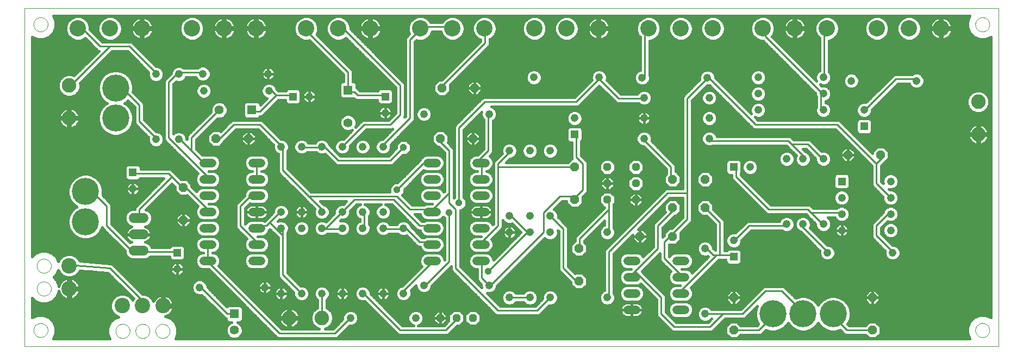
<source format=gtl>
G75*
G70*
%OFA0B0*%
%FSLAX24Y24*%
%IPPOS*%
%LPD*%
%AMOC8*
5,1,8,0,0,1.08239X$1,22.5*
%
%ADD10C,0.0000*%
%ADD11C,0.0520*%
%ADD12C,0.0600*%
%ADD13R,0.0476X0.0476*%
%ADD14C,0.0476*%
%ADD15R,0.0554X0.0554*%
%ADD16C,0.0554*%
%ADD17OC8,0.0520*%
%ADD18OC8,0.0476*%
%ADD19C,0.1000*%
%ADD20C,0.0945*%
%ADD21C,0.1660*%
%ADD22C,0.0886*%
%ADD23C,0.0160*%
%ADD24C,0.0100*%
%ADD25OC8,0.0400*%
D10*
X000181Y000776D02*
X000181Y021526D01*
X059931Y021526D01*
X059931Y000776D01*
X000181Y000776D01*
X000748Y001776D02*
X000750Y001817D01*
X000756Y001858D01*
X000766Y001898D01*
X000779Y001937D01*
X000796Y001974D01*
X000817Y002010D01*
X000841Y002044D01*
X000868Y002075D01*
X000897Y002103D01*
X000930Y002129D01*
X000964Y002151D01*
X001001Y002170D01*
X001039Y002185D01*
X001079Y002197D01*
X001119Y002205D01*
X001160Y002209D01*
X001202Y002209D01*
X001243Y002205D01*
X001283Y002197D01*
X001323Y002185D01*
X001361Y002170D01*
X001397Y002151D01*
X001432Y002129D01*
X001465Y002103D01*
X001494Y002075D01*
X001521Y002044D01*
X001545Y002010D01*
X001566Y001974D01*
X001583Y001937D01*
X001596Y001898D01*
X001606Y001858D01*
X001612Y001817D01*
X001614Y001776D01*
X001612Y001735D01*
X001606Y001694D01*
X001596Y001654D01*
X001583Y001615D01*
X001566Y001578D01*
X001545Y001542D01*
X001521Y001508D01*
X001494Y001477D01*
X001465Y001449D01*
X001432Y001423D01*
X001398Y001401D01*
X001361Y001382D01*
X001323Y001367D01*
X001283Y001355D01*
X001243Y001347D01*
X001202Y001343D01*
X001160Y001343D01*
X001119Y001347D01*
X001079Y001355D01*
X001039Y001367D01*
X001001Y001382D01*
X000965Y001401D01*
X000930Y001423D01*
X000897Y001449D01*
X000868Y001477D01*
X000841Y001508D01*
X000817Y001542D01*
X000796Y001578D01*
X000779Y001615D01*
X000766Y001654D01*
X000756Y001694D01*
X000750Y001735D01*
X000748Y001776D01*
X000948Y004326D02*
X000950Y004367D01*
X000956Y004408D01*
X000966Y004448D01*
X000979Y004487D01*
X000996Y004524D01*
X001017Y004560D01*
X001041Y004594D01*
X001068Y004625D01*
X001097Y004653D01*
X001130Y004679D01*
X001164Y004701D01*
X001201Y004720D01*
X001239Y004735D01*
X001279Y004747D01*
X001319Y004755D01*
X001360Y004759D01*
X001402Y004759D01*
X001443Y004755D01*
X001483Y004747D01*
X001523Y004735D01*
X001561Y004720D01*
X001597Y004701D01*
X001632Y004679D01*
X001665Y004653D01*
X001694Y004625D01*
X001721Y004594D01*
X001745Y004560D01*
X001766Y004524D01*
X001783Y004487D01*
X001796Y004448D01*
X001806Y004408D01*
X001812Y004367D01*
X001814Y004326D01*
X001812Y004285D01*
X001806Y004244D01*
X001796Y004204D01*
X001783Y004165D01*
X001766Y004128D01*
X001745Y004092D01*
X001721Y004058D01*
X001694Y004027D01*
X001665Y003999D01*
X001632Y003973D01*
X001598Y003951D01*
X001561Y003932D01*
X001523Y003917D01*
X001483Y003905D01*
X001443Y003897D01*
X001402Y003893D01*
X001360Y003893D01*
X001319Y003897D01*
X001279Y003905D01*
X001239Y003917D01*
X001201Y003932D01*
X001165Y003951D01*
X001130Y003973D01*
X001097Y003999D01*
X001068Y004027D01*
X001041Y004058D01*
X001017Y004092D01*
X000996Y004128D01*
X000979Y004165D01*
X000966Y004204D01*
X000956Y004244D01*
X000950Y004285D01*
X000948Y004326D01*
X000948Y005726D02*
X000950Y005767D01*
X000956Y005808D01*
X000966Y005848D01*
X000979Y005887D01*
X000996Y005924D01*
X001017Y005960D01*
X001041Y005994D01*
X001068Y006025D01*
X001097Y006053D01*
X001130Y006079D01*
X001164Y006101D01*
X001201Y006120D01*
X001239Y006135D01*
X001279Y006147D01*
X001319Y006155D01*
X001360Y006159D01*
X001402Y006159D01*
X001443Y006155D01*
X001483Y006147D01*
X001523Y006135D01*
X001561Y006120D01*
X001597Y006101D01*
X001632Y006079D01*
X001665Y006053D01*
X001694Y006025D01*
X001721Y005994D01*
X001745Y005960D01*
X001766Y005924D01*
X001783Y005887D01*
X001796Y005848D01*
X001806Y005808D01*
X001812Y005767D01*
X001814Y005726D01*
X001812Y005685D01*
X001806Y005644D01*
X001796Y005604D01*
X001783Y005565D01*
X001766Y005528D01*
X001745Y005492D01*
X001721Y005458D01*
X001694Y005427D01*
X001665Y005399D01*
X001632Y005373D01*
X001598Y005351D01*
X001561Y005332D01*
X001523Y005317D01*
X001483Y005305D01*
X001443Y005297D01*
X001402Y005293D01*
X001360Y005293D01*
X001319Y005297D01*
X001279Y005305D01*
X001239Y005317D01*
X001201Y005332D01*
X001165Y005351D01*
X001130Y005373D01*
X001097Y005399D01*
X001068Y005427D01*
X001041Y005458D01*
X001017Y005492D01*
X000996Y005528D01*
X000979Y005565D01*
X000966Y005604D01*
X000956Y005644D01*
X000950Y005685D01*
X000948Y005726D01*
X005773Y001726D02*
X005775Y001767D01*
X005781Y001808D01*
X005791Y001848D01*
X005804Y001887D01*
X005821Y001924D01*
X005842Y001960D01*
X005866Y001994D01*
X005893Y002025D01*
X005922Y002053D01*
X005955Y002079D01*
X005989Y002101D01*
X006026Y002120D01*
X006064Y002135D01*
X006104Y002147D01*
X006144Y002155D01*
X006185Y002159D01*
X006227Y002159D01*
X006268Y002155D01*
X006308Y002147D01*
X006348Y002135D01*
X006386Y002120D01*
X006422Y002101D01*
X006457Y002079D01*
X006490Y002053D01*
X006519Y002025D01*
X006546Y001994D01*
X006570Y001960D01*
X006591Y001924D01*
X006608Y001887D01*
X006621Y001848D01*
X006631Y001808D01*
X006637Y001767D01*
X006639Y001726D01*
X006637Y001685D01*
X006631Y001644D01*
X006621Y001604D01*
X006608Y001565D01*
X006591Y001528D01*
X006570Y001492D01*
X006546Y001458D01*
X006519Y001427D01*
X006490Y001399D01*
X006457Y001373D01*
X006423Y001351D01*
X006386Y001332D01*
X006348Y001317D01*
X006308Y001305D01*
X006268Y001297D01*
X006227Y001293D01*
X006185Y001293D01*
X006144Y001297D01*
X006104Y001305D01*
X006064Y001317D01*
X006026Y001332D01*
X005990Y001351D01*
X005955Y001373D01*
X005922Y001399D01*
X005893Y001427D01*
X005866Y001458D01*
X005842Y001492D01*
X005821Y001528D01*
X005804Y001565D01*
X005791Y001604D01*
X005781Y001644D01*
X005775Y001685D01*
X005773Y001726D01*
X006998Y001726D02*
X007000Y001767D01*
X007006Y001808D01*
X007016Y001848D01*
X007029Y001887D01*
X007046Y001924D01*
X007067Y001960D01*
X007091Y001994D01*
X007118Y002025D01*
X007147Y002053D01*
X007180Y002079D01*
X007214Y002101D01*
X007251Y002120D01*
X007289Y002135D01*
X007329Y002147D01*
X007369Y002155D01*
X007410Y002159D01*
X007452Y002159D01*
X007493Y002155D01*
X007533Y002147D01*
X007573Y002135D01*
X007611Y002120D01*
X007647Y002101D01*
X007682Y002079D01*
X007715Y002053D01*
X007744Y002025D01*
X007771Y001994D01*
X007795Y001960D01*
X007816Y001924D01*
X007833Y001887D01*
X007846Y001848D01*
X007856Y001808D01*
X007862Y001767D01*
X007864Y001726D01*
X007862Y001685D01*
X007856Y001644D01*
X007846Y001604D01*
X007833Y001565D01*
X007816Y001528D01*
X007795Y001492D01*
X007771Y001458D01*
X007744Y001427D01*
X007715Y001399D01*
X007682Y001373D01*
X007648Y001351D01*
X007611Y001332D01*
X007573Y001317D01*
X007533Y001305D01*
X007493Y001297D01*
X007452Y001293D01*
X007410Y001293D01*
X007369Y001297D01*
X007329Y001305D01*
X007289Y001317D01*
X007251Y001332D01*
X007215Y001351D01*
X007180Y001373D01*
X007147Y001399D01*
X007118Y001427D01*
X007091Y001458D01*
X007067Y001492D01*
X007046Y001528D01*
X007029Y001565D01*
X007016Y001604D01*
X007006Y001644D01*
X007000Y001685D01*
X006998Y001726D01*
X008223Y001726D02*
X008225Y001767D01*
X008231Y001808D01*
X008241Y001848D01*
X008254Y001887D01*
X008271Y001924D01*
X008292Y001960D01*
X008316Y001994D01*
X008343Y002025D01*
X008372Y002053D01*
X008405Y002079D01*
X008439Y002101D01*
X008476Y002120D01*
X008514Y002135D01*
X008554Y002147D01*
X008594Y002155D01*
X008635Y002159D01*
X008677Y002159D01*
X008718Y002155D01*
X008758Y002147D01*
X008798Y002135D01*
X008836Y002120D01*
X008872Y002101D01*
X008907Y002079D01*
X008940Y002053D01*
X008969Y002025D01*
X008996Y001994D01*
X009020Y001960D01*
X009041Y001924D01*
X009058Y001887D01*
X009071Y001848D01*
X009081Y001808D01*
X009087Y001767D01*
X009089Y001726D01*
X009087Y001685D01*
X009081Y001644D01*
X009071Y001604D01*
X009058Y001565D01*
X009041Y001528D01*
X009020Y001492D01*
X008996Y001458D01*
X008969Y001427D01*
X008940Y001399D01*
X008907Y001373D01*
X008873Y001351D01*
X008836Y001332D01*
X008798Y001317D01*
X008758Y001305D01*
X008718Y001297D01*
X008677Y001293D01*
X008635Y001293D01*
X008594Y001297D01*
X008554Y001305D01*
X008514Y001317D01*
X008476Y001332D01*
X008440Y001351D01*
X008405Y001373D01*
X008372Y001399D01*
X008343Y001427D01*
X008316Y001458D01*
X008292Y001492D01*
X008271Y001528D01*
X008254Y001565D01*
X008241Y001604D01*
X008231Y001644D01*
X008225Y001685D01*
X008223Y001726D01*
X000748Y020526D02*
X000750Y020567D01*
X000756Y020608D01*
X000766Y020648D01*
X000779Y020687D01*
X000796Y020724D01*
X000817Y020760D01*
X000841Y020794D01*
X000868Y020825D01*
X000897Y020853D01*
X000930Y020879D01*
X000964Y020901D01*
X001001Y020920D01*
X001039Y020935D01*
X001079Y020947D01*
X001119Y020955D01*
X001160Y020959D01*
X001202Y020959D01*
X001243Y020955D01*
X001283Y020947D01*
X001323Y020935D01*
X001361Y020920D01*
X001397Y020901D01*
X001432Y020879D01*
X001465Y020853D01*
X001494Y020825D01*
X001521Y020794D01*
X001545Y020760D01*
X001566Y020724D01*
X001583Y020687D01*
X001596Y020648D01*
X001606Y020608D01*
X001612Y020567D01*
X001614Y020526D01*
X001612Y020485D01*
X001606Y020444D01*
X001596Y020404D01*
X001583Y020365D01*
X001566Y020328D01*
X001545Y020292D01*
X001521Y020258D01*
X001494Y020227D01*
X001465Y020199D01*
X001432Y020173D01*
X001398Y020151D01*
X001361Y020132D01*
X001323Y020117D01*
X001283Y020105D01*
X001243Y020097D01*
X001202Y020093D01*
X001160Y020093D01*
X001119Y020097D01*
X001079Y020105D01*
X001039Y020117D01*
X001001Y020132D01*
X000965Y020151D01*
X000930Y020173D01*
X000897Y020199D01*
X000868Y020227D01*
X000841Y020258D01*
X000817Y020292D01*
X000796Y020328D01*
X000779Y020365D01*
X000766Y020404D01*
X000756Y020444D01*
X000750Y020485D01*
X000748Y020526D01*
X058498Y020526D02*
X058500Y020567D01*
X058506Y020608D01*
X058516Y020648D01*
X058529Y020687D01*
X058546Y020724D01*
X058567Y020760D01*
X058591Y020794D01*
X058618Y020825D01*
X058647Y020853D01*
X058680Y020879D01*
X058714Y020901D01*
X058751Y020920D01*
X058789Y020935D01*
X058829Y020947D01*
X058869Y020955D01*
X058910Y020959D01*
X058952Y020959D01*
X058993Y020955D01*
X059033Y020947D01*
X059073Y020935D01*
X059111Y020920D01*
X059147Y020901D01*
X059182Y020879D01*
X059215Y020853D01*
X059244Y020825D01*
X059271Y020794D01*
X059295Y020760D01*
X059316Y020724D01*
X059333Y020687D01*
X059346Y020648D01*
X059356Y020608D01*
X059362Y020567D01*
X059364Y020526D01*
X059362Y020485D01*
X059356Y020444D01*
X059346Y020404D01*
X059333Y020365D01*
X059316Y020328D01*
X059295Y020292D01*
X059271Y020258D01*
X059244Y020227D01*
X059215Y020199D01*
X059182Y020173D01*
X059148Y020151D01*
X059111Y020132D01*
X059073Y020117D01*
X059033Y020105D01*
X058993Y020097D01*
X058952Y020093D01*
X058910Y020093D01*
X058869Y020097D01*
X058829Y020105D01*
X058789Y020117D01*
X058751Y020132D01*
X058715Y020151D01*
X058680Y020173D01*
X058647Y020199D01*
X058618Y020227D01*
X058591Y020258D01*
X058567Y020292D01*
X058546Y020328D01*
X058529Y020365D01*
X058516Y020404D01*
X058506Y020444D01*
X058500Y020485D01*
X058498Y020526D01*
X058498Y001776D02*
X058500Y001817D01*
X058506Y001858D01*
X058516Y001898D01*
X058529Y001937D01*
X058546Y001974D01*
X058567Y002010D01*
X058591Y002044D01*
X058618Y002075D01*
X058647Y002103D01*
X058680Y002129D01*
X058714Y002151D01*
X058751Y002170D01*
X058789Y002185D01*
X058829Y002197D01*
X058869Y002205D01*
X058910Y002209D01*
X058952Y002209D01*
X058993Y002205D01*
X059033Y002197D01*
X059073Y002185D01*
X059111Y002170D01*
X059147Y002151D01*
X059182Y002129D01*
X059215Y002103D01*
X059244Y002075D01*
X059271Y002044D01*
X059295Y002010D01*
X059316Y001974D01*
X059333Y001937D01*
X059346Y001898D01*
X059356Y001858D01*
X059362Y001817D01*
X059364Y001776D01*
X059362Y001735D01*
X059356Y001694D01*
X059346Y001654D01*
X059333Y001615D01*
X059316Y001578D01*
X059295Y001542D01*
X059271Y001508D01*
X059244Y001477D01*
X059215Y001449D01*
X059182Y001423D01*
X059148Y001401D01*
X059111Y001382D01*
X059073Y001367D01*
X059033Y001355D01*
X058993Y001347D01*
X058952Y001343D01*
X058910Y001343D01*
X058869Y001347D01*
X058829Y001355D01*
X058789Y001367D01*
X058751Y001382D01*
X058715Y001401D01*
X058680Y001423D01*
X058647Y001449D01*
X058618Y001477D01*
X058591Y001508D01*
X058567Y001542D01*
X058546Y001578D01*
X058529Y001615D01*
X058516Y001654D01*
X058506Y001694D01*
X058500Y001735D01*
X058498Y001776D01*
D11*
X040691Y003026D02*
X040171Y003026D01*
X040171Y004026D02*
X040691Y004026D01*
X040691Y005026D02*
X040171Y005026D01*
X040171Y006026D02*
X040691Y006026D01*
X037691Y006026D02*
X037171Y006026D01*
X037171Y005026D02*
X037691Y005026D01*
X037691Y004026D02*
X037171Y004026D01*
X037171Y003026D02*
X037691Y003026D01*
X028441Y006026D02*
X027921Y006026D01*
X027921Y007026D02*
X028441Y007026D01*
X028441Y008026D02*
X027921Y008026D01*
X027921Y009026D02*
X028441Y009026D01*
X028441Y010026D02*
X027921Y010026D01*
X027921Y011026D02*
X028441Y011026D01*
X028441Y012026D02*
X027921Y012026D01*
X025441Y012026D02*
X024921Y012026D01*
X024921Y011026D02*
X025441Y011026D01*
X025441Y010026D02*
X024921Y010026D01*
X024921Y009026D02*
X025441Y009026D01*
X025441Y008026D02*
X024921Y008026D01*
X024921Y007026D02*
X025441Y007026D01*
X025441Y006026D02*
X024921Y006026D01*
X014691Y006026D02*
X014171Y006026D01*
X014171Y007026D02*
X014691Y007026D01*
X014691Y008026D02*
X014171Y008026D01*
X014171Y009026D02*
X014691Y009026D01*
X014691Y010026D02*
X014171Y010026D01*
X014171Y011026D02*
X014691Y011026D01*
X014691Y012026D02*
X014171Y012026D01*
X011691Y012026D02*
X011171Y012026D01*
X011171Y011026D02*
X011691Y011026D01*
X011691Y010026D02*
X011171Y010026D01*
X011171Y009026D02*
X011691Y009026D01*
X011691Y008026D02*
X011171Y008026D01*
X011171Y007026D02*
X011691Y007026D01*
X011691Y006026D02*
X011171Y006026D01*
D12*
X007481Y006651D02*
X006881Y006651D01*
X006881Y007651D02*
X007481Y007651D01*
X007481Y008651D02*
X006881Y008651D01*
D13*
X009556Y006526D03*
X006831Y011451D03*
X016656Y016101D03*
X022306Y016101D03*
X033931Y013776D03*
X043681Y011776D03*
X050306Y010901D03*
X051681Y014276D03*
X043681Y006276D03*
D14*
X043681Y007276D03*
X041931Y006776D03*
X046931Y008276D03*
X047931Y008276D03*
X049181Y008276D03*
X050306Y007901D03*
X050306Y008901D03*
X050306Y009901D03*
X053306Y009901D03*
X053306Y008901D03*
X053306Y007901D03*
X053431Y006526D03*
X049431Y006526D03*
X041931Y002776D03*
X035931Y003776D03*
X032431Y003776D03*
X031181Y003776D03*
X029931Y003776D03*
X028681Y004526D03*
X024681Y004526D03*
X023431Y004026D03*
X022181Y004026D03*
X020931Y004026D03*
X019681Y004026D03*
X018431Y004026D03*
X017181Y004026D03*
X015931Y004026D03*
X014931Y004401D03*
X010931Y004401D03*
X009556Y005526D03*
X015931Y008026D03*
X017181Y008026D03*
X018431Y008026D03*
X019681Y008026D03*
X020931Y008026D03*
X022181Y008026D03*
X023431Y008026D03*
X022181Y009026D03*
X020931Y009026D03*
X019681Y009026D03*
X018431Y009026D03*
X017181Y009026D03*
X015931Y009026D03*
X015931Y013026D03*
X017181Y013026D03*
X018431Y013026D03*
X019681Y013026D03*
X020931Y013026D03*
X022181Y013026D03*
X022306Y015101D03*
X024681Y015026D03*
X028681Y015026D03*
X029931Y012776D03*
X031181Y012776D03*
X032431Y012776D03*
X033931Y014776D03*
X038181Y014776D03*
X038181Y013526D03*
X042181Y013526D03*
X042181Y014776D03*
X042181Y016026D03*
X042066Y017255D03*
X045181Y017276D03*
X045181Y016276D03*
X045181Y015276D03*
X049181Y015276D03*
X049181Y016276D03*
X049181Y017276D03*
X050893Y017069D03*
X051681Y015276D03*
X054893Y017069D03*
X049181Y012276D03*
X047931Y012276D03*
X046931Y012276D03*
X044681Y011776D03*
X053306Y010901D03*
X038181Y016026D03*
X038066Y017255D03*
X035431Y017276D03*
X031431Y017276D03*
X017656Y016101D03*
X015181Y016451D03*
X015131Y017501D03*
X011131Y017501D03*
X009656Y017476D03*
X008256Y017476D03*
X011181Y016451D03*
X009656Y013476D03*
X008256Y013476D03*
X006831Y010451D03*
X020181Y002526D03*
X024181Y002526D03*
X029931Y007776D03*
X031181Y007776D03*
X032431Y007776D03*
X032431Y008776D03*
X031181Y008776D03*
X029931Y008776D03*
X035931Y007776D03*
D15*
X020031Y016501D03*
X014131Y015276D03*
X013056Y002776D03*
D16*
X013056Y001776D03*
X020031Y014501D03*
X012131Y015276D03*
D17*
X011931Y013526D03*
X013931Y013526D03*
X009931Y010526D03*
X009931Y008526D03*
X025681Y013526D03*
X027681Y013526D03*
X033931Y011776D03*
X033931Y009776D03*
X037931Y007526D03*
X039931Y007526D03*
X039931Y009276D03*
X041931Y009276D03*
X041931Y011026D03*
X039931Y011026D03*
X034181Y006776D03*
X034181Y004776D03*
X043681Y003776D03*
X043681Y001776D03*
X052181Y001776D03*
X052181Y003776D03*
X052681Y012526D03*
X050681Y012526D03*
X027792Y016628D03*
X025792Y016628D03*
D18*
X035931Y011776D03*
X037681Y011776D03*
X037681Y010776D03*
X037681Y009776D03*
X035931Y009776D03*
X035931Y010776D03*
X027681Y002526D03*
X026681Y002526D03*
X025681Y002526D03*
D19*
X026431Y020276D03*
X024463Y020276D03*
X021400Y020276D03*
X019431Y020276D03*
X017463Y020276D03*
X014400Y020276D03*
X012431Y020276D03*
X010463Y020276D03*
X007400Y020276D03*
X005431Y020276D03*
X003463Y020276D03*
X028400Y020276D03*
X031463Y020276D03*
X033431Y020276D03*
X035400Y020276D03*
X038463Y020276D03*
X040431Y020276D03*
X042400Y020276D03*
X045463Y020276D03*
X047431Y020276D03*
X049400Y020276D03*
X052463Y020276D03*
X054431Y020276D03*
X056400Y020276D03*
D20*
X008681Y003276D03*
X007431Y003276D03*
X006181Y003276D03*
X002931Y004326D03*
X002931Y005726D03*
D21*
X003931Y008426D03*
X003931Y010276D03*
X005781Y014776D03*
X005781Y016626D03*
X046081Y002776D03*
X047931Y002776D03*
X049782Y002776D03*
D22*
X058681Y013776D03*
X058681Y015776D03*
X018431Y002526D03*
X016431Y002526D03*
X002931Y014776D03*
X002931Y016776D03*
D23*
X002248Y016789D02*
X000661Y016789D01*
X000661Y016947D02*
X002263Y016947D01*
X002248Y016912D02*
X002248Y016640D01*
X002352Y016389D01*
X002544Y016197D01*
X002795Y016093D01*
X003067Y016093D01*
X003318Y016197D01*
X003510Y016389D01*
X003614Y016640D01*
X003614Y016912D01*
X003603Y016938D01*
X005551Y018886D01*
X006511Y018886D01*
X007792Y017605D01*
X007778Y017571D01*
X007778Y017381D01*
X007851Y017205D01*
X007986Y017071D01*
X008161Y016998D01*
X008351Y016998D01*
X008527Y017071D01*
X008661Y017205D01*
X008734Y017381D01*
X008734Y017571D01*
X008661Y017747D01*
X008527Y017881D01*
X008351Y017954D01*
X008264Y017954D01*
X006877Y019340D01*
X006795Y019422D01*
X006689Y019466D01*
X005489Y019466D01*
X005373Y019466D01*
X004951Y019466D01*
X004203Y020215D01*
X004203Y020423D01*
X004090Y020695D01*
X003882Y020903D01*
X003610Y021016D01*
X003315Y021016D01*
X003043Y020903D01*
X002835Y020695D01*
X002723Y020423D01*
X002723Y020129D01*
X002835Y019857D01*
X003043Y019649D01*
X003315Y019536D01*
X003610Y019536D01*
X003882Y019649D01*
X003915Y019682D01*
X004667Y018930D01*
X004744Y018898D01*
X003235Y017390D01*
X003067Y017459D01*
X002795Y017459D01*
X002544Y017355D01*
X002352Y017163D01*
X002248Y016912D01*
X002329Y017106D02*
X000661Y017106D01*
X000661Y017265D02*
X002454Y017265D01*
X002709Y017423D02*
X000661Y017423D01*
X000661Y017582D02*
X003427Y017582D01*
X003585Y017740D02*
X000661Y017740D01*
X000661Y017899D02*
X003744Y017899D01*
X003902Y018057D02*
X000661Y018057D01*
X000661Y018216D02*
X004061Y018216D01*
X004219Y018374D02*
X000661Y018374D01*
X000661Y018533D02*
X004378Y018533D01*
X004536Y018691D02*
X000661Y018691D01*
X000661Y018850D02*
X004695Y018850D01*
X004589Y019009D02*
X000661Y019009D01*
X000661Y019167D02*
X004430Y019167D01*
X004271Y019326D02*
X000661Y019326D01*
X000661Y019484D02*
X004113Y019484D01*
X003954Y019643D02*
X003867Y019643D01*
X004458Y019960D02*
X004761Y019960D01*
X004804Y019857D02*
X005012Y019649D01*
X005284Y019536D01*
X005578Y019536D01*
X005850Y019649D01*
X006059Y019857D01*
X006171Y020129D01*
X006171Y020423D01*
X006059Y020695D01*
X005850Y020903D01*
X005578Y021016D01*
X005284Y021016D01*
X005012Y020903D01*
X004804Y020695D01*
X004691Y020423D01*
X004691Y020129D01*
X004804Y019857D01*
X004859Y019801D02*
X004616Y019801D01*
X004775Y019643D02*
X005026Y019643D01*
X004933Y019484D02*
X017713Y019484D01*
X017646Y019551D02*
X019741Y017456D01*
X019741Y017018D01*
X019706Y017018D01*
X019618Y016982D01*
X019551Y016914D01*
X019514Y016826D01*
X019514Y016176D01*
X019551Y016088D01*
X019618Y016020D01*
X019706Y015984D01*
X020356Y015984D01*
X020396Y016001D01*
X020467Y015930D01*
X020573Y015886D01*
X020689Y015886D01*
X021828Y015886D01*
X021828Y015816D01*
X021865Y015727D01*
X021932Y015660D01*
X022021Y015623D01*
X022592Y015623D01*
X022680Y015660D01*
X022747Y015727D01*
X022784Y015816D01*
X022784Y016387D01*
X022747Y016475D01*
X022680Y016542D01*
X022592Y016579D01*
X022021Y016579D01*
X021932Y016542D01*
X021865Y016475D01*
X021861Y016466D01*
X020751Y016466D01*
X020677Y016540D01*
X020595Y016622D01*
X020548Y016641D01*
X020548Y016826D01*
X020512Y016914D01*
X020444Y016982D01*
X020356Y017018D01*
X020321Y017018D01*
X020321Y017518D01*
X020321Y017634D01*
X020277Y017740D01*
X021857Y017740D01*
X022015Y017582D02*
X020321Y017582D01*
X020321Y017423D02*
X022174Y017423D01*
X022333Y017265D02*
X020321Y017265D01*
X020321Y017106D02*
X022491Y017106D01*
X022650Y016947D02*
X020478Y016947D01*
X020548Y016789D02*
X022808Y016789D01*
X022941Y016656D02*
X022941Y015096D01*
X022511Y014666D01*
X021089Y014666D01*
X020973Y014666D01*
X020867Y014622D01*
X020481Y014236D01*
X020548Y014398D01*
X020548Y014604D01*
X020470Y014794D01*
X020324Y014939D01*
X020134Y015018D01*
X019928Y015018D01*
X019738Y014939D01*
X019593Y014794D01*
X019514Y014604D01*
X019514Y014398D01*
X019593Y014208D01*
X019738Y014063D01*
X019928Y013984D01*
X020134Y013984D01*
X020296Y014051D01*
X019749Y013504D01*
X019586Y013504D01*
X019411Y013431D01*
X019276Y013297D01*
X019203Y013121D01*
X019203Y012931D01*
X019276Y012755D01*
X019411Y012621D01*
X019586Y012548D01*
X019776Y012548D01*
X019952Y012621D01*
X020086Y012755D01*
X020159Y012931D01*
X020159Y013094D01*
X021151Y014086D01*
X022573Y014086D01*
X022689Y014086D01*
X022761Y014116D01*
X022149Y013504D01*
X022086Y013504D01*
X021911Y013431D01*
X021776Y013297D01*
X021703Y013121D01*
X021703Y012931D01*
X021776Y012755D01*
X021911Y012621D01*
X022086Y012548D01*
X022276Y012548D01*
X022452Y012621D01*
X022586Y012755D01*
X022659Y012931D01*
X022659Y013121D01*
X022638Y013172D01*
X023995Y014530D01*
X024077Y014612D01*
X024121Y014718D01*
X024121Y019456D01*
X024235Y019570D01*
X024315Y019536D01*
X024610Y019536D01*
X024882Y019649D01*
X025090Y019857D01*
X025185Y020086D01*
X025709Y020086D01*
X025804Y019857D01*
X026012Y019649D01*
X026284Y019536D01*
X026578Y019536D01*
X026850Y019649D01*
X027059Y019857D01*
X027171Y020129D01*
X027171Y020423D01*
X027059Y020695D01*
X026850Y020903D01*
X026578Y021016D01*
X026284Y021016D01*
X026012Y020903D01*
X025804Y020695D01*
X025792Y020666D01*
X025102Y020666D01*
X025090Y020695D01*
X024882Y020903D01*
X024610Y021016D01*
X024315Y021016D01*
X024043Y020903D01*
X023835Y020695D01*
X023723Y020423D01*
X023723Y020129D01*
X023796Y019951D01*
X023585Y019740D01*
X023541Y019634D01*
X023541Y019518D01*
X023541Y014896D01*
X023491Y014846D01*
X023521Y014918D01*
X023521Y016718D01*
X023521Y016834D01*
X023477Y016940D01*
X020171Y020246D01*
X020171Y020423D01*
X020059Y020695D01*
X019850Y020903D01*
X019578Y021016D01*
X019284Y021016D01*
X019012Y020903D01*
X018804Y020695D01*
X018691Y020423D01*
X018691Y020129D01*
X018804Y019857D01*
X019012Y019649D01*
X019284Y019536D01*
X019578Y019536D01*
X019850Y019649D01*
X019899Y019698D01*
X022941Y016656D01*
X022941Y016630D02*
X020575Y016630D01*
X020745Y016472D02*
X021864Y016472D01*
X022749Y016472D02*
X022941Y016472D01*
X022941Y016313D02*
X022784Y016313D01*
X022784Y016155D02*
X022941Y016155D01*
X022941Y015996D02*
X022784Y015996D01*
X022784Y015838D02*
X022941Y015838D01*
X022941Y015679D02*
X022699Y015679D01*
X022525Y015458D02*
X022467Y015488D01*
X022404Y015509D01*
X022339Y015519D01*
X022306Y015519D01*
X022273Y015519D01*
X022208Y015509D01*
X022146Y015488D01*
X022087Y015458D01*
X022034Y015420D01*
X021987Y015373D01*
X021949Y015320D01*
X021919Y015261D01*
X021899Y015199D01*
X021888Y015134D01*
X021888Y015101D01*
X021888Y015068D01*
X021899Y015003D01*
X021919Y014941D01*
X021949Y014882D01*
X021987Y014829D01*
X022034Y014782D01*
X022087Y014744D01*
X022146Y014714D01*
X022208Y014694D01*
X022273Y014683D01*
X022306Y014683D01*
X022306Y015101D01*
X021888Y015101D01*
X022306Y015101D01*
X022306Y015101D01*
X022306Y015101D01*
X022306Y015519D01*
X022306Y015101D01*
X022306Y015101D01*
X022306Y014683D01*
X022339Y014683D01*
X022404Y014694D01*
X022467Y014714D01*
X022525Y014744D01*
X022578Y014782D01*
X022625Y014829D01*
X022663Y014882D01*
X022693Y014941D01*
X022714Y015003D01*
X022724Y015068D01*
X022724Y015101D01*
X022307Y015101D01*
X022307Y015101D01*
X022724Y015101D01*
X022724Y015134D01*
X022714Y015199D01*
X022693Y015261D01*
X022663Y015320D01*
X022625Y015373D01*
X022578Y015420D01*
X022525Y015458D01*
X022633Y015362D02*
X022941Y015362D01*
X022941Y015204D02*
X022712Y015204D01*
X022720Y015045D02*
X022890Y015045D01*
X022731Y014886D02*
X022666Y014886D01*
X022573Y014728D02*
X022494Y014728D01*
X022306Y014728D02*
X022306Y014728D01*
X022306Y014886D02*
X022306Y014886D01*
X022306Y015045D02*
X022306Y015045D01*
X022306Y015204D02*
X022306Y015204D01*
X022306Y015362D02*
X022306Y015362D01*
X021979Y015362D02*
X015227Y015362D01*
X015069Y015204D02*
X021900Y015204D01*
X021892Y015045D02*
X014910Y015045D01*
X014877Y015012D02*
X015751Y015886D01*
X016178Y015886D01*
X016178Y015816D01*
X016215Y015727D01*
X016282Y015660D01*
X016371Y015623D01*
X016942Y015623D01*
X017030Y015660D01*
X017097Y015727D01*
X017134Y015816D01*
X017134Y016387D01*
X017097Y016475D01*
X017030Y016542D01*
X016942Y016579D01*
X016371Y016579D01*
X016282Y016542D01*
X016215Y016475D01*
X016211Y016466D01*
X015751Y016466D01*
X015650Y016567D01*
X015586Y016722D01*
X015452Y016856D01*
X015276Y016929D01*
X015086Y016929D01*
X014911Y016856D01*
X014776Y016722D01*
X014703Y016546D01*
X014703Y016356D01*
X014776Y016180D01*
X014911Y016046D01*
X015038Y015993D01*
X014648Y015603D01*
X014612Y015689D01*
X014544Y015757D01*
X014456Y015793D01*
X013806Y015793D01*
X013718Y015757D01*
X013651Y015689D01*
X013614Y015601D01*
X013614Y014951D01*
X013651Y014863D01*
X013718Y014795D01*
X013806Y014759D01*
X014456Y014759D01*
X014544Y014795D01*
X014612Y014863D01*
X014621Y014886D01*
X014689Y014886D01*
X014795Y014930D01*
X014877Y015012D01*
X014690Y014886D02*
X019685Y014886D01*
X019565Y014728D02*
X011993Y014728D01*
X012025Y014760D02*
X012028Y014759D01*
X012234Y014759D01*
X012424Y014838D01*
X012570Y014983D01*
X012648Y015173D01*
X012648Y015379D01*
X012570Y015569D01*
X012424Y015714D01*
X012234Y015793D01*
X012028Y015793D01*
X011838Y015714D01*
X011693Y015569D01*
X011614Y015379D01*
X011614Y015173D01*
X011615Y015170D01*
X010267Y013822D01*
X010185Y013740D01*
X010141Y013634D01*
X010141Y013476D01*
X010134Y013483D01*
X010134Y013571D01*
X010061Y013747D01*
X009927Y013881D01*
X009751Y013954D01*
X009561Y013954D01*
X009386Y013881D01*
X009321Y013817D01*
X009321Y016856D01*
X009492Y017027D01*
X009561Y016998D01*
X009751Y016998D01*
X009927Y017071D01*
X010061Y017205D01*
X010095Y017286D01*
X010703Y017286D01*
X010726Y017230D01*
X010861Y017096D01*
X011036Y017023D01*
X011226Y017023D01*
X011402Y017096D01*
X011536Y017230D01*
X011609Y017406D01*
X011609Y017596D01*
X011536Y017772D01*
X011402Y017906D01*
X011226Y017979D01*
X011036Y017979D01*
X010861Y017906D01*
X010820Y017866D01*
X009942Y017866D01*
X009927Y017881D01*
X009751Y017954D01*
X009561Y017954D01*
X009386Y017881D01*
X009251Y017747D01*
X009178Y017571D01*
X009178Y017533D01*
X008785Y017140D01*
X008741Y017034D01*
X008741Y016918D01*
X008741Y013518D01*
X008785Y013412D01*
X008867Y013330D01*
X010818Y011380D01*
X010747Y011309D01*
X010671Y011126D01*
X010671Y010927D01*
X010747Y010743D01*
X010888Y010602D01*
X011072Y010526D01*
X010888Y010450D01*
X010747Y010309D01*
X010736Y010281D01*
X010431Y010586D01*
X010431Y010733D01*
X010138Y011026D01*
X009791Y011026D01*
X009477Y011340D01*
X009477Y011340D01*
X009395Y011422D01*
X009277Y011540D01*
X009195Y011622D01*
X009089Y011666D01*
X007309Y011666D01*
X007309Y011737D01*
X007272Y011825D01*
X007205Y011892D01*
X007117Y011929D01*
X006546Y011929D01*
X006457Y011892D01*
X006390Y011825D01*
X006353Y011737D01*
X006353Y011166D01*
X006390Y011077D01*
X006457Y011010D01*
X006546Y010973D01*
X007117Y010973D01*
X007205Y011010D01*
X007272Y011077D01*
X007276Y011086D01*
X008731Y011086D01*
X006985Y009340D01*
X006941Y009234D01*
X006941Y009191D01*
X006774Y009191D01*
X006575Y009109D01*
X006423Y008957D01*
X006341Y008758D01*
X006341Y008544D01*
X006423Y008345D01*
X006575Y008193D01*
X006761Y008117D01*
X006697Y008096D01*
X006630Y008062D01*
X006568Y008017D01*
X006515Y007964D01*
X006471Y007903D01*
X006436Y007835D01*
X006413Y007763D01*
X006401Y007689D01*
X006401Y007671D01*
X007161Y007671D01*
X007161Y007631D01*
X006401Y007631D01*
X006401Y007613D01*
X006413Y007539D01*
X006436Y007467D01*
X006471Y007399D01*
X006515Y007338D01*
X006568Y007285D01*
X006630Y007241D01*
X006697Y007206D01*
X006761Y007186D01*
X006669Y007148D01*
X005521Y008296D01*
X005521Y009318D01*
X005521Y009434D01*
X005477Y009540D01*
X004976Y010041D01*
X005001Y010135D01*
X005001Y010417D01*
X004928Y010689D01*
X004787Y010933D01*
X004588Y011132D01*
X004344Y011273D01*
X004072Y011346D01*
X003790Y011346D01*
X003518Y011273D01*
X003274Y011132D01*
X003075Y010933D01*
X002934Y010689D01*
X002861Y010417D01*
X002861Y010135D01*
X002934Y009863D01*
X003075Y009619D01*
X003274Y009420D01*
X003394Y009351D01*
X003274Y009282D01*
X003075Y009083D01*
X002934Y008839D01*
X002861Y008567D01*
X002861Y008285D01*
X002934Y008013D01*
X003075Y007769D01*
X003274Y007570D01*
X003518Y007429D01*
X003790Y007356D01*
X004072Y007356D01*
X004344Y007429D01*
X004588Y007570D01*
X004787Y007769D01*
X004928Y008013D01*
X004950Y008096D01*
X004985Y008012D01*
X005067Y007930D01*
X006341Y006656D01*
X006341Y006544D01*
X006423Y006345D01*
X006575Y006193D01*
X006774Y006111D01*
X007589Y006111D01*
X007787Y006193D01*
X007880Y006286D01*
X009078Y006286D01*
X009078Y006241D01*
X009115Y006152D01*
X009182Y006085D01*
X009271Y006048D01*
X009842Y006048D01*
X009930Y006085D01*
X009997Y006152D01*
X010034Y006241D01*
X010034Y006812D01*
X009997Y006900D01*
X009930Y006967D01*
X009842Y007004D01*
X009271Y007004D01*
X009182Y006967D01*
X009115Y006900D01*
X009101Y006866D01*
X007977Y006866D01*
X007939Y006957D01*
X007787Y007109D01*
X007602Y007186D01*
X007665Y007206D01*
X007733Y007241D01*
X007794Y007285D01*
X007847Y007338D01*
X007892Y007399D01*
X007926Y007467D01*
X007949Y007539D01*
X007961Y007613D01*
X007961Y007631D01*
X007201Y007631D01*
X007201Y007671D01*
X007961Y007671D01*
X007961Y007689D01*
X007949Y007763D01*
X007926Y007835D01*
X007892Y007903D01*
X007847Y007964D01*
X007794Y008017D01*
X007733Y008062D01*
X007665Y008096D01*
X007602Y008117D01*
X007787Y008193D01*
X007939Y008345D01*
X008021Y008544D01*
X008021Y008758D01*
X007939Y008957D01*
X007787Y009109D01*
X007636Y009171D01*
X009231Y010766D01*
X009431Y010566D01*
X009431Y010319D01*
X009724Y010026D01*
X010138Y010026D01*
X010155Y010042D01*
X010818Y009380D01*
X010747Y009309D01*
X010671Y009126D01*
X010671Y008927D01*
X010747Y008743D01*
X010888Y008602D01*
X011072Y008526D01*
X011791Y008526D01*
X011974Y008602D01*
X012115Y008743D01*
X012191Y008927D01*
X012191Y009126D01*
X012115Y009309D01*
X011974Y009450D01*
X011791Y009526D01*
X011974Y009602D01*
X012115Y009743D01*
X012191Y009927D01*
X012191Y010126D01*
X012115Y010309D01*
X011974Y010450D01*
X011791Y010526D01*
X011072Y010526D01*
X011791Y010526D01*
X011974Y010602D01*
X012115Y010743D01*
X012191Y010927D01*
X012191Y011126D01*
X012115Y011309D01*
X011974Y011450D01*
X011791Y011526D01*
X011974Y011602D01*
X012115Y011743D01*
X012191Y011927D01*
X012191Y012126D01*
X012115Y012309D01*
X011974Y012450D01*
X011791Y012526D01*
X011091Y012526D01*
X010721Y012896D01*
X010721Y013456D01*
X012025Y014760D01*
X011835Y014569D02*
X012814Y014569D01*
X012867Y014622D02*
X012205Y013960D01*
X012138Y014026D01*
X011724Y014026D01*
X011431Y013733D01*
X011431Y013319D01*
X011724Y013026D01*
X012138Y013026D01*
X012431Y013319D01*
X012431Y013366D01*
X013151Y014086D01*
X014511Y014086D01*
X015460Y013137D01*
X015453Y013121D01*
X015453Y012931D01*
X015526Y012755D01*
X015661Y012621D01*
X015741Y012588D01*
X015741Y011518D01*
X015785Y011412D01*
X015867Y011330D01*
X017385Y009812D01*
X017385Y009812D01*
X017467Y009730D01*
X017989Y009208D01*
X017953Y009121D01*
X017953Y008931D01*
X018026Y008755D01*
X018161Y008621D01*
X018336Y008548D01*
X018526Y008548D01*
X018702Y008621D01*
X018836Y008755D01*
X018909Y008931D01*
X018909Y009121D01*
X018836Y009297D01*
X018702Y009431D01*
X018526Y009504D01*
X018514Y009504D01*
X018331Y009686D01*
X019931Y009686D01*
X019749Y009504D01*
X019586Y009504D01*
X019411Y009431D01*
X019276Y009297D01*
X019203Y009121D01*
X019203Y008958D01*
X018684Y008439D01*
X018526Y008504D01*
X018336Y008504D01*
X018161Y008431D01*
X018026Y008297D01*
X017953Y008121D01*
X017953Y007931D01*
X018026Y007755D01*
X018161Y007621D01*
X018336Y007548D01*
X018526Y007548D01*
X018702Y007621D01*
X018767Y007686D01*
X019345Y007686D01*
X019411Y007621D01*
X019586Y007548D01*
X019776Y007548D01*
X019952Y007621D01*
X020086Y007755D01*
X020159Y007931D01*
X020159Y008121D01*
X020086Y008297D01*
X019952Y008431D01*
X019776Y008504D01*
X019586Y008504D01*
X019557Y008492D01*
X019614Y008548D01*
X019776Y008548D01*
X019952Y008621D01*
X020086Y008755D01*
X020159Y008931D01*
X020159Y009094D01*
X020551Y009486D01*
X020793Y009486D01*
X020661Y009431D01*
X020526Y009297D01*
X020453Y009121D01*
X020453Y008931D01*
X020526Y008755D01*
X020661Y008621D01*
X020741Y008588D01*
X020741Y008464D01*
X020661Y008431D01*
X020526Y008297D01*
X020453Y008121D01*
X020453Y007931D01*
X020526Y007755D01*
X020661Y007621D01*
X020836Y007548D01*
X021026Y007548D01*
X021202Y007621D01*
X021336Y007755D01*
X021409Y007931D01*
X021409Y008121D01*
X021336Y008297D01*
X021321Y008312D01*
X021321Y008740D01*
X021336Y008755D01*
X021409Y008931D01*
X021409Y009121D01*
X021336Y009297D01*
X021202Y009431D01*
X021069Y009486D01*
X022043Y009486D01*
X021911Y009431D01*
X021776Y009297D01*
X021703Y009121D01*
X021703Y008931D01*
X021776Y008755D01*
X021911Y008621D01*
X022086Y008548D01*
X022276Y008548D01*
X022452Y008621D01*
X022586Y008755D01*
X022659Y008931D01*
X022659Y009121D01*
X022586Y009297D01*
X022452Y009431D01*
X022319Y009486D01*
X022711Y009486D01*
X024267Y007930D01*
X024373Y007886D01*
X024438Y007886D01*
X024497Y007743D01*
X024638Y007602D01*
X024822Y007526D01*
X025541Y007526D01*
X025724Y007602D01*
X025865Y007743D01*
X025941Y007927D01*
X025941Y008126D01*
X025865Y008309D01*
X025724Y008450D01*
X025541Y008526D01*
X025724Y008602D01*
X025854Y008731D01*
X025941Y008644D01*
X025941Y006096D01*
X025941Y006126D01*
X025865Y006309D01*
X025724Y006450D01*
X025541Y006526D01*
X024822Y006526D01*
X024638Y006450D01*
X024497Y006309D01*
X024421Y006126D01*
X024421Y005927D01*
X024497Y005743D01*
X024543Y005698D01*
X023349Y004504D01*
X023336Y004504D01*
X023161Y004431D01*
X023026Y004297D01*
X022953Y004121D01*
X022953Y003931D01*
X023026Y003755D01*
X023161Y003621D01*
X023336Y003548D01*
X023526Y003548D01*
X023702Y003621D01*
X023836Y003755D01*
X023909Y003931D01*
X023909Y004121D01*
X023873Y004208D01*
X024203Y004538D01*
X024203Y004431D01*
X024276Y004255D01*
X024411Y004121D01*
X024586Y004048D01*
X024776Y004048D01*
X024952Y004121D01*
X025086Y004255D01*
X025159Y004431D01*
X025159Y004494D01*
X026341Y005676D01*
X026341Y005518D01*
X026385Y005412D01*
X026467Y005330D01*
X029067Y002730D01*
X029173Y002686D01*
X029289Y002686D01*
X031689Y002686D01*
X031795Y002730D01*
X031877Y002812D01*
X032364Y003298D01*
X032526Y003298D01*
X032702Y003371D01*
X032836Y003505D01*
X032909Y003681D01*
X032909Y003871D01*
X032836Y004047D01*
X032702Y004181D01*
X032526Y004254D01*
X032336Y004254D01*
X032161Y004181D01*
X032026Y004047D01*
X031953Y003871D01*
X031953Y003708D01*
X031511Y003266D01*
X029351Y003266D01*
X028557Y004060D01*
X028586Y004048D01*
X028776Y004048D01*
X028952Y004121D01*
X029086Y004255D01*
X029159Y004431D01*
X029159Y004494D01*
X032098Y007433D01*
X032161Y007371D01*
X032336Y007298D01*
X032526Y007298D01*
X032702Y007371D01*
X032836Y007505D01*
X032909Y007681D01*
X032909Y007871D01*
X032897Y007900D01*
X032941Y007856D01*
X032941Y005634D01*
X032941Y005518D01*
X032985Y005412D01*
X033681Y004716D01*
X033681Y004569D01*
X033974Y004276D01*
X034388Y004276D01*
X034681Y004569D01*
X034681Y004983D01*
X034388Y005276D01*
X033974Y005276D01*
X033958Y005260D01*
X033521Y005696D01*
X033521Y008034D01*
X033477Y008140D01*
X033395Y008222D01*
X032909Y008708D01*
X032909Y008871D01*
X032836Y009047D01*
X032702Y009181D01*
X032663Y009197D01*
X033151Y009686D01*
X033431Y009686D01*
X033431Y009569D01*
X033724Y009276D01*
X034138Y009276D01*
X034431Y009569D01*
X034431Y009966D01*
X034677Y010212D01*
X034721Y010318D01*
X034721Y010434D01*
X034721Y012034D01*
X034677Y012140D01*
X034595Y012222D01*
X034321Y012496D01*
X034321Y013351D01*
X034372Y013402D01*
X034409Y013491D01*
X034409Y014062D01*
X034372Y014150D01*
X034305Y014217D01*
X034217Y014254D01*
X033646Y014254D01*
X033557Y014217D01*
X033490Y014150D01*
X033453Y014062D01*
X033453Y013491D01*
X033490Y013402D01*
X033557Y013335D01*
X033646Y013298D01*
X033741Y013298D01*
X033741Y012434D01*
X033741Y012318D01*
X033759Y012276D01*
X033724Y012276D01*
X033514Y012066D01*
X029731Y012066D01*
X029964Y012298D01*
X030026Y012298D01*
X030202Y012371D01*
X030336Y012505D01*
X030409Y012681D01*
X030409Y012871D01*
X030336Y013047D01*
X030202Y013181D01*
X030026Y013254D01*
X029836Y013254D01*
X029661Y013181D01*
X029526Y013047D01*
X029453Y012871D01*
X029453Y012681D01*
X029475Y012630D01*
X028985Y012140D01*
X028941Y012034D01*
X028941Y011918D01*
X028941Y011834D01*
X028941Y008296D01*
X028891Y008246D01*
X028865Y008309D01*
X028724Y008450D01*
X028541Y008526D01*
X027822Y008526D01*
X027638Y008450D01*
X027497Y008309D01*
X027421Y008126D01*
X027421Y007927D01*
X027497Y007743D01*
X027638Y007602D01*
X027822Y007526D01*
X027638Y007450D01*
X027497Y007309D01*
X027421Y007126D01*
X027421Y006927D01*
X027497Y006743D01*
X027638Y006602D01*
X027822Y006526D01*
X027638Y006450D01*
X027497Y006309D01*
X027421Y006126D01*
X027421Y005927D01*
X027497Y005743D01*
X027638Y005602D01*
X027822Y005526D01*
X027941Y005526D01*
X027941Y004918D01*
X027985Y004812D01*
X028067Y004730D01*
X028203Y004594D01*
X028203Y004431D01*
X028215Y004402D01*
X026921Y005696D01*
X026921Y009118D01*
X026921Y009136D01*
X027013Y009136D01*
X027271Y009394D01*
X027271Y009758D01*
X027121Y009908D01*
X027121Y014056D01*
X028215Y015150D01*
X028203Y015121D01*
X028203Y014931D01*
X028276Y014755D01*
X028341Y014690D01*
X028341Y012896D01*
X027971Y012526D01*
X027822Y012526D01*
X027638Y012450D01*
X027497Y012309D01*
X027421Y012126D01*
X027421Y011927D01*
X027497Y011743D01*
X027638Y011602D01*
X027822Y011526D01*
X027638Y011450D01*
X027497Y011309D01*
X027421Y011126D01*
X027421Y010927D01*
X027497Y010743D01*
X027638Y010602D01*
X027822Y010526D01*
X028541Y010526D01*
X028724Y010602D01*
X028865Y010743D01*
X028941Y010927D01*
X028941Y011126D01*
X028865Y011309D01*
X028724Y011450D01*
X028541Y011526D01*
X028724Y011602D01*
X028865Y011743D01*
X028941Y011927D01*
X028941Y012126D01*
X028865Y012309D01*
X028724Y012450D01*
X028718Y012453D01*
X028877Y012612D01*
X028921Y012718D01*
X028921Y012834D01*
X028921Y014608D01*
X028952Y014621D01*
X029086Y014755D01*
X029159Y014931D01*
X029159Y015121D01*
X029086Y015297D01*
X028952Y015431D01*
X028819Y015486D01*
X034089Y015486D01*
X034195Y015530D01*
X034277Y015612D01*
X035431Y016766D01*
X036385Y015812D01*
X036467Y015730D01*
X036573Y015686D01*
X037845Y015686D01*
X037911Y015621D01*
X038086Y015548D01*
X038276Y015548D01*
X038452Y015621D01*
X038586Y015755D01*
X038659Y015931D01*
X038659Y016121D01*
X038586Y016297D01*
X038452Y016431D01*
X038276Y016504D01*
X038086Y016504D01*
X037911Y016431D01*
X037776Y016297D01*
X037763Y016266D01*
X036751Y016266D01*
X035888Y017130D01*
X035909Y017181D01*
X035909Y017371D01*
X035836Y017547D01*
X035702Y017681D01*
X035526Y017754D01*
X035336Y017754D01*
X035161Y017681D01*
X035026Y017547D01*
X034953Y017371D01*
X034953Y017181D01*
X034975Y017130D01*
X033911Y016066D01*
X028489Y016066D01*
X028373Y016066D01*
X028267Y016022D01*
X026667Y014422D01*
X026585Y014340D01*
X026541Y014234D01*
X026541Y009908D01*
X026521Y009888D01*
X026521Y010118D01*
X026521Y012718D01*
X026521Y012834D01*
X026477Y012940D01*
X026140Y013278D01*
X026181Y013319D01*
X026181Y013733D01*
X025888Y014026D01*
X025474Y014026D01*
X025181Y013733D01*
X025181Y013319D01*
X025474Y013026D01*
X025571Y013026D01*
X025941Y012656D01*
X025941Y010296D01*
X025891Y010246D01*
X025865Y010309D01*
X025724Y010450D01*
X025541Y010526D01*
X025724Y010602D01*
X025865Y010743D01*
X025941Y010927D01*
X025941Y011126D01*
X025865Y011309D01*
X025724Y011450D01*
X025541Y011526D01*
X024822Y011526D01*
X024638Y011450D01*
X024497Y011309D01*
X024421Y011126D01*
X024421Y010927D01*
X024497Y010743D01*
X024638Y010602D01*
X024822Y010526D01*
X025541Y010526D01*
X024822Y010526D01*
X024638Y010450D01*
X024497Y010309D01*
X024421Y010126D01*
X024421Y009927D01*
X024497Y009743D01*
X024638Y009602D01*
X024822Y009526D01*
X024677Y009466D01*
X023951Y009466D01*
X023347Y010070D01*
X023471Y010194D01*
X023471Y010406D01*
X024659Y011594D01*
X024822Y011526D01*
X025541Y011526D01*
X025724Y011602D01*
X025865Y011743D01*
X025941Y011927D01*
X025941Y012126D01*
X025865Y012309D01*
X025724Y012450D01*
X025541Y012526D01*
X024822Y012526D01*
X024638Y012450D01*
X024497Y012309D01*
X024457Y012212D01*
X023061Y010816D01*
X022849Y010816D01*
X022591Y010558D01*
X022591Y010266D01*
X017751Y010266D01*
X016321Y011696D01*
X016321Y012740D01*
X016336Y012755D01*
X016409Y012931D01*
X016409Y013121D01*
X016336Y013297D01*
X016202Y013431D01*
X016026Y013504D01*
X015914Y013504D01*
X014877Y014540D01*
X014795Y014622D01*
X014689Y014666D01*
X013089Y014666D01*
X012973Y014666D01*
X012867Y014622D01*
X012656Y014411D02*
X011676Y014411D01*
X011517Y014252D02*
X012497Y014252D01*
X012339Y014094D02*
X011359Y014094D01*
X011200Y013935D02*
X011633Y013935D01*
X011475Y013777D02*
X011042Y013777D01*
X010883Y013618D02*
X011431Y013618D01*
X011431Y013460D02*
X010725Y013460D01*
X010721Y013301D02*
X011449Y013301D01*
X011608Y013142D02*
X010721Y013142D01*
X010721Y012984D02*
X015453Y012984D01*
X015455Y013142D02*
X014170Y013142D01*
X014113Y013086D02*
X014371Y013344D01*
X014371Y013526D01*
X013932Y013526D01*
X013932Y013526D01*
X014371Y013526D01*
X014371Y013708D01*
X014113Y013966D01*
X013931Y013966D01*
X013749Y013966D01*
X013491Y013708D01*
X013491Y013526D01*
X013491Y013344D01*
X013749Y013086D01*
X013931Y013086D01*
X013931Y013526D01*
X013491Y013526D01*
X013931Y013526D01*
X013931Y013526D01*
X013931Y013526D01*
X013931Y013086D01*
X014113Y013086D01*
X013931Y013142D02*
X013931Y013142D01*
X013931Y013301D02*
X013931Y013301D01*
X013931Y013460D02*
X013931Y013460D01*
X013931Y013526D02*
X013931Y013966D01*
X013931Y013526D01*
X013931Y013526D01*
X013931Y013618D02*
X013931Y013618D01*
X013931Y013777D02*
X013931Y013777D01*
X013931Y013935D02*
X013931Y013935D01*
X013718Y013935D02*
X013000Y013935D01*
X012842Y013777D02*
X013560Y013777D01*
X013491Y013618D02*
X012683Y013618D01*
X012525Y013460D02*
X013491Y013460D01*
X013534Y013301D02*
X012413Y013301D01*
X012255Y013142D02*
X013693Y013142D01*
X014328Y013301D02*
X015296Y013301D01*
X015138Y013460D02*
X014371Y013460D01*
X014371Y013618D02*
X014979Y013618D01*
X014820Y013777D02*
X014303Y013777D01*
X014144Y013935D02*
X014662Y013935D01*
X015165Y014252D02*
X019574Y014252D01*
X019514Y014411D02*
X015007Y014411D01*
X014848Y014569D02*
X019514Y014569D01*
X019707Y014094D02*
X015324Y014094D01*
X015482Y013935D02*
X020180Y013935D01*
X020022Y013777D02*
X015641Y013777D01*
X015799Y013618D02*
X019863Y013618D01*
X019479Y013460D02*
X018633Y013460D01*
X018702Y013431D02*
X018526Y013504D01*
X018336Y013504D01*
X018161Y013431D01*
X018026Y013297D01*
X018013Y013266D01*
X017599Y013266D01*
X017586Y013297D01*
X017452Y013431D01*
X017276Y013504D01*
X017086Y013504D01*
X016911Y013431D01*
X016776Y013297D01*
X016703Y013121D01*
X016703Y012931D01*
X016776Y012755D01*
X016911Y012621D01*
X017086Y012548D01*
X017276Y012548D01*
X017452Y012621D01*
X017517Y012686D01*
X018095Y012686D01*
X018161Y012621D01*
X018336Y012548D01*
X018526Y012548D01*
X018613Y012584D01*
X019185Y012012D01*
X019185Y012012D01*
X019267Y011930D01*
X019373Y011886D01*
X022689Y011886D01*
X022795Y011930D01*
X022877Y012012D01*
X023401Y012536D01*
X023613Y012536D01*
X023871Y012794D01*
X023871Y013158D01*
X023613Y013416D01*
X023249Y013416D01*
X022991Y013158D01*
X022991Y012946D01*
X022511Y012466D01*
X019551Y012466D01*
X018909Y013108D01*
X018909Y013121D01*
X018836Y013297D01*
X018702Y013431D01*
X018832Y013301D02*
X019280Y013301D01*
X019212Y013142D02*
X018900Y013142D01*
X019033Y012984D02*
X019203Y012984D01*
X019192Y012825D02*
X019247Y012825D01*
X019350Y012667D02*
X019365Y012667D01*
X019509Y012508D02*
X022553Y012508D01*
X022498Y012667D02*
X022712Y012667D01*
X022615Y012825D02*
X022870Y012825D01*
X022991Y012984D02*
X022659Y012984D01*
X022650Y013142D02*
X022991Y013142D01*
X023134Y013301D02*
X022766Y013301D01*
X022925Y013460D02*
X025181Y013460D01*
X025181Y013618D02*
X023083Y013618D01*
X023242Y013777D02*
X025225Y013777D01*
X025383Y013935D02*
X023400Y013935D01*
X023559Y014094D02*
X026541Y014094D01*
X026549Y014252D02*
X023717Y014252D01*
X023876Y014411D02*
X026656Y014411D01*
X026814Y014569D02*
X024827Y014569D01*
X024776Y014548D02*
X024952Y014621D01*
X025086Y014755D01*
X025159Y014931D01*
X025159Y015121D01*
X025086Y015297D01*
X024952Y015431D01*
X024776Y015504D01*
X024586Y015504D01*
X024411Y015431D01*
X024276Y015297D01*
X024203Y015121D01*
X024203Y014931D01*
X024276Y014755D01*
X024411Y014621D01*
X024586Y014548D01*
X024776Y014548D01*
X024535Y014569D02*
X024035Y014569D01*
X024121Y014728D02*
X024304Y014728D01*
X024222Y014886D02*
X024121Y014886D01*
X024121Y015045D02*
X024203Y015045D01*
X024238Y015204D02*
X024121Y015204D01*
X024121Y015362D02*
X024341Y015362D01*
X024121Y015521D02*
X027766Y015521D01*
X027924Y015679D02*
X024121Y015679D01*
X024121Y015838D02*
X028083Y015838D01*
X028241Y015996D02*
X024121Y015996D01*
X024121Y016155D02*
X025558Y016155D01*
X025584Y016128D02*
X025999Y016128D01*
X026292Y016421D01*
X026292Y016826D01*
X028595Y019130D01*
X028677Y019212D01*
X028721Y019318D01*
X028721Y019608D01*
X028819Y019649D01*
X029027Y019857D01*
X029140Y020129D01*
X029140Y020423D01*
X029027Y020695D01*
X028819Y020903D01*
X028547Y021016D01*
X028252Y021016D01*
X027980Y020903D01*
X027772Y020695D01*
X027660Y020423D01*
X027660Y020129D01*
X027772Y019857D01*
X027980Y019649D01*
X028141Y019582D01*
X028141Y019496D01*
X025773Y017128D01*
X025584Y017128D01*
X025292Y016835D01*
X025292Y016421D01*
X025584Y016128D01*
X025399Y016313D02*
X024121Y016313D01*
X024121Y016472D02*
X025292Y016472D01*
X025292Y016630D02*
X024121Y016630D01*
X024121Y016789D02*
X025292Y016789D01*
X025404Y016947D02*
X024121Y016947D01*
X024121Y017106D02*
X025562Y017106D01*
X025910Y017265D02*
X024121Y017265D01*
X024121Y017423D02*
X026068Y017423D01*
X026227Y017582D02*
X024121Y017582D01*
X024121Y017740D02*
X026385Y017740D01*
X026544Y017899D02*
X024121Y017899D01*
X024121Y018057D02*
X026702Y018057D01*
X026861Y018216D02*
X024121Y018216D01*
X024121Y018374D02*
X027019Y018374D01*
X027178Y018533D02*
X024121Y018533D01*
X024121Y018691D02*
X027336Y018691D01*
X027495Y018850D02*
X024121Y018850D01*
X024121Y019009D02*
X027654Y019009D01*
X027812Y019167D02*
X024121Y019167D01*
X024121Y019326D02*
X027971Y019326D01*
X028129Y019484D02*
X024149Y019484D01*
X023541Y019484D02*
X020933Y019484D01*
X020775Y019643D02*
X021152Y019643D01*
X021181Y019631D02*
X021267Y019608D01*
X021332Y019599D01*
X021332Y020208D01*
X021467Y020208D01*
X021467Y019599D01*
X021533Y019608D01*
X021619Y019631D01*
X021701Y019665D01*
X021778Y019709D01*
X021849Y019764D01*
X021912Y019827D01*
X021966Y019897D01*
X022011Y019975D01*
X022045Y020057D01*
X022068Y020143D01*
X022077Y020208D01*
X021468Y020208D01*
X021468Y020344D01*
X022077Y020344D01*
X022068Y020409D01*
X022045Y020495D01*
X022011Y020577D01*
X021966Y020655D01*
X021912Y020725D01*
X021849Y020788D01*
X021778Y020843D01*
X021701Y020887D01*
X021619Y020921D01*
X021533Y020944D01*
X021467Y020953D01*
X021467Y020344D01*
X021332Y020344D01*
X021332Y020953D01*
X021267Y020944D01*
X021181Y020921D01*
X021098Y020887D01*
X021021Y020843D01*
X020950Y020788D01*
X020887Y020725D01*
X020833Y020655D01*
X020789Y020577D01*
X020754Y020495D01*
X020731Y020409D01*
X020723Y020344D01*
X021332Y020344D01*
X021332Y020208D01*
X020723Y020208D01*
X020731Y020143D01*
X020754Y020057D01*
X020789Y019975D01*
X020833Y019897D01*
X020887Y019827D01*
X020950Y019764D01*
X021021Y019709D01*
X021098Y019665D01*
X021181Y019631D01*
X021332Y019643D02*
X021467Y019643D01*
X021467Y019801D02*
X021332Y019801D01*
X021332Y019960D02*
X021467Y019960D01*
X021467Y020118D02*
X021332Y020118D01*
X021332Y020277D02*
X020171Y020277D01*
X020166Y020435D02*
X020738Y020435D01*
X020798Y020594D02*
X020100Y020594D01*
X020001Y020753D02*
X020914Y020753D01*
X021156Y020911D02*
X019832Y020911D01*
X019031Y020911D02*
X017863Y020911D01*
X017882Y020903D02*
X017610Y021016D01*
X017315Y021016D01*
X017043Y020903D01*
X016835Y020695D01*
X016723Y020423D01*
X016723Y020129D01*
X016835Y019857D01*
X017043Y019649D01*
X017315Y019536D01*
X017610Y019536D01*
X017646Y019551D01*
X017871Y019326D02*
X006892Y019326D01*
X007050Y019167D02*
X018030Y019167D01*
X018189Y019009D02*
X007209Y019009D01*
X007367Y018850D02*
X018347Y018850D01*
X018506Y018691D02*
X007526Y018691D01*
X007684Y018533D02*
X018664Y018533D01*
X018823Y018374D02*
X007843Y018374D01*
X008001Y018216D02*
X018981Y018216D01*
X019140Y018057D02*
X008160Y018057D01*
X008484Y017899D02*
X009428Y017899D01*
X009248Y017740D02*
X008664Y017740D01*
X008730Y017582D02*
X009183Y017582D01*
X009068Y017423D02*
X008734Y017423D01*
X008686Y017265D02*
X008910Y017265D01*
X008771Y017106D02*
X008562Y017106D01*
X008741Y016947D02*
X006803Y016947D01*
X006778Y017039D02*
X006637Y017283D01*
X006438Y017483D01*
X006194Y017623D01*
X005922Y017696D01*
X005640Y017696D01*
X005368Y017623D01*
X005124Y017483D01*
X004925Y017283D01*
X004784Y017039D01*
X004711Y016767D01*
X004711Y016486D01*
X004784Y016213D01*
X004925Y015969D01*
X005124Y015770D01*
X005244Y015701D01*
X005124Y015632D01*
X004925Y015433D01*
X004784Y015189D01*
X004711Y014917D01*
X004711Y014635D01*
X004784Y014363D01*
X004925Y014119D01*
X005124Y013920D01*
X005368Y013779D01*
X005640Y013706D01*
X005922Y013706D01*
X006194Y013779D01*
X006438Y013920D01*
X006637Y014119D01*
X006778Y014363D01*
X006851Y014635D01*
X006851Y014917D01*
X006778Y015189D01*
X006637Y015433D01*
X006438Y015632D01*
X006318Y015701D01*
X006438Y015770D01*
X006532Y015865D01*
X006941Y015456D01*
X006941Y014518D01*
X006985Y014412D01*
X007067Y014330D01*
X007792Y013605D01*
X007778Y013571D01*
X007778Y013381D01*
X007851Y013205D01*
X007986Y013071D01*
X008161Y012998D01*
X008351Y012998D01*
X008527Y013071D01*
X008661Y013205D01*
X008734Y013381D01*
X008734Y013571D01*
X008661Y013747D01*
X008527Y013881D01*
X008351Y013954D01*
X008264Y013954D01*
X007521Y014696D01*
X007521Y015518D01*
X007521Y015634D01*
X007477Y015740D01*
X006826Y016391D01*
X006851Y016486D01*
X006851Y016767D01*
X006778Y017039D01*
X006740Y017106D02*
X007950Y017106D01*
X007827Y017265D02*
X006648Y017265D01*
X006498Y017423D02*
X007778Y017423D01*
X007783Y017582D02*
X006266Y017582D01*
X005296Y017582D02*
X004247Y017582D01*
X004405Y017740D02*
X007657Y017740D01*
X007498Y017899D02*
X004564Y017899D01*
X004723Y018057D02*
X007340Y018057D01*
X007181Y018216D02*
X004881Y018216D01*
X005040Y018374D02*
X007023Y018374D01*
X006864Y018533D02*
X005198Y018533D01*
X005357Y018691D02*
X006706Y018691D01*
X006547Y018850D02*
X005515Y018850D01*
X005836Y019643D02*
X007152Y019643D01*
X007181Y019631D02*
X007267Y019608D01*
X007332Y019599D01*
X007332Y020208D01*
X007467Y020208D01*
X007467Y019599D01*
X007533Y019608D01*
X007619Y019631D01*
X007701Y019665D01*
X007778Y019709D01*
X007849Y019764D01*
X007912Y019827D01*
X007966Y019897D01*
X008011Y019975D01*
X008045Y020057D01*
X008068Y020143D01*
X008077Y020208D01*
X007468Y020208D01*
X007468Y020344D01*
X008077Y020344D01*
X008068Y020409D01*
X008045Y020495D01*
X008011Y020577D01*
X007966Y020655D01*
X007912Y020725D01*
X007849Y020788D01*
X007778Y020843D01*
X007701Y020887D01*
X007619Y020921D01*
X007533Y020944D01*
X007467Y020953D01*
X007467Y020344D01*
X007332Y020344D01*
X007332Y020953D01*
X007267Y020944D01*
X007181Y020921D01*
X007098Y020887D01*
X007021Y020843D01*
X006950Y020788D01*
X006887Y020725D01*
X006833Y020655D01*
X006789Y020577D01*
X006754Y020495D01*
X006731Y020409D01*
X006723Y020344D01*
X007332Y020344D01*
X007332Y020208D01*
X006723Y020208D01*
X006731Y020143D01*
X006754Y020057D01*
X006789Y019975D01*
X006833Y019897D01*
X006887Y019827D01*
X006950Y019764D01*
X007021Y019709D01*
X007098Y019665D01*
X007181Y019631D01*
X007332Y019643D02*
X007467Y019643D01*
X007467Y019801D02*
X007332Y019801D01*
X007332Y019960D02*
X007467Y019960D01*
X007467Y020118D02*
X007332Y020118D01*
X007332Y020277D02*
X006171Y020277D01*
X006166Y020435D02*
X006738Y020435D01*
X006798Y020594D02*
X006100Y020594D01*
X006001Y020753D02*
X006914Y020753D01*
X007156Y020911D02*
X005832Y020911D01*
X005031Y020911D02*
X003863Y020911D01*
X004033Y020753D02*
X004861Y020753D01*
X004762Y020594D02*
X004132Y020594D01*
X004198Y020435D02*
X004696Y020435D01*
X004691Y020277D02*
X004203Y020277D01*
X004299Y020118D02*
X004696Y020118D01*
X006003Y019801D02*
X006913Y019801D01*
X006797Y019960D02*
X006101Y019960D01*
X006167Y020118D02*
X006738Y020118D01*
X007332Y020435D02*
X007467Y020435D01*
X007468Y020277D02*
X009723Y020277D01*
X009723Y020423D02*
X009723Y020129D01*
X009835Y019857D01*
X010043Y019649D01*
X010315Y019536D01*
X010610Y019536D01*
X010882Y019649D01*
X011090Y019857D01*
X011203Y020129D01*
X011203Y020423D01*
X011090Y020695D01*
X010882Y020903D01*
X010610Y021016D01*
X010315Y021016D01*
X010043Y020903D01*
X009835Y020695D01*
X009723Y020423D01*
X009728Y020435D02*
X008061Y020435D01*
X008001Y020594D02*
X009793Y020594D01*
X009893Y020753D02*
X007885Y020753D01*
X007644Y020911D02*
X010062Y020911D01*
X010863Y020911D02*
X012187Y020911D01*
X012212Y020921D02*
X012130Y020887D01*
X012053Y020843D01*
X011982Y020788D01*
X011919Y020725D01*
X011865Y020655D01*
X011820Y020577D01*
X011786Y020495D01*
X011763Y020409D01*
X011754Y020344D01*
X012363Y020344D01*
X012363Y020208D01*
X011754Y020208D01*
X011763Y020143D01*
X011786Y020057D01*
X011820Y019975D01*
X011865Y019897D01*
X011919Y019827D01*
X011982Y019764D01*
X012053Y019709D01*
X012130Y019665D01*
X012212Y019631D01*
X012298Y019608D01*
X012363Y019599D01*
X012363Y020208D01*
X012499Y020208D01*
X012499Y019599D01*
X012564Y019608D01*
X012650Y019631D01*
X012733Y019665D01*
X012810Y019709D01*
X012880Y019764D01*
X012944Y019827D01*
X012998Y019897D01*
X013042Y019975D01*
X013076Y020057D01*
X013099Y020143D01*
X013108Y020208D01*
X012499Y020208D01*
X012499Y020344D01*
X012363Y020344D01*
X012363Y020953D01*
X012298Y020944D01*
X012212Y020921D01*
X012363Y020911D02*
X012499Y020911D01*
X012499Y020953D02*
X012564Y020944D01*
X012650Y020921D01*
X012733Y020887D01*
X012810Y020843D01*
X012880Y020788D01*
X012944Y020725D01*
X012998Y020655D01*
X013042Y020577D01*
X013076Y020495D01*
X013099Y020409D01*
X013108Y020344D01*
X012499Y020344D01*
X012499Y020953D01*
X012675Y020911D02*
X014156Y020911D01*
X014181Y020921D02*
X014098Y020887D01*
X014021Y020843D01*
X013950Y020788D01*
X013887Y020725D01*
X013833Y020655D01*
X013789Y020577D01*
X013754Y020495D01*
X013731Y020409D01*
X013723Y020344D01*
X014332Y020344D01*
X014332Y020953D01*
X014267Y020944D01*
X014181Y020921D01*
X014332Y020911D02*
X014467Y020911D01*
X014467Y020953D02*
X014533Y020944D01*
X014619Y020921D01*
X014701Y020887D01*
X014778Y020843D01*
X014849Y020788D01*
X014912Y020725D01*
X014966Y020655D01*
X015011Y020577D01*
X015045Y020495D01*
X015068Y020409D01*
X015077Y020344D01*
X014468Y020344D01*
X014468Y020208D01*
X015077Y020208D01*
X015068Y020143D01*
X015045Y020057D01*
X015011Y019975D01*
X014966Y019897D01*
X014912Y019827D01*
X014849Y019764D01*
X014778Y019709D01*
X014701Y019665D01*
X014619Y019631D01*
X014533Y019608D01*
X014467Y019599D01*
X014467Y020208D01*
X014332Y020208D01*
X014332Y019599D01*
X014267Y019608D01*
X014181Y019631D01*
X014098Y019665D01*
X014021Y019709D01*
X013950Y019764D01*
X013887Y019827D01*
X013833Y019897D01*
X013789Y019975D01*
X013754Y020057D01*
X013731Y020143D01*
X013723Y020208D01*
X014332Y020208D01*
X014332Y020344D01*
X014467Y020344D01*
X014467Y020953D01*
X014644Y020911D02*
X017062Y020911D01*
X016893Y020753D02*
X014885Y020753D01*
X015001Y020594D02*
X016793Y020594D01*
X016728Y020435D02*
X015061Y020435D01*
X015061Y020118D02*
X016727Y020118D01*
X016723Y020277D02*
X014468Y020277D01*
X014332Y020277D02*
X012499Y020277D01*
X012363Y020277D02*
X011203Y020277D01*
X011198Y020435D02*
X011770Y020435D01*
X011830Y020594D02*
X011132Y020594D01*
X011033Y020753D02*
X011946Y020753D01*
X012363Y020753D02*
X012499Y020753D01*
X012499Y020594D02*
X012363Y020594D01*
X012363Y020435D02*
X012499Y020435D01*
X012499Y020118D02*
X012363Y020118D01*
X012363Y019960D02*
X012499Y019960D01*
X012499Y019801D02*
X012363Y019801D01*
X012363Y019643D02*
X012499Y019643D01*
X012679Y019643D02*
X014152Y019643D01*
X014332Y019643D02*
X014467Y019643D01*
X014467Y019801D02*
X014332Y019801D01*
X014332Y019960D02*
X014467Y019960D01*
X014467Y020118D02*
X014332Y020118D01*
X014332Y020435D02*
X014467Y020435D01*
X014467Y020594D02*
X014332Y020594D01*
X014332Y020753D02*
X014467Y020753D01*
X013914Y020753D02*
X012916Y020753D01*
X013033Y020594D02*
X013798Y020594D01*
X013738Y020435D02*
X013092Y020435D01*
X013093Y020118D02*
X013738Y020118D01*
X013797Y019960D02*
X013034Y019960D01*
X012918Y019801D02*
X013913Y019801D01*
X014648Y019643D02*
X017058Y019643D01*
X016891Y019801D02*
X014887Y019801D01*
X015002Y019960D02*
X016793Y019960D01*
X018111Y019907D02*
X018203Y020129D01*
X018203Y020423D01*
X018090Y020695D01*
X017882Y020903D01*
X018033Y020753D02*
X018861Y020753D01*
X018762Y020594D02*
X018132Y020594D01*
X018198Y020435D02*
X018696Y020435D01*
X018691Y020277D02*
X018203Y020277D01*
X018198Y020118D02*
X018696Y020118D01*
X018761Y019960D02*
X018133Y019960D01*
X018111Y019907D02*
X020277Y017740D01*
X020119Y017899D02*
X021698Y017899D01*
X021540Y018057D02*
X019960Y018057D01*
X019801Y018216D02*
X021381Y018216D01*
X021223Y018374D02*
X019643Y018374D01*
X019484Y018533D02*
X021064Y018533D01*
X020906Y018691D02*
X019326Y018691D01*
X019167Y018850D02*
X020747Y018850D01*
X020589Y019009D02*
X019009Y019009D01*
X018850Y019167D02*
X020430Y019167D01*
X020271Y019326D02*
X018692Y019326D01*
X018533Y019484D02*
X020113Y019484D01*
X019954Y019643D02*
X019836Y019643D01*
X019026Y019643D02*
X018375Y019643D01*
X018216Y019801D02*
X018859Y019801D01*
X020299Y020118D02*
X020738Y020118D01*
X020797Y019960D02*
X020458Y019960D01*
X020616Y019801D02*
X020913Y019801D01*
X021468Y020277D02*
X023723Y020277D01*
X023728Y020435D02*
X022061Y020435D01*
X022001Y020594D02*
X023793Y020594D01*
X023893Y020753D02*
X021885Y020753D01*
X021644Y020911D02*
X024062Y020911D01*
X024863Y020911D02*
X026031Y020911D01*
X025861Y020753D02*
X025033Y020753D01*
X023727Y020118D02*
X022061Y020118D01*
X022002Y019960D02*
X023793Y019960D01*
X023646Y019801D02*
X021887Y019801D01*
X021648Y019643D02*
X023545Y019643D01*
X023541Y019326D02*
X021092Y019326D01*
X021250Y019167D02*
X023541Y019167D01*
X023541Y019009D02*
X021409Y019009D01*
X021567Y018850D02*
X023541Y018850D01*
X023541Y018691D02*
X021726Y018691D01*
X021884Y018533D02*
X023541Y018533D01*
X023541Y018374D02*
X022043Y018374D01*
X022201Y018216D02*
X023541Y018216D01*
X023541Y018057D02*
X022360Y018057D01*
X022519Y017899D02*
X023541Y017899D01*
X023541Y017740D02*
X022677Y017740D01*
X022836Y017582D02*
X023541Y017582D01*
X023541Y017423D02*
X022994Y017423D01*
X023153Y017265D02*
X023541Y017265D01*
X023541Y017106D02*
X023311Y017106D01*
X023470Y016947D02*
X023541Y016947D01*
X023541Y016789D02*
X023521Y016789D01*
X023521Y016630D02*
X023541Y016630D01*
X023541Y016472D02*
X023521Y016472D01*
X023521Y016313D02*
X023541Y016313D01*
X023541Y016155D02*
X023521Y016155D01*
X023521Y015996D02*
X023541Y015996D01*
X023541Y015838D02*
X023521Y015838D01*
X023521Y015679D02*
X023541Y015679D01*
X023541Y015521D02*
X023521Y015521D01*
X023521Y015362D02*
X023541Y015362D01*
X023541Y015204D02*
X023521Y015204D01*
X023521Y015045D02*
X023541Y015045D01*
X023531Y014886D02*
X023508Y014886D01*
X022739Y014094D02*
X022707Y014094D01*
X022580Y013935D02*
X021000Y013935D01*
X020842Y013777D02*
X022422Y013777D01*
X022263Y013618D02*
X020683Y013618D01*
X020729Y013460D02*
X020525Y013460D01*
X020661Y013431D02*
X020526Y013297D01*
X020453Y013121D01*
X020453Y012931D01*
X020526Y012755D01*
X020661Y012621D01*
X020836Y012548D01*
X021026Y012548D01*
X021202Y012621D01*
X021336Y012755D01*
X021409Y012931D01*
X021409Y013121D01*
X021336Y013297D01*
X021202Y013431D01*
X021026Y013504D01*
X020836Y013504D01*
X020661Y013431D01*
X020530Y013301D02*
X020366Y013301D01*
X020462Y013142D02*
X020208Y013142D01*
X020159Y012984D02*
X020453Y012984D01*
X020497Y012825D02*
X020115Y012825D01*
X019998Y012667D02*
X020615Y012667D01*
X021248Y012667D02*
X021865Y012667D01*
X021747Y012825D02*
X021365Y012825D01*
X021409Y012984D02*
X021703Y012984D01*
X021712Y013142D02*
X021400Y013142D01*
X021332Y013301D02*
X021780Y013301D01*
X021979Y013460D02*
X021133Y013460D01*
X020497Y014252D02*
X020488Y014252D01*
X020548Y014411D02*
X020656Y014411D01*
X020548Y014569D02*
X020814Y014569D01*
X020497Y014728D02*
X022118Y014728D01*
X021947Y014886D02*
X020377Y014886D01*
X021913Y015679D02*
X017049Y015679D01*
X017134Y015838D02*
X017331Y015838D01*
X017337Y015829D02*
X017384Y015782D01*
X017437Y015744D01*
X017496Y015714D01*
X017558Y015694D01*
X017623Y015683D01*
X017656Y015683D01*
X017656Y016101D01*
X017238Y016101D01*
X017238Y016068D01*
X017249Y016003D01*
X017269Y015941D01*
X017299Y015882D01*
X017337Y015829D01*
X017251Y015996D02*
X017134Y015996D01*
X017238Y016101D02*
X017656Y016101D01*
X017656Y016101D01*
X017656Y016101D01*
X017656Y015683D01*
X017689Y015683D01*
X017754Y015694D01*
X017817Y015714D01*
X017875Y015744D01*
X017928Y015782D01*
X017975Y015829D01*
X018013Y015882D01*
X018043Y015941D01*
X018064Y016003D01*
X018074Y016068D01*
X018074Y016101D01*
X017657Y016101D01*
X017657Y016101D01*
X018074Y016101D01*
X018074Y016134D01*
X018064Y016199D01*
X018043Y016261D01*
X018013Y016320D01*
X017975Y016373D01*
X017928Y016420D01*
X017875Y016458D01*
X017817Y016488D01*
X017754Y016509D01*
X017689Y016519D01*
X017656Y016519D01*
X017623Y016519D01*
X017558Y016509D01*
X017496Y016488D01*
X017437Y016458D01*
X017384Y016420D01*
X017337Y016373D01*
X017299Y016320D01*
X017269Y016261D01*
X017249Y016199D01*
X017238Y016134D01*
X017238Y016101D01*
X017242Y016155D02*
X017134Y016155D01*
X017134Y016313D02*
X017295Y016313D01*
X017464Y016472D02*
X017099Y016472D01*
X017656Y016472D02*
X017656Y016472D01*
X017656Y016519D02*
X017656Y016101D01*
X017656Y016101D01*
X017656Y016519D01*
X017849Y016472D02*
X019514Y016472D01*
X019514Y016630D02*
X015624Y016630D01*
X015519Y016789D02*
X019514Y016789D01*
X019584Y016947D02*
X009413Y016947D01*
X009321Y016789D02*
X010843Y016789D01*
X010776Y016722D02*
X010911Y016856D01*
X011086Y016929D01*
X011276Y016929D01*
X011452Y016856D01*
X011586Y016722D01*
X011659Y016546D01*
X011659Y016356D01*
X011586Y016180D01*
X011452Y016046D01*
X011276Y015973D01*
X011086Y015973D01*
X010911Y016046D01*
X010776Y016180D01*
X010703Y016356D01*
X010703Y016546D01*
X010776Y016722D01*
X010738Y016630D02*
X009321Y016630D01*
X009321Y016472D02*
X010703Y016472D01*
X010721Y016313D02*
X009321Y016313D01*
X009321Y016155D02*
X010802Y016155D01*
X011031Y015996D02*
X009321Y015996D01*
X009321Y015838D02*
X014883Y015838D01*
X015031Y015996D02*
X011332Y015996D01*
X011561Y016155D02*
X014802Y016155D01*
X014721Y016313D02*
X011641Y016313D01*
X011659Y016472D02*
X014703Y016472D01*
X014738Y016630D02*
X011624Y016630D01*
X011519Y016789D02*
X014843Y016789D01*
X014971Y017114D02*
X015033Y017094D01*
X015098Y017083D01*
X015131Y017083D01*
X015131Y017501D01*
X014713Y017501D01*
X014713Y017468D01*
X014724Y017403D01*
X014744Y017341D01*
X014774Y017282D01*
X014812Y017229D01*
X014859Y017182D01*
X014912Y017144D01*
X014971Y017114D01*
X014995Y017106D02*
X011412Y017106D01*
X011550Y017265D02*
X014787Y017265D01*
X014720Y017423D02*
X011609Y017423D01*
X011609Y017582D02*
X014721Y017582D01*
X014724Y017599D02*
X014713Y017534D01*
X014713Y017501D01*
X015131Y017501D01*
X015131Y017501D01*
X015131Y017501D01*
X015131Y017083D01*
X015164Y017083D01*
X015229Y017094D01*
X015292Y017114D01*
X015350Y017144D01*
X015403Y017182D01*
X015450Y017229D01*
X015488Y017282D01*
X015518Y017341D01*
X015539Y017403D01*
X015549Y017468D01*
X015549Y017501D01*
X015132Y017501D01*
X015132Y017501D01*
X015549Y017501D01*
X015549Y017534D01*
X015539Y017599D01*
X015518Y017661D01*
X015488Y017720D01*
X015450Y017773D01*
X015403Y017820D01*
X015350Y017858D01*
X015292Y017888D01*
X015229Y017909D01*
X015164Y017919D01*
X015131Y017919D01*
X015098Y017919D01*
X015033Y017909D01*
X014971Y017888D01*
X014912Y017858D01*
X014859Y017820D01*
X014812Y017773D01*
X014774Y017720D01*
X014744Y017661D01*
X014724Y017599D01*
X014789Y017740D02*
X011549Y017740D01*
X011409Y017899D02*
X015003Y017899D01*
X015131Y017899D02*
X015131Y017899D01*
X015131Y017919D02*
X015131Y017501D01*
X015131Y017501D01*
X015131Y017919D01*
X015259Y017899D02*
X019298Y017899D01*
X019457Y017740D02*
X015474Y017740D01*
X015541Y017582D02*
X019615Y017582D01*
X019741Y017423D02*
X015542Y017423D01*
X015476Y017265D02*
X019741Y017265D01*
X019741Y017106D02*
X015267Y017106D01*
X015131Y017106D02*
X015131Y017106D01*
X015131Y017265D02*
X015131Y017265D01*
X015131Y017423D02*
X015131Y017423D01*
X015131Y017582D02*
X015131Y017582D01*
X015131Y017740D02*
X015131Y017740D01*
X015745Y016472D02*
X016214Y016472D01*
X016178Y015838D02*
X015703Y015838D01*
X015544Y015679D02*
X016263Y015679D01*
X015386Y015521D02*
X022941Y015521D01*
X021828Y015838D02*
X017981Y015838D01*
X018061Y015996D02*
X019676Y015996D01*
X019523Y016155D02*
X018071Y016155D01*
X018017Y016313D02*
X019514Y016313D01*
X020386Y015996D02*
X020401Y015996D01*
X017656Y015996D02*
X017656Y015996D01*
X017656Y015838D02*
X017656Y015838D01*
X017656Y016155D02*
X017656Y016155D01*
X017656Y016313D02*
X017656Y016313D01*
X014724Y015679D02*
X014616Y015679D01*
X013646Y015679D02*
X012459Y015679D01*
X012590Y015521D02*
X013614Y015521D01*
X013614Y015362D02*
X012648Y015362D01*
X012648Y015204D02*
X013614Y015204D01*
X013614Y015045D02*
X012595Y015045D01*
X012473Y014886D02*
X013641Y014886D01*
X011803Y015679D02*
X009321Y015679D01*
X009321Y015521D02*
X011673Y015521D01*
X011614Y015362D02*
X009321Y015362D01*
X009321Y015204D02*
X011614Y015204D01*
X011490Y015045D02*
X009321Y015045D01*
X009321Y014886D02*
X011331Y014886D01*
X011173Y014728D02*
X009321Y014728D01*
X009321Y014569D02*
X011014Y014569D01*
X010856Y014411D02*
X009321Y014411D01*
X009321Y014252D02*
X010697Y014252D01*
X010539Y014094D02*
X009321Y014094D01*
X009321Y013935D02*
X009516Y013935D01*
X009796Y013935D02*
X010380Y013935D01*
X010222Y013777D02*
X010031Y013777D01*
X010114Y013618D02*
X010141Y013618D01*
X009055Y013142D02*
X008598Y013142D01*
X008701Y013301D02*
X008896Y013301D01*
X008766Y013460D02*
X008734Y013460D01*
X008741Y013618D02*
X008714Y013618D01*
X008741Y013777D02*
X008631Y013777D01*
X008741Y013935D02*
X008396Y013935D01*
X008124Y014094D02*
X008741Y014094D01*
X008741Y014252D02*
X007965Y014252D01*
X007807Y014411D02*
X008741Y014411D01*
X008741Y014569D02*
X007648Y014569D01*
X007521Y014728D02*
X008741Y014728D01*
X008741Y014886D02*
X007521Y014886D01*
X007521Y015045D02*
X008741Y015045D01*
X008741Y015204D02*
X007521Y015204D01*
X007521Y015362D02*
X008741Y015362D01*
X008741Y015521D02*
X007521Y015521D01*
X007502Y015679D02*
X008741Y015679D01*
X008741Y015838D02*
X007380Y015838D01*
X007221Y015996D02*
X008741Y015996D01*
X008741Y016155D02*
X007063Y016155D01*
X006904Y016313D02*
X008741Y016313D01*
X008741Y016472D02*
X006847Y016472D01*
X006851Y016630D02*
X008741Y016630D01*
X008741Y016789D02*
X006845Y016789D01*
X006559Y015838D02*
X006505Y015838D01*
X006357Y015679D02*
X006718Y015679D01*
X006876Y015521D02*
X006550Y015521D01*
X006678Y015362D02*
X006941Y015362D01*
X006941Y015204D02*
X006770Y015204D01*
X006817Y015045D02*
X006941Y015045D01*
X006941Y014886D02*
X006851Y014886D01*
X006851Y014728D02*
X006941Y014728D01*
X006941Y014569D02*
X006833Y014569D01*
X006791Y014411D02*
X006986Y014411D01*
X007145Y014252D02*
X006714Y014252D01*
X006612Y014094D02*
X007303Y014094D01*
X007462Y013935D02*
X006453Y013935D01*
X006185Y013777D02*
X007620Y013777D01*
X007779Y013618D02*
X000661Y013618D01*
X000661Y013460D02*
X007778Y013460D01*
X007811Y013301D02*
X000661Y013301D01*
X000661Y013142D02*
X007914Y013142D01*
X009213Y012984D02*
X000661Y012984D01*
X000661Y012825D02*
X009372Y012825D01*
X009530Y012667D02*
X000661Y012667D01*
X000661Y012508D02*
X009689Y012508D01*
X009847Y012350D02*
X000661Y012350D01*
X000661Y012191D02*
X010006Y012191D01*
X010164Y012033D02*
X000661Y012033D01*
X000661Y011874D02*
X006439Y011874D01*
X006353Y011716D02*
X000661Y011716D01*
X000661Y011557D02*
X006353Y011557D01*
X006353Y011398D02*
X000661Y011398D01*
X000661Y011240D02*
X003461Y011240D01*
X003223Y011081D02*
X000661Y011081D01*
X000661Y010923D02*
X003069Y010923D01*
X002978Y010764D02*
X000661Y010764D01*
X000661Y010606D02*
X002912Y010606D01*
X002869Y010447D02*
X000661Y010447D01*
X000661Y010289D02*
X002861Y010289D01*
X002863Y010130D02*
X000661Y010130D01*
X000661Y009972D02*
X002905Y009972D01*
X002963Y009813D02*
X000661Y009813D01*
X000661Y009654D02*
X003055Y009654D01*
X003198Y009496D02*
X000661Y009496D01*
X000661Y009337D02*
X003371Y009337D01*
X003171Y009179D02*
X000661Y009179D01*
X000661Y009020D02*
X003039Y009020D01*
X002948Y008862D02*
X000661Y008862D01*
X000661Y008703D02*
X002898Y008703D01*
X002861Y008545D02*
X000661Y008545D01*
X000661Y008386D02*
X002861Y008386D01*
X002877Y008228D02*
X000661Y008228D01*
X000661Y008069D02*
X002919Y008069D01*
X002993Y007911D02*
X000661Y007911D01*
X000661Y007752D02*
X003092Y007752D01*
X003250Y007593D02*
X000661Y007593D01*
X000661Y007435D02*
X003507Y007435D01*
X004355Y007435D02*
X005562Y007435D01*
X005404Y007593D02*
X004612Y007593D01*
X004771Y007752D02*
X005245Y007752D01*
X005087Y007911D02*
X004869Y007911D01*
X004943Y008069D02*
X004962Y008069D01*
X005521Y008386D02*
X006406Y008386D01*
X006341Y008545D02*
X005521Y008545D01*
X005521Y008703D02*
X006341Y008703D01*
X006384Y008862D02*
X005521Y008862D01*
X005521Y009020D02*
X006487Y009020D01*
X006744Y009179D02*
X005521Y009179D01*
X005521Y009337D02*
X006984Y009337D01*
X007141Y009496D02*
X005495Y009496D01*
X005363Y009654D02*
X007300Y009654D01*
X007458Y009813D02*
X005204Y009813D01*
X005046Y009972D02*
X007617Y009972D01*
X007775Y010130D02*
X007100Y010130D01*
X007103Y010132D02*
X007150Y010179D01*
X007188Y010232D01*
X007218Y010291D01*
X007239Y010353D01*
X007249Y010418D01*
X007249Y010451D01*
X006832Y010451D01*
X006832Y010451D01*
X007249Y010451D01*
X007249Y010484D01*
X007239Y010549D01*
X007218Y010611D01*
X007188Y010670D01*
X007150Y010723D01*
X007103Y010770D01*
X007050Y010808D01*
X006992Y010838D01*
X006929Y010859D01*
X006864Y010869D01*
X006831Y010869D01*
X006798Y010869D01*
X006733Y010859D01*
X006671Y010838D01*
X006612Y010808D01*
X006559Y010770D01*
X006512Y010723D01*
X006474Y010670D01*
X006444Y010611D01*
X006424Y010549D01*
X006413Y010484D01*
X006413Y010451D01*
X006413Y010418D01*
X006424Y010353D01*
X006444Y010291D01*
X006474Y010232D01*
X006512Y010179D01*
X006559Y010132D01*
X006612Y010094D01*
X006671Y010064D01*
X006733Y010044D01*
X006798Y010033D01*
X006831Y010033D01*
X006831Y010451D01*
X006413Y010451D01*
X006831Y010451D01*
X006831Y010451D01*
X006831Y010451D01*
X006831Y010869D01*
X006831Y010451D01*
X006831Y010451D01*
X006831Y010033D01*
X006864Y010033D01*
X006929Y010044D01*
X006992Y010064D01*
X007050Y010094D01*
X007103Y010132D01*
X007217Y010289D02*
X007934Y010289D01*
X008092Y010447D02*
X007249Y010447D01*
X007220Y010606D02*
X008251Y010606D01*
X008409Y010764D02*
X007109Y010764D01*
X006831Y010764D02*
X006831Y010764D01*
X006831Y010606D02*
X006831Y010606D01*
X006831Y010447D02*
X006831Y010447D01*
X006831Y010289D02*
X006831Y010289D01*
X006831Y010130D02*
X006831Y010130D01*
X006562Y010130D02*
X005000Y010130D01*
X005001Y010289D02*
X006445Y010289D01*
X006413Y010447D02*
X004993Y010447D01*
X004950Y010606D02*
X006442Y010606D01*
X006554Y010764D02*
X004885Y010764D01*
X004793Y010923D02*
X008568Y010923D01*
X008726Y011081D02*
X007274Y011081D01*
X006388Y011081D02*
X004639Y011081D01*
X004401Y011240D02*
X006353Y011240D01*
X007309Y011716D02*
X010482Y011716D01*
X010640Y011557D02*
X009260Y011557D01*
X009395Y011422D02*
X009395Y011422D01*
X009419Y011398D02*
X010799Y011398D01*
X010719Y011240D02*
X009577Y011240D01*
X009736Y011081D02*
X010671Y011081D01*
X010673Y010923D02*
X010241Y010923D01*
X010400Y010764D02*
X010738Y010764D01*
X010884Y010606D02*
X010431Y010606D01*
X010570Y010447D02*
X010885Y010447D01*
X010739Y010289D02*
X010729Y010289D01*
X010384Y009813D02*
X008278Y009813D01*
X008120Y009654D02*
X010543Y009654D01*
X010701Y009496D02*
X007961Y009496D01*
X007803Y009337D02*
X010775Y009337D01*
X010693Y009179D02*
X007644Y009179D01*
X007876Y009020D02*
X010671Y009020D01*
X010698Y008862D02*
X010218Y008862D01*
X010113Y008966D02*
X009931Y008966D01*
X009749Y008966D01*
X009491Y008708D01*
X009491Y008526D01*
X009491Y008344D01*
X009749Y008086D01*
X009931Y008086D01*
X009931Y008526D01*
X009491Y008526D01*
X009931Y008526D01*
X009931Y008526D01*
X009931Y008526D01*
X009931Y008966D01*
X009931Y008526D01*
X009931Y008526D01*
X009931Y008086D01*
X010113Y008086D01*
X010371Y008344D01*
X010371Y008526D01*
X009932Y008526D01*
X009932Y008526D01*
X010371Y008526D01*
X010371Y008708D01*
X010113Y008966D01*
X009931Y008862D02*
X009931Y008862D01*
X009931Y008703D02*
X009931Y008703D01*
X009931Y008545D02*
X009931Y008545D01*
X009931Y008386D02*
X009931Y008386D01*
X009931Y008228D02*
X009931Y008228D01*
X009607Y008228D02*
X007821Y008228D01*
X007718Y008069D02*
X010671Y008069D01*
X010671Y008126D02*
X010671Y007927D01*
X010747Y007743D01*
X010888Y007602D01*
X011072Y007526D01*
X011791Y007526D01*
X011974Y007602D01*
X012115Y007743D01*
X012191Y007927D01*
X012191Y008126D01*
X012115Y008309D01*
X011974Y008450D01*
X011791Y008526D01*
X011072Y008526D01*
X010888Y008450D01*
X010747Y008309D01*
X010671Y008126D01*
X010713Y008228D02*
X010255Y008228D01*
X010371Y008386D02*
X010824Y008386D01*
X011027Y008545D02*
X010371Y008545D01*
X010371Y008703D02*
X010787Y008703D01*
X009645Y008862D02*
X007978Y008862D01*
X008021Y008703D02*
X009491Y008703D01*
X009491Y008545D02*
X008021Y008545D01*
X007956Y008386D02*
X009491Y008386D01*
X010678Y007911D02*
X007886Y007911D01*
X007951Y007752D02*
X010743Y007752D01*
X010909Y007593D02*
X007958Y007593D01*
X007910Y007435D02*
X010873Y007435D01*
X010888Y007450D02*
X010747Y007309D01*
X010671Y007126D01*
X010671Y006927D01*
X010747Y006743D01*
X010888Y006602D01*
X011072Y006526D01*
X010888Y006450D01*
X010747Y006309D01*
X010671Y006126D01*
X010671Y005927D01*
X010747Y005743D01*
X010888Y005602D01*
X011072Y005526D01*
X011471Y005526D01*
X015667Y001330D01*
X015773Y001286D01*
X015889Y001286D01*
X019289Y001286D01*
X019395Y001330D01*
X019477Y001412D01*
X020114Y002048D01*
X020276Y002048D01*
X020452Y002121D01*
X020586Y002255D01*
X020659Y002431D01*
X020659Y002621D01*
X020586Y002797D01*
X020452Y002931D01*
X020276Y003004D01*
X020086Y003004D01*
X019911Y002931D01*
X019776Y002797D01*
X019703Y002621D01*
X019703Y002458D01*
X019111Y001866D01*
X018622Y001866D01*
X018818Y001947D01*
X019010Y002139D01*
X019114Y002390D01*
X019114Y002662D01*
X019010Y002913D01*
X018818Y003105D01*
X018721Y003145D01*
X018721Y003640D01*
X018836Y003755D01*
X018909Y003931D01*
X018909Y004121D01*
X018836Y004297D01*
X018702Y004431D01*
X018526Y004504D01*
X018336Y004504D01*
X018161Y004431D01*
X018026Y004297D01*
X017953Y004121D01*
X017953Y003931D01*
X018026Y003755D01*
X018141Y003640D01*
X018141Y003145D01*
X018044Y003105D01*
X017852Y002913D01*
X017748Y002662D01*
X017748Y002390D01*
X017852Y002139D01*
X018044Y001947D01*
X018240Y001866D01*
X015951Y001866D01*
X012095Y005723D01*
X012115Y005743D01*
X012191Y005927D01*
X012191Y006126D01*
X012115Y006309D01*
X011974Y006450D01*
X011791Y006526D01*
X011974Y006602D01*
X012115Y006743D01*
X012191Y006927D01*
X012191Y007126D01*
X012115Y007309D01*
X011974Y007450D01*
X011791Y007526D01*
X011072Y007526D01*
X010888Y007450D01*
X010734Y007276D02*
X007782Y007276D01*
X007765Y007118D02*
X010671Y007118D01*
X010671Y006959D02*
X009938Y006959D01*
X010034Y006801D02*
X010723Y006801D01*
X010848Y006642D02*
X010034Y006642D01*
X010034Y006484D02*
X010969Y006484D01*
X011072Y006526D02*
X011141Y006526D01*
X011141Y006526D01*
X011072Y006526D01*
X010763Y006325D02*
X010034Y006325D01*
X010003Y006167D02*
X010688Y006167D01*
X010671Y006008D02*
X003668Y006008D01*
X003583Y006015D02*
X003535Y006130D01*
X003335Y006330D01*
X003073Y006438D01*
X002789Y006438D01*
X002528Y006330D01*
X002327Y006130D01*
X002265Y005979D01*
X002155Y006243D01*
X001898Y006500D01*
X001563Y006639D01*
X001200Y006639D01*
X000864Y006500D01*
X000661Y006297D01*
X000661Y019755D01*
X000664Y019752D01*
X001000Y019613D01*
X001363Y019613D01*
X001698Y019752D01*
X001955Y020009D01*
X002094Y020344D01*
X002094Y020708D01*
X001955Y021043D01*
X001952Y021046D01*
X058160Y021046D01*
X058157Y021043D01*
X058018Y020708D01*
X058018Y020344D01*
X058157Y020009D01*
X058414Y019752D01*
X058750Y019613D01*
X059113Y019613D01*
X059448Y019752D01*
X059451Y019755D01*
X059451Y002547D01*
X059448Y002550D01*
X059113Y002689D01*
X058750Y002689D01*
X058414Y002550D01*
X058157Y002293D01*
X058018Y001958D01*
X058018Y001594D01*
X058157Y001259D01*
X058160Y001256D01*
X009450Y001256D01*
X009569Y001544D01*
X009569Y001908D01*
X009430Y002243D01*
X009173Y002500D01*
X008838Y002639D01*
X008825Y002639D01*
X008891Y002657D01*
X008970Y002690D01*
X009044Y002732D01*
X009112Y002784D01*
X009173Y002845D01*
X009225Y002913D01*
X009268Y002987D01*
X009300Y003066D01*
X009322Y003148D01*
X009329Y003199D01*
X008759Y003199D01*
X008759Y003354D01*
X008604Y003354D01*
X008604Y003924D01*
X008554Y003917D01*
X008471Y003895D01*
X008392Y003862D01*
X008318Y003820D01*
X008250Y003768D01*
X008190Y003707D01*
X008138Y003639D01*
X008095Y003565D01*
X008089Y003550D01*
X008035Y003680D01*
X007835Y003880D01*
X007573Y003988D01*
X007429Y003988D01*
X005644Y005773D01*
X005615Y005808D01*
X005604Y005813D01*
X005595Y005822D01*
X005553Y005839D01*
X005512Y005861D01*
X005500Y005861D01*
X005489Y005866D01*
X005443Y005866D01*
X003583Y006015D01*
X003498Y006167D02*
X006640Y006167D01*
X006443Y006325D02*
X003340Y006325D01*
X002523Y006325D02*
X002073Y006325D01*
X002187Y006167D02*
X002364Y006167D01*
X002277Y006008D02*
X002253Y006008D01*
X001915Y006484D02*
X006366Y006484D01*
X006341Y006642D02*
X000661Y006642D01*
X000661Y006484D02*
X000848Y006484D01*
X000689Y006325D02*
X000661Y006325D01*
X000661Y006801D02*
X006196Y006801D01*
X006038Y006959D02*
X000661Y006959D01*
X000661Y007118D02*
X005879Y007118D01*
X005721Y007276D02*
X000661Y007276D01*
X002265Y005473D02*
X002327Y005322D01*
X002528Y005122D01*
X002789Y005014D01*
X003073Y005014D01*
X003335Y005122D01*
X003535Y005322D01*
X003581Y005433D01*
X005302Y005296D01*
X006872Y003725D01*
X006827Y003680D01*
X006806Y003629D01*
X006785Y003680D01*
X006585Y003880D01*
X006323Y003988D01*
X006039Y003988D01*
X005778Y003880D01*
X005577Y003680D01*
X005469Y003418D01*
X005469Y003134D01*
X005577Y002872D01*
X005778Y002672D01*
X005941Y002604D01*
X005689Y002500D01*
X005432Y002243D01*
X005293Y001908D01*
X005293Y001544D01*
X005413Y001256D01*
X001952Y001256D01*
X001955Y001259D01*
X002094Y001594D01*
X002094Y001958D01*
X001955Y002293D01*
X001698Y002550D01*
X001363Y002689D01*
X001000Y002689D01*
X000664Y002550D01*
X000661Y002547D01*
X000661Y003755D01*
X000864Y003552D01*
X001200Y003413D01*
X001563Y003413D01*
X001898Y003552D01*
X002155Y003809D01*
X002294Y004144D01*
X002294Y004183D01*
X002312Y004116D01*
X002345Y004037D01*
X002388Y003963D01*
X002440Y003895D01*
X002500Y003834D01*
X002568Y003782D01*
X002642Y003740D01*
X002721Y003707D01*
X002804Y003685D01*
X002854Y003678D01*
X002854Y004248D01*
X003009Y004248D01*
X003009Y003678D01*
X003059Y003685D01*
X003141Y003707D01*
X003220Y003740D01*
X003294Y003782D01*
X003362Y003834D01*
X003423Y003895D01*
X003475Y003963D01*
X003518Y004037D01*
X003550Y004116D01*
X003572Y004198D01*
X003579Y004249D01*
X003009Y004249D01*
X003009Y004404D01*
X002854Y004404D01*
X002854Y004974D01*
X002804Y004967D01*
X002721Y004945D01*
X002642Y004912D01*
X002568Y004870D01*
X002500Y004818D01*
X002440Y004757D01*
X002388Y004689D01*
X002345Y004615D01*
X002312Y004536D01*
X002294Y004469D01*
X002294Y004508D01*
X002155Y004843D01*
X001972Y005026D01*
X002155Y005209D01*
X002265Y005473D01*
X002224Y005374D02*
X002306Y005374D01*
X002434Y005215D02*
X002158Y005215D01*
X002003Y005057D02*
X002685Y005057D01*
X002617Y004898D02*
X002100Y004898D01*
X002198Y004740D02*
X002426Y004740D01*
X002331Y004581D02*
X002264Y004581D01*
X002278Y004105D02*
X002316Y004105D01*
X002400Y003947D02*
X002212Y003947D01*
X002135Y003788D02*
X002560Y003788D01*
X002854Y003788D02*
X003009Y003788D01*
X003009Y003947D02*
X002854Y003947D01*
X002854Y004105D02*
X003009Y004105D01*
X003009Y004264D02*
X006333Y004264D01*
X006175Y004423D02*
X003576Y004423D01*
X003579Y004404D02*
X003572Y004454D01*
X003550Y004536D01*
X003518Y004615D01*
X003475Y004689D01*
X003423Y004757D01*
X003362Y004818D01*
X003294Y004870D01*
X003220Y004912D01*
X003141Y004945D01*
X003059Y004967D01*
X003009Y004974D01*
X003009Y004404D01*
X003579Y004404D01*
X003532Y004581D02*
X006016Y004581D01*
X005857Y004740D02*
X003436Y004740D01*
X003245Y004898D02*
X005699Y004898D01*
X005540Y005057D02*
X003177Y005057D01*
X003009Y004898D02*
X002854Y004898D01*
X002854Y004740D02*
X003009Y004740D01*
X003009Y004581D02*
X002854Y004581D01*
X002854Y004423D02*
X003009Y004423D01*
X003546Y004105D02*
X006492Y004105D01*
X006423Y003947D02*
X006650Y003947D01*
X006676Y003788D02*
X006809Y003788D01*
X006806Y003630D02*
X006807Y003630D01*
X007673Y003947D02*
X010779Y003947D01*
X010836Y003923D02*
X010661Y003996D01*
X010526Y004130D01*
X010453Y004306D01*
X010453Y004496D01*
X010526Y004672D01*
X010661Y004806D01*
X010836Y004879D01*
X011026Y004879D01*
X011202Y004806D01*
X011336Y004672D01*
X011409Y004496D01*
X011409Y004408D01*
X012602Y003215D01*
X012643Y003257D01*
X012731Y003293D01*
X013381Y003293D01*
X013469Y003257D01*
X013537Y003189D01*
X013573Y003101D01*
X013573Y002451D01*
X013537Y002363D01*
X013469Y002295D01*
X013381Y002259D01*
X013242Y002259D01*
X013349Y002214D01*
X013495Y002069D01*
X013573Y001879D01*
X013573Y001673D01*
X013495Y001483D01*
X013349Y001338D01*
X013159Y001259D01*
X012953Y001259D01*
X012763Y001338D01*
X012618Y001483D01*
X012539Y001673D01*
X012539Y001879D01*
X012618Y002069D01*
X012763Y002214D01*
X012871Y002259D01*
X012731Y002259D01*
X012643Y002295D01*
X012576Y002363D01*
X012539Y002451D01*
X012539Y002500D01*
X012467Y002530D01*
X012385Y002612D01*
X011060Y003937D01*
X011026Y003923D01*
X010836Y003923D01*
X010551Y004105D02*
X007312Y004105D01*
X007153Y004264D02*
X010471Y004264D01*
X010453Y004423D02*
X006995Y004423D01*
X006836Y004581D02*
X010489Y004581D01*
X010594Y004740D02*
X006678Y004740D01*
X006519Y004898D02*
X012099Y004898D01*
X012257Y004740D02*
X011268Y004740D01*
X011374Y004581D02*
X012416Y004581D01*
X012575Y004423D02*
X011409Y004423D01*
X011553Y004264D02*
X012733Y004264D01*
X012892Y004105D02*
X011712Y004105D01*
X011870Y003947D02*
X013050Y003947D01*
X013209Y003788D02*
X012029Y003788D01*
X012187Y003630D02*
X013367Y003630D01*
X013526Y003471D02*
X012346Y003471D01*
X012505Y003313D02*
X013684Y003313D01*
X013551Y003154D02*
X013843Y003154D01*
X014001Y002996D02*
X013573Y002996D01*
X013573Y002837D02*
X014160Y002837D01*
X014319Y002679D02*
X013573Y002679D01*
X013573Y002520D02*
X014477Y002520D01*
X014636Y002361D02*
X013535Y002361D01*
X013361Y002203D02*
X014794Y002203D01*
X014953Y002044D02*
X013505Y002044D01*
X013570Y001886D02*
X015111Y001886D01*
X015270Y001727D02*
X013573Y001727D01*
X013530Y001569D02*
X015428Y001569D01*
X015587Y001410D02*
X013422Y001410D01*
X012691Y001410D02*
X009514Y001410D01*
X009569Y001569D02*
X012582Y001569D01*
X012539Y001727D02*
X009569Y001727D01*
X009569Y001886D02*
X012542Y001886D01*
X012608Y002044D02*
X009513Y002044D01*
X009447Y002203D02*
X012752Y002203D01*
X012577Y002361D02*
X009312Y002361D01*
X009125Y002520D02*
X012491Y002520D01*
X012319Y002679D02*
X008944Y002679D01*
X009165Y002837D02*
X012160Y002837D01*
X012001Y002996D02*
X009271Y002996D01*
X009323Y003154D02*
X011843Y003154D01*
X011684Y003313D02*
X008759Y003313D01*
X008759Y003354D02*
X009329Y003354D01*
X009322Y003404D01*
X009300Y003486D01*
X009268Y003565D01*
X009225Y003639D01*
X009173Y003707D01*
X009112Y003768D01*
X009044Y003820D01*
X008970Y003862D01*
X008891Y003895D01*
X008809Y003917D01*
X008759Y003924D01*
X008759Y003354D01*
X008759Y003471D02*
X008604Y003471D01*
X008604Y003630D02*
X008759Y003630D01*
X008759Y003788D02*
X008604Y003788D01*
X008277Y003788D02*
X007926Y003788D01*
X008056Y003630D02*
X008132Y003630D01*
X009085Y003788D02*
X011209Y003788D01*
X011367Y003630D02*
X009230Y003630D01*
X009304Y003471D02*
X011526Y003471D01*
X013553Y004264D02*
X014536Y004264D01*
X014544Y004241D02*
X014574Y004182D01*
X014612Y004129D01*
X014659Y004082D01*
X014712Y004044D01*
X014771Y004014D01*
X014833Y003994D01*
X014898Y003983D01*
X014931Y003983D01*
X014931Y004401D01*
X014513Y004401D01*
X014513Y004368D01*
X014524Y004303D01*
X014544Y004241D01*
X014513Y004401D02*
X014931Y004401D01*
X014931Y004401D01*
X014931Y004401D01*
X014931Y003983D01*
X014964Y003983D01*
X015029Y003994D01*
X015092Y004014D01*
X015150Y004044D01*
X015203Y004082D01*
X015250Y004129D01*
X015288Y004182D01*
X015318Y004241D01*
X015339Y004303D01*
X015349Y004368D01*
X015349Y004401D01*
X014932Y004401D01*
X014932Y004401D01*
X015349Y004401D01*
X015349Y004434D01*
X015339Y004499D01*
X015318Y004561D01*
X015288Y004620D01*
X015250Y004673D01*
X015203Y004720D01*
X015150Y004758D01*
X015092Y004788D01*
X015029Y004809D01*
X014964Y004819D01*
X014931Y004819D01*
X014898Y004819D01*
X014833Y004809D01*
X014771Y004788D01*
X014712Y004758D01*
X014659Y004720D01*
X014612Y004673D01*
X014574Y004620D01*
X014544Y004561D01*
X014524Y004499D01*
X014513Y004434D01*
X014513Y004401D01*
X014513Y004423D02*
X013395Y004423D01*
X013236Y004581D02*
X014554Y004581D01*
X014686Y004740D02*
X013078Y004740D01*
X012919Y004898D02*
X015899Y004898D01*
X015867Y004930D02*
X016703Y004094D01*
X016703Y003931D01*
X016776Y003755D01*
X016911Y003621D01*
X017086Y003548D01*
X017276Y003548D01*
X017452Y003621D01*
X017586Y003755D01*
X017659Y003931D01*
X017659Y004121D01*
X017586Y004297D01*
X017452Y004431D01*
X017276Y004504D01*
X017114Y004504D01*
X016321Y005296D01*
X016321Y007518D01*
X016321Y007634D01*
X016321Y007740D01*
X016336Y007755D01*
X016409Y007931D01*
X016409Y008121D01*
X016336Y008297D01*
X016202Y008431D01*
X016026Y008504D01*
X015836Y008504D01*
X015722Y008456D01*
X015820Y008555D01*
X015836Y008548D01*
X016026Y008548D01*
X016202Y008621D01*
X016336Y008755D01*
X016409Y008931D01*
X016409Y009121D01*
X016336Y009297D01*
X016202Y009431D01*
X016026Y009504D01*
X015836Y009504D01*
X015661Y009431D01*
X015526Y009297D01*
X015453Y009121D01*
X015453Y009008D01*
X014985Y008540D01*
X014918Y008473D01*
X014791Y008526D01*
X014072Y008526D01*
X013888Y008450D01*
X013747Y008309D01*
X013736Y008281D01*
X013721Y008296D01*
X013721Y009256D01*
X014015Y009550D01*
X014072Y009526D01*
X014791Y009526D01*
X014974Y009602D01*
X015115Y009743D01*
X015191Y009927D01*
X015191Y010126D01*
X015115Y010309D01*
X014974Y010450D01*
X014791Y010526D01*
X014974Y010602D01*
X015115Y010743D01*
X015191Y010927D01*
X015191Y011126D01*
X015115Y011309D01*
X014974Y011450D01*
X014791Y011526D01*
X014974Y011602D01*
X015115Y011743D01*
X015191Y011927D01*
X015191Y012126D01*
X015115Y012309D01*
X014974Y012450D01*
X014791Y012526D01*
X014072Y012526D01*
X013888Y012450D01*
X013747Y012309D01*
X013671Y012126D01*
X013671Y011927D01*
X013747Y011743D01*
X013888Y011602D01*
X014072Y011526D01*
X013888Y011450D01*
X013747Y011309D01*
X013671Y011126D01*
X013671Y010927D01*
X013747Y010743D01*
X013888Y010602D01*
X014072Y010526D01*
X014791Y010526D01*
X014072Y010526D01*
X013888Y010450D01*
X013747Y010309D01*
X013671Y010126D01*
X013671Y010026D01*
X013185Y009540D01*
X013141Y009434D01*
X013141Y009318D01*
X013141Y008118D01*
X013185Y008012D01*
X013267Y007930D01*
X013818Y007380D01*
X013747Y007309D01*
X013671Y007126D01*
X013671Y006927D01*
X013747Y006743D01*
X013888Y006602D01*
X014072Y006526D01*
X013888Y006450D01*
X013747Y006309D01*
X013671Y006126D01*
X013671Y005927D01*
X013747Y005743D01*
X013888Y005602D01*
X014072Y005526D01*
X014791Y005526D01*
X014974Y005602D01*
X015115Y005743D01*
X015191Y005927D01*
X015191Y006126D01*
X015115Y006309D01*
X014974Y006450D01*
X014791Y006526D01*
X014072Y006526D01*
X014791Y006526D01*
X014974Y006602D01*
X015115Y006743D01*
X015191Y006927D01*
X015191Y007126D01*
X015115Y007309D01*
X014974Y007450D01*
X014791Y007526D01*
X014974Y007602D01*
X015115Y007743D01*
X015191Y007927D01*
X015191Y007928D01*
X015195Y007930D01*
X015231Y007966D01*
X015741Y007456D01*
X015741Y005118D01*
X015785Y005012D01*
X015867Y004930D01*
X015867Y004930D01*
X015767Y005057D02*
X012761Y005057D01*
X012602Y005215D02*
X015741Y005215D01*
X015741Y005374D02*
X012444Y005374D01*
X012285Y005532D02*
X014056Y005532D01*
X013799Y005691D02*
X012126Y005691D01*
X012159Y005849D02*
X013703Y005849D01*
X013671Y006008D02*
X012191Y006008D01*
X012174Y006167D02*
X013688Y006167D01*
X013763Y006325D02*
X012099Y006325D01*
X011893Y006484D02*
X013969Y006484D01*
X013848Y006642D02*
X012014Y006642D01*
X012139Y006801D02*
X013723Y006801D01*
X013671Y006959D02*
X012191Y006959D01*
X012191Y007118D02*
X013671Y007118D01*
X013734Y007276D02*
X012129Y007276D01*
X011989Y007435D02*
X013762Y007435D01*
X013604Y007593D02*
X011953Y007593D01*
X012119Y007752D02*
X013445Y007752D01*
X013287Y007911D02*
X012184Y007911D01*
X012191Y008069D02*
X013162Y008069D01*
X013141Y008228D02*
X012149Y008228D01*
X012038Y008386D02*
X013141Y008386D01*
X013141Y008545D02*
X011836Y008545D01*
X012075Y008703D02*
X013141Y008703D01*
X013141Y008862D02*
X012164Y008862D01*
X012191Y009020D02*
X013141Y009020D01*
X013141Y009179D02*
X012169Y009179D01*
X012087Y009337D02*
X013141Y009337D01*
X013167Y009496D02*
X011863Y009496D01*
X011791Y009526D02*
X011491Y009526D01*
X011491Y009526D01*
X011791Y009526D01*
X012027Y009654D02*
X013299Y009654D01*
X013458Y009813D02*
X012144Y009813D01*
X012191Y009972D02*
X013617Y009972D01*
X013673Y010130D02*
X012189Y010130D01*
X012124Y010289D02*
X013739Y010289D01*
X013885Y010447D02*
X011977Y010447D01*
X011978Y010606D02*
X013884Y010606D01*
X013738Y010764D02*
X012124Y010764D01*
X012190Y010923D02*
X013673Y010923D01*
X013671Y011081D02*
X012191Y011081D01*
X012144Y011240D02*
X013719Y011240D01*
X013836Y011398D02*
X012026Y011398D01*
X011865Y011557D02*
X013997Y011557D01*
X014072Y011526D02*
X014141Y011526D01*
X014141Y011526D01*
X014072Y011526D01*
X013775Y011716D02*
X012088Y011716D01*
X012169Y011874D02*
X013693Y011874D01*
X013671Y012033D02*
X012191Y012033D01*
X012164Y012191D02*
X013698Y012191D01*
X013788Y012350D02*
X012075Y012350D01*
X011834Y012508D02*
X014029Y012508D01*
X014834Y012508D02*
X015741Y012508D01*
X015741Y012350D02*
X015075Y012350D01*
X015164Y012191D02*
X015741Y012191D01*
X015741Y012033D02*
X015191Y012033D01*
X015169Y011874D02*
X015741Y011874D01*
X015741Y011716D02*
X015088Y011716D01*
X014865Y011557D02*
X015741Y011557D01*
X015799Y011398D02*
X015026Y011398D01*
X015144Y011240D02*
X015957Y011240D01*
X015867Y011330D02*
X015867Y011330D01*
X016116Y011081D02*
X015191Y011081D01*
X015190Y010923D02*
X016274Y010923D01*
X016433Y010764D02*
X015124Y010764D01*
X014978Y010606D02*
X016591Y010606D01*
X016750Y010447D02*
X014977Y010447D01*
X015124Y010289D02*
X016908Y010289D01*
X017067Y010130D02*
X015189Y010130D01*
X015191Y009972D02*
X017226Y009972D01*
X017384Y009813D02*
X015144Y009813D01*
X015027Y009654D02*
X017543Y009654D01*
X017467Y009730D02*
X017467Y009730D01*
X017701Y009496D02*
X016045Y009496D01*
X015817Y009496D02*
X013961Y009496D01*
X014002Y009434D02*
X013941Y009402D01*
X013885Y009362D01*
X013836Y009313D01*
X013795Y009257D01*
X013763Y009195D01*
X013742Y009129D01*
X013731Y009061D01*
X013731Y009026D01*
X013731Y008991D01*
X013742Y008923D01*
X013763Y008857D01*
X013795Y008795D01*
X013836Y008739D01*
X013885Y008690D01*
X013941Y008650D01*
X014002Y008618D01*
X014068Y008597D01*
X014137Y008586D01*
X014431Y008586D01*
X014431Y009026D01*
X013731Y009026D01*
X014431Y009026D01*
X014431Y009026D01*
X014431Y009026D01*
X014431Y008586D01*
X014726Y008586D01*
X014794Y008597D01*
X014860Y008618D01*
X014922Y008650D01*
X014978Y008690D01*
X015027Y008739D01*
X015067Y008795D01*
X015099Y008857D01*
X015120Y008923D01*
X015131Y008991D01*
X015131Y009026D01*
X014432Y009026D01*
X014432Y009026D01*
X015131Y009026D01*
X015131Y009061D01*
X015120Y009129D01*
X015099Y009195D01*
X015067Y009257D01*
X015027Y009313D01*
X014978Y009362D01*
X014922Y009402D01*
X014860Y009434D01*
X014794Y009455D01*
X014726Y009466D01*
X014431Y009466D01*
X014137Y009466D01*
X014068Y009455D01*
X014002Y009434D01*
X013860Y009337D02*
X013803Y009337D01*
X013758Y009179D02*
X013721Y009179D01*
X013721Y009020D02*
X013731Y009020D01*
X013721Y008862D02*
X013762Y008862D01*
X013721Y008703D02*
X013872Y008703D01*
X013721Y008545D02*
X014990Y008545D01*
X014991Y008703D02*
X015148Y008703D01*
X015100Y008862D02*
X015307Y008862D01*
X015453Y009020D02*
X015131Y009020D01*
X015104Y009179D02*
X015477Y009179D01*
X015567Y009337D02*
X015002Y009337D01*
X014431Y009337D02*
X014431Y009337D01*
X014431Y009466D02*
X014431Y009026D01*
X014431Y009026D01*
X014431Y009466D01*
X014431Y009179D02*
X014431Y009179D01*
X014431Y009020D02*
X014431Y009020D01*
X014431Y008862D02*
X014431Y008862D01*
X014431Y008703D02*
X014431Y008703D01*
X013824Y008386D02*
X013721Y008386D01*
X014953Y007593D02*
X015604Y007593D01*
X015741Y007435D02*
X014989Y007435D01*
X015129Y007276D02*
X015741Y007276D01*
X015741Y007118D02*
X015191Y007118D01*
X015191Y006959D02*
X015741Y006959D01*
X015741Y006801D02*
X015139Y006801D01*
X015014Y006642D02*
X015741Y006642D01*
X015741Y006484D02*
X014893Y006484D01*
X015099Y006325D02*
X015741Y006325D01*
X015741Y006167D02*
X015174Y006167D01*
X015191Y006008D02*
X015741Y006008D01*
X015741Y005849D02*
X015159Y005849D01*
X015063Y005691D02*
X015741Y005691D01*
X015741Y005532D02*
X014806Y005532D01*
X014931Y004819D02*
X014931Y004401D01*
X014931Y004401D01*
X014931Y004819D01*
X014931Y004740D02*
X014931Y004740D01*
X014931Y004581D02*
X014931Y004581D01*
X014931Y004423D02*
X014931Y004423D01*
X014931Y004264D02*
X014931Y004264D01*
X014931Y004105D02*
X014931Y004105D01*
X014636Y004105D02*
X013712Y004105D01*
X013870Y003947D02*
X015521Y003947D01*
X015524Y003928D02*
X015544Y003866D01*
X015574Y003807D01*
X015612Y003754D01*
X015659Y003707D01*
X015712Y003669D01*
X015771Y003639D01*
X015833Y003619D01*
X015898Y003608D01*
X015931Y003608D01*
X015931Y004026D01*
X015513Y004026D01*
X015513Y003993D01*
X015524Y003928D01*
X015513Y004026D02*
X015931Y004026D01*
X015931Y004026D01*
X015931Y004026D01*
X015931Y004444D01*
X015898Y004444D01*
X015833Y004434D01*
X015771Y004413D01*
X015712Y004383D01*
X015659Y004345D01*
X015612Y004298D01*
X015574Y004245D01*
X015544Y004186D01*
X015524Y004124D01*
X015513Y004059D01*
X015513Y004026D01*
X015521Y004105D02*
X015226Y004105D01*
X015326Y004264D02*
X015588Y004264D01*
X015800Y004423D02*
X015349Y004423D01*
X015308Y004581D02*
X016216Y004581D01*
X016150Y004383D02*
X016092Y004413D01*
X016029Y004434D01*
X015964Y004444D01*
X015931Y004444D01*
X015931Y004026D01*
X015931Y004026D01*
X015931Y003608D01*
X015964Y003608D01*
X016029Y003619D01*
X016092Y003639D01*
X016150Y003669D01*
X016203Y003707D01*
X016250Y003754D01*
X016288Y003807D01*
X016318Y003866D01*
X016339Y003928D01*
X016349Y003993D01*
X016349Y004026D01*
X015932Y004026D01*
X015932Y004026D01*
X016349Y004026D01*
X016349Y004059D01*
X016339Y004124D01*
X016318Y004186D01*
X016288Y004245D01*
X016250Y004298D01*
X016203Y004345D01*
X016150Y004383D01*
X016063Y004423D02*
X016375Y004423D01*
X016275Y004264D02*
X016533Y004264D01*
X016692Y004105D02*
X016342Y004105D01*
X016342Y003947D02*
X016703Y003947D01*
X016762Y003788D02*
X016275Y003788D01*
X016064Y003630D02*
X016902Y003630D01*
X017461Y003630D02*
X018141Y003630D01*
X018141Y003471D02*
X014346Y003471D01*
X014505Y003313D02*
X018141Y003313D01*
X018141Y003154D02*
X014663Y003154D01*
X014822Y002996D02*
X016020Y002996D01*
X016025Y003001D02*
X015956Y002932D01*
X015898Y002853D01*
X015854Y002765D01*
X015824Y002672D01*
X015811Y002594D01*
X016363Y002594D01*
X016363Y002458D01*
X015811Y002458D01*
X015824Y002380D01*
X015854Y002287D01*
X015898Y002200D01*
X015956Y002120D01*
X016025Y002051D01*
X016105Y001993D01*
X016192Y001949D01*
X016285Y001919D01*
X016363Y001906D01*
X016363Y002458D01*
X016499Y002458D01*
X016499Y001906D01*
X016577Y001919D01*
X016670Y001949D01*
X016758Y001993D01*
X016837Y002051D01*
X016906Y002120D01*
X016964Y002200D01*
X017008Y002287D01*
X017039Y002380D01*
X017051Y002458D01*
X016499Y002458D01*
X016499Y002594D01*
X016363Y002594D01*
X016363Y003146D01*
X016285Y003134D01*
X016192Y003103D01*
X016105Y003059D01*
X016025Y003001D01*
X015891Y002837D02*
X014980Y002837D01*
X015139Y002679D02*
X015826Y002679D01*
X015830Y002361D02*
X015456Y002361D01*
X015614Y002203D02*
X015897Y002203D01*
X015773Y002044D02*
X016034Y002044D01*
X015931Y001886D02*
X018192Y001886D01*
X017947Y002044D02*
X016828Y002044D01*
X016966Y002203D02*
X017826Y002203D01*
X017760Y002361D02*
X017033Y002361D01*
X017051Y002594D02*
X016499Y002594D01*
X016499Y003146D01*
X016577Y003134D01*
X016670Y003103D01*
X016758Y003059D01*
X016837Y003001D01*
X016906Y002932D01*
X016964Y002853D01*
X017008Y002765D01*
X017039Y002672D01*
X017051Y002594D01*
X017037Y002679D02*
X017755Y002679D01*
X017748Y002520D02*
X016499Y002520D01*
X016363Y002520D02*
X015297Y002520D01*
X016363Y002361D02*
X016499Y002361D01*
X016499Y002203D02*
X016363Y002203D01*
X016363Y002044D02*
X016499Y002044D01*
X016499Y002679D02*
X016363Y002679D01*
X016363Y002837D02*
X016499Y002837D01*
X016499Y002996D02*
X016363Y002996D01*
X016842Y002996D02*
X017935Y002996D01*
X017821Y002837D02*
X016972Y002837D01*
X017600Y003788D02*
X018012Y003788D01*
X017953Y003947D02*
X017659Y003947D01*
X017659Y004105D02*
X017953Y004105D01*
X018013Y004264D02*
X017600Y004264D01*
X017460Y004423D02*
X018152Y004423D01*
X018710Y004423D02*
X019550Y004423D01*
X019521Y004413D02*
X019462Y004383D01*
X019409Y004345D01*
X019362Y004298D01*
X019324Y004245D01*
X019294Y004186D01*
X019274Y004124D01*
X019263Y004059D01*
X019263Y004026D01*
X019263Y003993D01*
X019274Y003928D01*
X019294Y003866D01*
X019324Y003807D01*
X019362Y003754D01*
X019409Y003707D01*
X019462Y003669D01*
X019521Y003639D01*
X019583Y003619D01*
X019648Y003608D01*
X019681Y003608D01*
X019681Y004026D01*
X019263Y004026D01*
X019681Y004026D01*
X019681Y004026D01*
X019681Y004026D01*
X019681Y004444D01*
X019648Y004444D01*
X019583Y004434D01*
X019521Y004413D01*
X019681Y004423D02*
X019681Y004423D01*
X019681Y004444D02*
X019681Y004026D01*
X019681Y004026D01*
X019681Y003608D01*
X019714Y003608D01*
X019779Y003619D01*
X019842Y003639D01*
X019900Y003669D01*
X019953Y003707D01*
X020000Y003754D01*
X020038Y003807D01*
X020068Y003866D01*
X020089Y003928D01*
X020099Y003993D01*
X020099Y004026D01*
X019682Y004026D01*
X019682Y004026D01*
X020099Y004026D01*
X020099Y004059D01*
X020089Y004124D01*
X020068Y004186D01*
X020038Y004245D01*
X020000Y004298D01*
X019953Y004345D01*
X019900Y004383D01*
X019842Y004413D01*
X019779Y004434D01*
X019714Y004444D01*
X019681Y004444D01*
X019813Y004423D02*
X020652Y004423D01*
X020661Y004431D02*
X020526Y004297D01*
X020453Y004121D01*
X020453Y003931D01*
X020526Y003755D01*
X020661Y003621D01*
X020836Y003548D01*
X021026Y003548D01*
X021042Y003555D01*
X022985Y001612D01*
X023067Y001530D01*
X023173Y001486D01*
X025973Y001486D01*
X026089Y001486D01*
X026195Y001530D01*
X026714Y002048D01*
X026879Y002048D01*
X027159Y002328D01*
X027159Y002724D01*
X026879Y003004D01*
X026483Y003004D01*
X026203Y002724D01*
X026203Y002358D01*
X025911Y002066D01*
X024319Y002066D01*
X024452Y002121D01*
X024586Y002255D01*
X024659Y002431D01*
X024659Y002621D01*
X024586Y002797D01*
X024452Y002931D01*
X024276Y003004D01*
X024086Y003004D01*
X023911Y002931D01*
X023776Y002797D01*
X023703Y002621D01*
X023703Y002431D01*
X023776Y002255D01*
X023911Y002121D01*
X024043Y002066D01*
X023351Y002066D01*
X021409Y004008D01*
X021409Y004121D01*
X021336Y004297D01*
X021202Y004431D01*
X021026Y004504D01*
X020836Y004504D01*
X020661Y004431D01*
X020513Y004264D02*
X020025Y004264D01*
X020092Y004105D02*
X020453Y004105D01*
X020453Y003947D02*
X020092Y003947D01*
X020025Y003788D02*
X020512Y003788D01*
X020652Y003630D02*
X019814Y003630D01*
X019681Y003630D02*
X019681Y003630D01*
X019549Y003630D02*
X018721Y003630D01*
X018721Y003471D02*
X021126Y003471D01*
X021284Y003313D02*
X018721Y003313D01*
X018721Y003154D02*
X021443Y003154D01*
X021601Y002996D02*
X020296Y002996D01*
X020066Y002996D02*
X018927Y002996D01*
X019041Y002837D02*
X019817Y002837D01*
X019727Y002679D02*
X019107Y002679D01*
X019114Y002520D02*
X019703Y002520D01*
X019606Y002361D02*
X019102Y002361D01*
X019036Y002203D02*
X019448Y002203D01*
X019289Y002044D02*
X018915Y002044D01*
X019131Y001886D02*
X018670Y001886D01*
X019475Y001410D02*
X043340Y001410D01*
X043474Y001276D02*
X043888Y001276D01*
X044098Y001486D01*
X045173Y001486D01*
X045289Y001486D01*
X045395Y001530D01*
X045653Y001788D01*
X045668Y001779D01*
X045940Y001706D01*
X046222Y001706D01*
X046494Y001779D01*
X046738Y001920D01*
X046937Y002119D01*
X047006Y002239D01*
X047075Y002119D01*
X047274Y001920D01*
X047518Y001779D01*
X047790Y001706D01*
X048072Y001706D01*
X048344Y001779D01*
X048588Y001920D01*
X048787Y002119D01*
X048856Y002239D01*
X048925Y002119D01*
X049125Y001920D01*
X049369Y001779D01*
X049641Y001706D01*
X049922Y001706D01*
X050195Y001779D01*
X050209Y001788D01*
X050467Y001530D01*
X050573Y001486D01*
X050689Y001486D01*
X051764Y001486D01*
X051974Y001276D01*
X052388Y001276D01*
X052681Y001569D01*
X052681Y001983D01*
X052388Y002276D01*
X051974Y002276D01*
X051764Y002066D01*
X050751Y002066D01*
X050660Y002157D01*
X050779Y002363D01*
X050851Y002635D01*
X050851Y002917D01*
X050779Y003189D01*
X050638Y003433D01*
X050439Y003632D01*
X050195Y003773D01*
X049922Y003846D01*
X049641Y003846D01*
X049369Y003773D01*
X049125Y003632D01*
X048925Y003433D01*
X048856Y003313D01*
X048787Y003433D01*
X048588Y003632D01*
X048344Y003773D01*
X048072Y003846D01*
X047790Y003846D01*
X047518Y003773D01*
X047471Y003746D01*
X046795Y004422D01*
X046689Y004466D01*
X046573Y004466D01*
X045573Y004466D01*
X045467Y004422D01*
X045385Y004340D01*
X044111Y003066D01*
X043089Y003066D01*
X042973Y003066D01*
X042317Y003066D01*
X042202Y003181D01*
X042026Y003254D01*
X041836Y003254D01*
X041661Y003181D01*
X041526Y003047D01*
X041453Y002871D01*
X041453Y002681D01*
X041526Y002505D01*
X041661Y002371D01*
X041836Y002298D01*
X042026Y002298D01*
X042202Y002371D01*
X042317Y002486D01*
X042331Y002486D01*
X042111Y002266D01*
X040151Y002266D01*
X039521Y002896D01*
X039521Y003834D01*
X039477Y003940D01*
X039395Y004022D01*
X038120Y005297D01*
X038115Y005309D01*
X038045Y005380D01*
X039141Y006476D01*
X039141Y006118D01*
X039185Y006012D01*
X039267Y005930D01*
X039818Y005380D01*
X039747Y005309D01*
X039671Y005126D01*
X039671Y004927D01*
X039747Y004743D01*
X039888Y004602D01*
X040072Y004526D01*
X039888Y004450D01*
X039747Y004309D01*
X039671Y004126D01*
X039671Y003927D01*
X039747Y003743D01*
X039888Y003602D01*
X040072Y003526D01*
X040791Y003526D01*
X040974Y003602D01*
X041115Y003743D01*
X041191Y003927D01*
X041191Y004126D01*
X041115Y004309D01*
X041045Y004380D01*
X042751Y006086D01*
X042889Y006086D01*
X043203Y006086D01*
X043203Y005991D01*
X043240Y005902D01*
X043307Y005835D01*
X043396Y005798D01*
X043967Y005798D01*
X044055Y005835D01*
X044122Y005902D01*
X044159Y005991D01*
X044159Y006562D01*
X044122Y006650D01*
X044055Y006717D01*
X043967Y006754D01*
X043396Y006754D01*
X043307Y006717D01*
X043256Y006666D01*
X043121Y006666D01*
X043121Y008434D01*
X043077Y008540D01*
X042995Y008622D01*
X042431Y009186D01*
X042431Y009483D01*
X042138Y009776D01*
X041724Y009776D01*
X041431Y009483D01*
X041431Y009069D01*
X041724Y008776D01*
X042021Y008776D01*
X042541Y008256D01*
X042541Y006676D01*
X042409Y006808D01*
X042409Y006871D01*
X042336Y007047D01*
X042202Y007181D01*
X042026Y007254D01*
X041836Y007254D01*
X041661Y007181D01*
X041526Y007047D01*
X041453Y006871D01*
X041453Y006681D01*
X041526Y006505D01*
X041661Y006371D01*
X041836Y006298D01*
X042026Y006298D01*
X042078Y006320D01*
X042121Y006276D01*
X041127Y005281D01*
X041115Y005309D01*
X040974Y005450D01*
X040791Y005526D01*
X040974Y005602D01*
X041115Y005743D01*
X041191Y005927D01*
X041191Y006126D01*
X041115Y006309D01*
X040974Y006450D01*
X040791Y006526D01*
X040072Y006526D01*
X039888Y006450D01*
X039747Y006309D01*
X039736Y006281D01*
X039721Y006296D01*
X039721Y007029D01*
X039724Y007026D01*
X040138Y007026D01*
X040431Y007319D01*
X040431Y007733D01*
X040415Y007750D01*
X041077Y008412D01*
X041121Y008518D01*
X041121Y008634D01*
X041121Y010118D01*
X041121Y010234D01*
X041121Y015856D01*
X042042Y016777D01*
X042161Y016777D01*
X042203Y016794D01*
X044867Y014130D01*
X044973Y014086D01*
X045089Y014086D01*
X049911Y014086D01*
X052141Y011856D01*
X052141Y010718D01*
X052185Y010612D01*
X052267Y010530D01*
X052828Y009969D01*
X052828Y009806D01*
X052901Y009630D01*
X053036Y009496D01*
X050577Y009496D01*
X050711Y009630D01*
X050784Y009806D01*
X050784Y009996D01*
X050711Y010172D01*
X050577Y010306D01*
X050401Y010379D01*
X050211Y010379D01*
X050036Y010306D01*
X049901Y010172D01*
X049828Y009996D01*
X049828Y009806D01*
X049901Y009630D01*
X050036Y009496D01*
X045921Y009496D01*
X045951Y009466D02*
X044121Y011296D01*
X044121Y011401D01*
X044122Y011402D01*
X044159Y011491D01*
X044159Y012062D01*
X044122Y012150D01*
X044055Y012217D01*
X043967Y012254D01*
X043396Y012254D01*
X043307Y012217D01*
X043240Y012150D01*
X043203Y012062D01*
X043203Y011491D01*
X043240Y011402D01*
X043307Y011335D01*
X043396Y011298D01*
X043541Y011298D01*
X043541Y011234D01*
X043541Y011118D01*
X043585Y011012D01*
X045585Y009012D01*
X045667Y008930D01*
X045773Y008886D01*
X048111Y008886D01*
X048185Y008812D01*
X048267Y008730D01*
X048703Y008294D01*
X048703Y008181D01*
X048776Y008005D01*
X048911Y007871D01*
X049086Y007798D01*
X049276Y007798D01*
X049452Y007871D01*
X049586Y008005D01*
X049659Y008181D01*
X049659Y008371D01*
X049586Y008547D01*
X049452Y008681D01*
X049440Y008686D01*
X049878Y008686D01*
X049901Y008630D01*
X050036Y008496D01*
X050211Y008423D01*
X050401Y008423D01*
X050577Y008496D01*
X050711Y008630D01*
X050784Y008806D01*
X050784Y008996D01*
X050711Y009172D01*
X050577Y009306D01*
X050401Y009379D01*
X050211Y009379D01*
X050036Y009306D01*
X049995Y009266D01*
X048551Y009266D01*
X048395Y009422D01*
X048289Y009466D01*
X048173Y009466D01*
X045951Y009466D01*
X045763Y009654D02*
X049891Y009654D01*
X049828Y009813D02*
X045604Y009813D01*
X045446Y009972D02*
X049828Y009972D01*
X049884Y010130D02*
X045287Y010130D01*
X045129Y010289D02*
X050018Y010289D01*
X050021Y010423D02*
X050592Y010423D01*
X050680Y010460D01*
X050747Y010527D01*
X050784Y010616D01*
X050784Y011187D01*
X050747Y011275D01*
X050680Y011342D01*
X050592Y011379D01*
X050021Y011379D01*
X049932Y011342D01*
X049865Y011275D01*
X049828Y011187D01*
X049828Y010616D01*
X049865Y010527D01*
X049932Y010460D01*
X050021Y010423D01*
X049963Y010447D02*
X044970Y010447D01*
X044812Y010606D02*
X049832Y010606D01*
X049828Y010764D02*
X044653Y010764D01*
X044494Y010923D02*
X049828Y010923D01*
X049828Y011081D02*
X044336Y011081D01*
X044177Y011240D02*
X049851Y011240D01*
X049452Y011871D02*
X049276Y011798D01*
X049086Y011798D01*
X048911Y011871D01*
X048776Y012005D01*
X048703Y012181D01*
X048703Y012294D01*
X048111Y012886D01*
X047931Y012886D01*
X048090Y012727D01*
X048202Y012681D01*
X048336Y012547D01*
X048409Y012371D01*
X048409Y012181D01*
X048336Y012005D01*
X048202Y011871D01*
X048026Y011798D01*
X047836Y011798D01*
X047661Y011871D01*
X047526Y012005D01*
X047453Y012181D01*
X047453Y012371D01*
X047504Y012493D01*
X047067Y012930D01*
X046985Y013012D01*
X046911Y013086D01*
X042367Y013086D01*
X042276Y013048D01*
X042086Y013048D01*
X041911Y013121D01*
X041776Y013255D01*
X041703Y013431D01*
X041703Y013621D01*
X041776Y013797D01*
X041911Y013931D01*
X042086Y014004D01*
X042276Y014004D01*
X042452Y013931D01*
X042586Y013797D01*
X042640Y013666D01*
X046973Y013666D01*
X047089Y013666D01*
X047195Y013622D01*
X047351Y013466D01*
X048289Y013466D01*
X048395Y013422D01*
X048477Y013340D01*
X049070Y012747D01*
X049086Y012754D01*
X049276Y012754D01*
X049452Y012681D01*
X049586Y012547D01*
X049659Y012371D01*
X049659Y012181D01*
X049586Y012005D01*
X049452Y011871D01*
X049455Y011874D02*
X052123Y011874D01*
X052141Y011716D02*
X045159Y011716D01*
X045159Y011681D02*
X045086Y011505D01*
X044952Y011371D01*
X044776Y011298D01*
X044586Y011298D01*
X044411Y011371D01*
X044276Y011505D01*
X044203Y011681D01*
X044203Y011871D01*
X044276Y012047D01*
X044411Y012181D01*
X044586Y012254D01*
X044776Y012254D01*
X044952Y012181D01*
X045086Y012047D01*
X045159Y011871D01*
X045159Y011681D01*
X045108Y011557D02*
X052141Y011557D01*
X052141Y011398D02*
X044979Y011398D01*
X045158Y011874D02*
X046657Y011874D01*
X046661Y011871D02*
X046836Y011798D01*
X047026Y011798D01*
X047202Y011871D01*
X047336Y012005D01*
X047409Y012181D01*
X047409Y012371D01*
X047336Y012547D01*
X047202Y012681D01*
X047026Y012754D01*
X046836Y012754D01*
X046661Y012681D01*
X046526Y012547D01*
X046453Y012371D01*
X046453Y012181D01*
X046526Y012005D01*
X046661Y011871D01*
X046515Y012033D02*
X045092Y012033D01*
X044927Y012191D02*
X046453Y012191D01*
X046453Y012350D02*
X041121Y012350D01*
X041121Y012508D02*
X046510Y012508D01*
X046646Y012667D02*
X041121Y012667D01*
X041121Y012825D02*
X047172Y012825D01*
X047216Y012667D02*
X047330Y012667D01*
X047352Y012508D02*
X047489Y012508D01*
X047453Y012350D02*
X047409Y012350D01*
X047409Y012191D02*
X047453Y012191D01*
X047515Y012033D02*
X047347Y012033D01*
X047205Y011874D02*
X047657Y011874D01*
X048205Y011874D02*
X048907Y011874D01*
X048765Y012033D02*
X048347Y012033D01*
X048409Y012191D02*
X048703Y012191D01*
X048647Y012350D02*
X048409Y012350D01*
X048352Y012508D02*
X048489Y012508D01*
X048330Y012667D02*
X048216Y012667D01*
X048172Y012825D02*
X047992Y012825D01*
X048675Y013142D02*
X050855Y013142D01*
X050863Y012966D02*
X050681Y012966D01*
X050499Y012966D01*
X050241Y012708D01*
X050241Y012526D01*
X050241Y012344D01*
X050499Y012086D01*
X050681Y012086D01*
X050681Y012526D01*
X050241Y012526D01*
X050681Y012526D01*
X050681Y012526D01*
X050681Y012526D01*
X050681Y012086D01*
X050863Y012086D01*
X051121Y012344D01*
X051121Y012526D01*
X050682Y012526D01*
X050682Y012526D01*
X051121Y012526D01*
X051121Y012708D01*
X050863Y012966D01*
X051013Y012984D02*
X048833Y012984D01*
X048992Y012825D02*
X050358Y012825D01*
X050241Y012667D02*
X049466Y012667D01*
X049602Y012508D02*
X050241Y012508D01*
X050241Y012350D02*
X049659Y012350D01*
X049659Y012191D02*
X050394Y012191D01*
X050681Y012191D02*
X050681Y012191D01*
X050681Y012350D02*
X050681Y012350D01*
X050681Y012508D02*
X050681Y012508D01*
X050681Y012526D02*
X050681Y012966D01*
X050681Y012526D01*
X050681Y012526D01*
X050681Y012667D02*
X050681Y012667D01*
X050681Y012825D02*
X050681Y012825D01*
X051004Y012825D02*
X051172Y012825D01*
X051121Y012667D02*
X051330Y012667D01*
X051489Y012508D02*
X051121Y012508D01*
X051121Y012350D02*
X051647Y012350D01*
X051806Y012191D02*
X050969Y012191D01*
X051964Y012033D02*
X049597Y012033D01*
X050762Y011240D02*
X052141Y011240D01*
X052141Y011081D02*
X050784Y011081D01*
X050784Y010923D02*
X052141Y010923D01*
X052141Y010764D02*
X050784Y010764D01*
X050780Y010606D02*
X052191Y010606D01*
X052350Y010447D02*
X050649Y010447D01*
X050594Y010289D02*
X052508Y010289D01*
X052667Y010130D02*
X050728Y010130D01*
X050784Y009972D02*
X052826Y009972D01*
X052828Y009813D02*
X050784Y009813D01*
X050721Y009654D02*
X052891Y009654D01*
X053036Y009496D02*
X053211Y009423D01*
X053401Y009423D01*
X053577Y009496D01*
X053711Y009630D01*
X053784Y009806D01*
X053784Y009996D01*
X053711Y010172D01*
X053577Y010306D01*
X053401Y010379D01*
X053239Y010379D01*
X053182Y010435D01*
X053211Y010423D01*
X053401Y010423D01*
X053577Y010496D01*
X053711Y010630D01*
X053784Y010806D01*
X053784Y010996D01*
X053711Y011172D01*
X053577Y011306D01*
X053401Y011379D01*
X053211Y011379D01*
X053036Y011306D01*
X052901Y011172D01*
X052828Y010996D01*
X052828Y010806D01*
X052841Y010777D01*
X052721Y010896D01*
X052721Y011856D01*
X052995Y012130D01*
X053077Y012212D01*
X053079Y012217D01*
X053181Y012319D01*
X053181Y012733D01*
X052888Y013026D01*
X052474Y013026D01*
X052181Y012733D01*
X052181Y012636D01*
X050277Y014540D01*
X050195Y014622D01*
X050089Y014666D01*
X045151Y014666D01*
X044972Y014846D01*
X045086Y014798D01*
X045276Y014798D01*
X045452Y014871D01*
X045586Y015005D01*
X045659Y015181D01*
X045659Y015371D01*
X045586Y015547D01*
X045452Y015681D01*
X045276Y015754D01*
X045086Y015754D01*
X044911Y015681D01*
X044776Y015547D01*
X044703Y015371D01*
X044703Y015181D01*
X044751Y015066D01*
X042544Y017273D01*
X042544Y017350D01*
X042471Y017525D01*
X042337Y017660D01*
X042161Y017732D01*
X041971Y017732D01*
X041796Y017660D01*
X041661Y017525D01*
X041589Y017350D01*
X041589Y017159D01*
X041593Y017148D01*
X040667Y016222D01*
X040585Y016140D01*
X040541Y016034D01*
X040541Y010466D01*
X039573Y010466D01*
X039467Y010422D01*
X039385Y010340D01*
X035785Y006740D01*
X035741Y006634D01*
X035741Y006518D01*
X035741Y004214D01*
X035661Y004181D01*
X035526Y004047D01*
X035453Y003871D01*
X035453Y003681D01*
X035526Y003505D01*
X035661Y003371D01*
X035836Y003298D01*
X036026Y003298D01*
X036202Y003371D01*
X036336Y003505D01*
X036409Y003681D01*
X036409Y003871D01*
X036336Y004047D01*
X036321Y004062D01*
X036321Y006456D01*
X037491Y007626D01*
X037491Y007526D01*
X037491Y007344D01*
X037749Y007086D01*
X037931Y007086D01*
X037931Y007526D01*
X037491Y007526D01*
X037931Y007526D01*
X037931Y007526D01*
X037931Y007526D01*
X037931Y007966D01*
X037831Y007966D01*
X039751Y009886D01*
X040541Y009886D01*
X040541Y008696D01*
X039871Y008026D01*
X039724Y008026D01*
X039431Y007733D01*
X039431Y007586D01*
X039321Y007476D01*
X039321Y008056D01*
X040041Y008776D01*
X040138Y008776D01*
X040431Y009069D01*
X040431Y009483D01*
X040138Y009776D01*
X039724Y009776D01*
X039431Y009483D01*
X039431Y009069D01*
X039473Y009028D01*
X038785Y008340D01*
X038741Y008234D01*
X038741Y008118D01*
X038741Y006896D01*
X038127Y006281D01*
X038115Y006309D01*
X037974Y006450D01*
X037791Y006526D01*
X037072Y006526D01*
X036888Y006450D01*
X036747Y006309D01*
X036671Y006126D01*
X036671Y005927D01*
X036747Y005743D01*
X036888Y005602D01*
X037072Y005526D01*
X036888Y005450D01*
X036747Y005309D01*
X036671Y005126D01*
X036671Y004927D01*
X036747Y004743D01*
X036888Y004602D01*
X037072Y004526D01*
X037791Y004526D01*
X037974Y004602D01*
X037985Y004612D01*
X038941Y003656D01*
X038941Y002834D01*
X038941Y002718D01*
X038985Y002612D01*
X039785Y001812D01*
X039867Y001730D01*
X039973Y001686D01*
X042173Y001686D01*
X042289Y001686D01*
X042395Y001730D01*
X043151Y002486D01*
X044173Y002486D01*
X044289Y002486D01*
X044395Y002530D01*
X045124Y003259D01*
X045084Y003189D01*
X045011Y002917D01*
X045011Y002635D01*
X045084Y002363D01*
X045203Y002157D01*
X045111Y002066D01*
X044098Y002066D01*
X043888Y002276D01*
X043474Y002276D01*
X043181Y001983D01*
X043181Y001569D01*
X043474Y001276D01*
X043181Y001569D02*
X026234Y001569D01*
X026393Y001727D02*
X039874Y001727D01*
X039711Y001886D02*
X026551Y001886D01*
X026710Y002044D02*
X039553Y002044D01*
X039394Y002203D02*
X028034Y002203D01*
X028159Y002328D02*
X027879Y002048D01*
X027483Y002048D01*
X027203Y002328D01*
X027203Y002724D01*
X027483Y003004D01*
X027879Y003004D01*
X028159Y002724D01*
X028159Y002328D01*
X028159Y002361D02*
X039236Y002361D01*
X039077Y002520D02*
X028159Y002520D01*
X028159Y002679D02*
X036901Y002679D01*
X036885Y002690D02*
X036941Y002650D01*
X037002Y002618D01*
X037068Y002597D01*
X037137Y002586D01*
X037431Y002586D01*
X037431Y003026D01*
X036731Y003026D01*
X036731Y002991D01*
X036742Y002923D01*
X036763Y002857D01*
X036795Y002795D01*
X036836Y002739D01*
X036885Y002690D01*
X036774Y002837D02*
X031902Y002837D01*
X032061Y002996D02*
X036731Y002996D01*
X036731Y003026D02*
X037431Y003026D01*
X037431Y003026D01*
X037431Y003026D01*
X037431Y002586D01*
X037726Y002586D01*
X037794Y002597D01*
X037860Y002618D01*
X037922Y002650D01*
X037978Y002690D01*
X038027Y002739D01*
X038067Y002795D01*
X038099Y002857D01*
X038120Y002923D01*
X038131Y002991D01*
X038131Y003026D01*
X037432Y003026D01*
X037432Y003026D01*
X038131Y003026D01*
X038131Y003061D01*
X038120Y003129D01*
X038099Y003195D01*
X038067Y003257D01*
X038027Y003313D01*
X038941Y003313D01*
X038941Y003471D02*
X036302Y003471D01*
X036388Y003630D02*
X036860Y003630D01*
X036888Y003602D02*
X037072Y003526D01*
X037791Y003526D01*
X037974Y003602D01*
X038115Y003743D01*
X038191Y003927D01*
X038191Y004126D01*
X038115Y004309D01*
X037974Y004450D01*
X037791Y004526D01*
X037072Y004526D01*
X036888Y004450D01*
X036747Y004309D01*
X036671Y004126D01*
X036671Y003927D01*
X036747Y003743D01*
X036888Y003602D01*
X037002Y003434D02*
X036941Y003402D01*
X036885Y003362D01*
X036836Y003313D01*
X036061Y003313D01*
X035801Y003313D02*
X032561Y003313D01*
X032802Y003471D02*
X035560Y003471D01*
X035475Y003630D02*
X032888Y003630D01*
X032909Y003788D02*
X035453Y003788D01*
X035485Y003947D02*
X032878Y003947D01*
X032777Y004105D02*
X035585Y004105D01*
X035741Y004264D02*
X029090Y004264D01*
X029155Y004423D02*
X033828Y004423D01*
X033681Y004581D02*
X029246Y004581D01*
X029405Y004740D02*
X033657Y004740D01*
X033499Y004898D02*
X029563Y004898D01*
X029722Y005057D02*
X033340Y005057D01*
X033182Y005215D02*
X029880Y005215D01*
X030039Y005374D02*
X033023Y005374D01*
X032941Y005532D02*
X030198Y005532D01*
X030356Y005691D02*
X032941Y005691D01*
X032941Y005849D02*
X030515Y005849D01*
X030673Y006008D02*
X032941Y006008D01*
X032941Y006167D02*
X030832Y006167D01*
X030990Y006325D02*
X032941Y006325D01*
X032941Y006484D02*
X031149Y006484D01*
X031307Y006642D02*
X032941Y006642D01*
X032941Y006801D02*
X031466Y006801D01*
X031624Y006959D02*
X032941Y006959D01*
X032941Y007118D02*
X031783Y007118D01*
X031942Y007276D02*
X032941Y007276D01*
X032941Y007435D02*
X032766Y007435D01*
X032873Y007593D02*
X032941Y007593D01*
X032941Y007752D02*
X032909Y007752D01*
X033521Y007752D02*
X034197Y007752D01*
X034356Y007911D02*
X033521Y007911D01*
X033507Y008069D02*
X034514Y008069D01*
X034673Y008228D02*
X033390Y008228D01*
X033231Y008386D02*
X034831Y008386D01*
X034990Y008545D02*
X033073Y008545D01*
X032914Y008703D02*
X035148Y008703D01*
X035307Y008862D02*
X032909Y008862D01*
X032847Y009020D02*
X035465Y009020D01*
X035624Y009179D02*
X032704Y009179D01*
X032803Y009337D02*
X033663Y009337D01*
X033504Y009496D02*
X032961Y009496D01*
X033120Y009654D02*
X033431Y009654D01*
X034200Y009337D02*
X035694Y009337D01*
X035733Y009298D02*
X035741Y009298D01*
X035741Y009296D01*
X033985Y007540D01*
X033941Y007434D01*
X033941Y007318D01*
X033941Y007243D01*
X033681Y006983D01*
X033681Y006569D01*
X033974Y006276D01*
X034388Y006276D01*
X034681Y006569D01*
X034681Y006983D01*
X034521Y007143D01*
X034521Y007256D01*
X035741Y008476D01*
X035741Y008214D01*
X035661Y008181D01*
X035526Y008047D01*
X035453Y007871D01*
X035453Y007681D01*
X035526Y007505D01*
X035661Y007371D01*
X035836Y007298D01*
X036026Y007298D01*
X036202Y007371D01*
X036336Y007505D01*
X036409Y007681D01*
X036409Y007871D01*
X036336Y008047D01*
X036321Y008062D01*
X036321Y009118D01*
X036321Y009234D01*
X036321Y009490D01*
X036409Y009578D01*
X036409Y009974D01*
X036129Y010254D01*
X035733Y010254D01*
X035453Y009974D01*
X035453Y009578D01*
X035733Y009298D01*
X035536Y009496D02*
X034358Y009496D01*
X034431Y009654D02*
X035453Y009654D01*
X035453Y009813D02*
X034431Y009813D01*
X034437Y009972D02*
X035453Y009972D01*
X035610Y010130D02*
X034595Y010130D01*
X034709Y010289D02*
X039334Y010289D01*
X039175Y010130D02*
X037918Y010130D01*
X037854Y010194D02*
X038099Y009949D01*
X038099Y009776D01*
X037682Y009776D01*
X037682Y009776D01*
X038099Y009776D01*
X038099Y009603D01*
X037854Y009358D01*
X037681Y009358D01*
X037681Y009776D01*
X037263Y009776D01*
X037263Y009603D01*
X037508Y009358D01*
X037681Y009358D01*
X037681Y009776D01*
X037681Y009776D01*
X037263Y009776D01*
X037263Y009949D01*
X037508Y010194D01*
X037681Y010194D01*
X037681Y009776D01*
X037681Y009776D01*
X037681Y009776D01*
X037681Y010194D01*
X037854Y010194D01*
X037879Y010298D02*
X037483Y010298D01*
X037203Y010578D01*
X037203Y010974D01*
X037483Y011254D01*
X037879Y011254D01*
X038159Y010974D01*
X038159Y010578D01*
X037879Y010298D01*
X038028Y010447D02*
X039528Y010447D01*
X039644Y010606D02*
X038159Y010606D01*
X038159Y010764D02*
X039486Y010764D01*
X039431Y010819D02*
X039724Y010526D01*
X040138Y010526D01*
X040431Y010819D01*
X040431Y011233D01*
X040138Y011526D01*
X040121Y011526D01*
X040121Y011834D01*
X040077Y011940D01*
X039995Y012022D01*
X038638Y013380D01*
X038659Y013431D01*
X038659Y013621D01*
X038586Y013797D01*
X038452Y013931D01*
X038276Y014004D01*
X038086Y014004D01*
X037911Y013931D01*
X037776Y013797D01*
X037703Y013621D01*
X037703Y013431D01*
X037776Y013255D01*
X037911Y013121D01*
X038086Y013048D01*
X038149Y013048D01*
X039541Y011656D01*
X039541Y011343D01*
X039431Y011233D01*
X039431Y010819D01*
X039431Y010923D02*
X038159Y010923D01*
X038051Y011081D02*
X039431Y011081D01*
X039438Y011240D02*
X037893Y011240D01*
X037879Y011298D02*
X038159Y011578D01*
X038159Y011974D01*
X037879Y012254D01*
X037483Y012254D01*
X037203Y011974D01*
X037203Y011578D01*
X037483Y011298D01*
X037879Y011298D01*
X037979Y011398D02*
X039541Y011398D01*
X039541Y011557D02*
X038138Y011557D01*
X038159Y011716D02*
X039482Y011716D01*
X039323Y011874D02*
X038159Y011874D01*
X038100Y012033D02*
X039164Y012033D01*
X039006Y012191D02*
X037942Y012191D01*
X037421Y012191D02*
X036192Y012191D01*
X036129Y012254D02*
X036409Y011974D01*
X036409Y011578D01*
X036129Y011298D01*
X035733Y011298D01*
X035453Y011578D01*
X035453Y011974D01*
X035733Y012254D01*
X036129Y012254D01*
X036350Y012033D02*
X037262Y012033D01*
X037203Y011874D02*
X036409Y011874D01*
X036409Y011716D02*
X037203Y011716D01*
X037225Y011557D02*
X036388Y011557D01*
X036229Y011398D02*
X037383Y011398D01*
X037469Y011240D02*
X034721Y011240D01*
X034721Y011398D02*
X035633Y011398D01*
X035475Y011557D02*
X034721Y011557D01*
X034721Y011716D02*
X035453Y011716D01*
X035453Y011874D02*
X034721Y011874D01*
X034721Y012033D02*
X035512Y012033D01*
X035671Y012191D02*
X034626Y012191D01*
X034468Y012350D02*
X038847Y012350D01*
X038689Y012508D02*
X034321Y012508D01*
X034321Y012667D02*
X038530Y012667D01*
X038372Y012825D02*
X034321Y012825D01*
X034321Y012984D02*
X038213Y012984D01*
X037889Y013142D02*
X034321Y013142D01*
X034321Y013301D02*
X037757Y013301D01*
X037703Y013460D02*
X034396Y013460D01*
X034409Y013618D02*
X037703Y013618D01*
X037768Y013777D02*
X034409Y013777D01*
X034409Y013935D02*
X037920Y013935D01*
X038083Y014369D02*
X038148Y014358D01*
X038181Y014358D01*
X038181Y014776D01*
X037763Y014776D01*
X037763Y014743D01*
X037774Y014678D01*
X037794Y014616D01*
X037824Y014557D01*
X037862Y014504D01*
X037909Y014457D01*
X037962Y014419D01*
X038021Y014389D01*
X038083Y014369D01*
X038181Y014358D02*
X038214Y014358D01*
X038279Y014369D01*
X038342Y014389D01*
X038400Y014419D01*
X038453Y014457D01*
X038500Y014504D01*
X038538Y014557D01*
X038568Y014616D01*
X038589Y014678D01*
X038599Y014743D01*
X038599Y014776D01*
X038182Y014776D01*
X038182Y014776D01*
X038599Y014776D01*
X038599Y014809D01*
X038589Y014874D01*
X038568Y014936D01*
X038538Y014995D01*
X038500Y015048D01*
X038453Y015095D01*
X038400Y015133D01*
X038342Y015163D01*
X038279Y015184D01*
X038214Y015194D01*
X038181Y015194D01*
X038148Y015194D01*
X038083Y015184D01*
X038021Y015163D01*
X037962Y015133D01*
X037909Y015095D01*
X037862Y015048D01*
X037824Y014995D01*
X037794Y014936D01*
X037774Y014874D01*
X037763Y014809D01*
X037763Y014776D01*
X038181Y014776D01*
X038181Y014776D01*
X038181Y014776D01*
X038181Y014358D01*
X038181Y014411D02*
X038181Y014411D01*
X038181Y014569D02*
X038181Y014569D01*
X038181Y014728D02*
X038181Y014728D01*
X038181Y014776D02*
X038181Y015194D01*
X038181Y014776D01*
X038181Y014776D01*
X038181Y014886D02*
X038181Y014886D01*
X038181Y015045D02*
X038181Y015045D01*
X037860Y015045D02*
X034337Y015045D01*
X034336Y015047D02*
X034202Y015181D01*
X034026Y015254D01*
X033836Y015254D01*
X033661Y015181D01*
X033526Y015047D01*
X033453Y014871D01*
X033453Y014681D01*
X033526Y014505D01*
X033661Y014371D01*
X033836Y014298D01*
X034026Y014298D01*
X034202Y014371D01*
X034336Y014505D01*
X034409Y014681D01*
X034409Y014871D01*
X034336Y015047D01*
X034403Y014886D02*
X037778Y014886D01*
X037766Y014728D02*
X034409Y014728D01*
X034363Y014569D02*
X037818Y014569D01*
X037978Y014411D02*
X034242Y014411D01*
X034221Y014252D02*
X040541Y014252D01*
X040541Y014094D02*
X034396Y014094D01*
X033642Y014252D02*
X028921Y014252D01*
X028921Y014094D02*
X033467Y014094D01*
X033453Y013935D02*
X028921Y013935D01*
X028921Y013777D02*
X033453Y013777D01*
X033453Y013618D02*
X028921Y013618D01*
X028921Y013460D02*
X033466Y013460D01*
X033639Y013301D02*
X028921Y013301D01*
X028921Y013142D02*
X029622Y013142D01*
X029500Y012984D02*
X028921Y012984D01*
X028921Y012825D02*
X029453Y012825D01*
X029459Y012667D02*
X028900Y012667D01*
X028773Y012508D02*
X029353Y012508D01*
X029195Y012350D02*
X028825Y012350D01*
X028914Y012191D02*
X029036Y012191D01*
X028941Y012033D02*
X028941Y012033D01*
X028941Y011874D02*
X028919Y011874D01*
X028941Y011716D02*
X028838Y011716D01*
X028941Y011557D02*
X028615Y011557D01*
X028541Y011526D02*
X028521Y011526D01*
X028521Y011526D01*
X028541Y011526D01*
X028776Y011398D02*
X028941Y011398D01*
X028941Y011240D02*
X028894Y011240D01*
X028941Y011081D02*
X028941Y011081D01*
X028940Y010923D02*
X028941Y010923D01*
X028941Y010764D02*
X028874Y010764D01*
X028941Y010606D02*
X028728Y010606D01*
X028724Y010450D02*
X028541Y010526D01*
X027822Y010526D01*
X027638Y010450D01*
X027497Y010309D01*
X027421Y010126D01*
X027421Y009927D01*
X027497Y009743D01*
X027638Y009602D01*
X027822Y009526D01*
X028541Y009526D01*
X028724Y009602D01*
X028865Y009743D01*
X028941Y009927D01*
X028941Y010126D01*
X028865Y010309D01*
X028724Y010450D01*
X028727Y010447D02*
X028941Y010447D01*
X028941Y010289D02*
X028874Y010289D01*
X028939Y010130D02*
X028941Y010130D01*
X028941Y009972D02*
X028941Y009972D01*
X028941Y009813D02*
X028894Y009813D01*
X028941Y009654D02*
X028777Y009654D01*
X028941Y009496D02*
X027271Y009496D01*
X027271Y009654D02*
X027586Y009654D01*
X027468Y009813D02*
X027216Y009813D01*
X027121Y009972D02*
X027421Y009972D01*
X027423Y010130D02*
X027121Y010130D01*
X027121Y010289D02*
X027489Y010289D01*
X027635Y010447D02*
X027121Y010447D01*
X027121Y010606D02*
X027634Y010606D01*
X027488Y010764D02*
X027121Y010764D01*
X027121Y010923D02*
X027423Y010923D01*
X027421Y011081D02*
X027121Y011081D01*
X027121Y011240D02*
X027469Y011240D01*
X027586Y011398D02*
X027121Y011398D01*
X027121Y011557D02*
X027747Y011557D01*
X027822Y011526D02*
X027941Y011526D01*
X027941Y011526D01*
X027822Y011526D01*
X027525Y011716D02*
X027121Y011716D01*
X027121Y011874D02*
X027443Y011874D01*
X027421Y012033D02*
X027121Y012033D01*
X027121Y012191D02*
X027448Y012191D01*
X027538Y012350D02*
X027121Y012350D01*
X027121Y012508D02*
X027779Y012508D01*
X028112Y012667D02*
X027121Y012667D01*
X027121Y012825D02*
X028270Y012825D01*
X028341Y012984D02*
X027121Y012984D01*
X027121Y013142D02*
X027443Y013142D01*
X027499Y013086D02*
X027681Y013086D01*
X027681Y013526D01*
X027241Y013526D01*
X027241Y013344D01*
X027499Y013086D01*
X027681Y013086D02*
X027681Y013526D01*
X027681Y013526D01*
X027241Y013526D01*
X027241Y013708D01*
X027499Y013966D01*
X027681Y013966D01*
X027681Y013526D01*
X027681Y013526D01*
X027681Y013526D01*
X027682Y013526D02*
X027682Y013526D01*
X028121Y013526D01*
X028121Y013344D01*
X027863Y013086D01*
X027681Y013086D01*
X027681Y013142D02*
X027681Y013142D01*
X027681Y013301D02*
X027681Y013301D01*
X027681Y013460D02*
X027681Y013460D01*
X027682Y013526D02*
X028121Y013526D01*
X028121Y013708D01*
X027863Y013966D01*
X027681Y013966D01*
X027681Y013526D01*
X027681Y013618D02*
X027681Y013618D01*
X027681Y013777D02*
X027681Y013777D01*
X027681Y013935D02*
X027681Y013935D01*
X027468Y013935D02*
X027121Y013935D01*
X027121Y013777D02*
X027310Y013777D01*
X027241Y013618D02*
X027121Y013618D01*
X027121Y013460D02*
X027241Y013460D01*
X027284Y013301D02*
X027121Y013301D01*
X026541Y013301D02*
X026163Y013301D01*
X026181Y013460D02*
X026541Y013460D01*
X026541Y013618D02*
X026181Y013618D01*
X026138Y013777D02*
X026541Y013777D01*
X026541Y013935D02*
X025979Y013935D01*
X025199Y013301D02*
X023728Y013301D01*
X023871Y013142D02*
X025358Y013142D01*
X025613Y012984D02*
X023871Y012984D01*
X023871Y012825D02*
X025772Y012825D01*
X025930Y012667D02*
X023744Y012667D01*
X023374Y012508D02*
X024779Y012508D01*
X024538Y012350D02*
X023215Y012350D01*
X023056Y012191D02*
X024436Y012191D01*
X024278Y012033D02*
X022898Y012033D01*
X023961Y011716D02*
X016321Y011716D01*
X016321Y011874D02*
X024119Y011874D01*
X023802Y011557D02*
X016460Y011557D01*
X016619Y011398D02*
X023644Y011398D01*
X023485Y011240D02*
X016777Y011240D01*
X016936Y011081D02*
X023326Y011081D01*
X023168Y010923D02*
X017094Y010923D01*
X017253Y010764D02*
X022797Y010764D01*
X022639Y010606D02*
X017412Y010606D01*
X017570Y010447D02*
X022591Y010447D01*
X022591Y010289D02*
X017729Y010289D01*
X018363Y009654D02*
X019900Y009654D01*
X019567Y009496D02*
X018545Y009496D01*
X018796Y009337D02*
X019317Y009337D01*
X019227Y009179D02*
X018885Y009179D01*
X018909Y009020D02*
X019203Y009020D01*
X019107Y008862D02*
X018880Y008862D01*
X018948Y008703D02*
X018784Y008703D01*
X018790Y008545D02*
X015810Y008545D01*
X016247Y008386D02*
X016866Y008386D01*
X016911Y008431D02*
X016776Y008297D01*
X016703Y008121D01*
X016703Y007931D01*
X016776Y007755D01*
X016911Y007621D01*
X017086Y007548D01*
X017276Y007548D01*
X017452Y007621D01*
X017586Y007755D01*
X017659Y007931D01*
X017659Y008121D01*
X017586Y008297D01*
X017452Y008431D01*
X017276Y008504D01*
X017086Y008504D01*
X016911Y008431D01*
X017021Y008639D02*
X017083Y008619D01*
X017148Y008608D01*
X017181Y008608D01*
X017181Y009026D01*
X016763Y009026D01*
X016763Y008993D01*
X016774Y008928D01*
X016794Y008866D01*
X016824Y008807D01*
X016862Y008754D01*
X016909Y008707D01*
X016962Y008669D01*
X017021Y008639D01*
X016915Y008703D02*
X016284Y008703D01*
X016380Y008862D02*
X016796Y008862D01*
X016763Y009020D02*
X016409Y009020D01*
X016385Y009179D02*
X016792Y009179D01*
X016794Y009186D02*
X016774Y009124D01*
X016763Y009059D01*
X016763Y009026D01*
X017181Y009026D01*
X017181Y009026D01*
X017181Y009026D01*
X017181Y009444D01*
X017148Y009444D01*
X017083Y009434D01*
X017021Y009413D01*
X016962Y009383D01*
X016909Y009345D01*
X016862Y009298D01*
X016824Y009245D01*
X016794Y009186D01*
X016902Y009337D02*
X016296Y009337D01*
X017181Y009337D02*
X017181Y009337D01*
X017181Y009444D02*
X017181Y009026D01*
X017181Y009026D01*
X017181Y008608D01*
X017214Y008608D01*
X017279Y008619D01*
X017342Y008639D01*
X017400Y008669D01*
X017453Y008707D01*
X017500Y008754D01*
X017538Y008807D01*
X017568Y008866D01*
X017589Y008928D01*
X017599Y008993D01*
X017599Y009026D01*
X017182Y009026D01*
X017182Y009026D01*
X017599Y009026D01*
X017599Y009059D01*
X017589Y009124D01*
X017568Y009186D01*
X017538Y009245D01*
X017500Y009298D01*
X017453Y009345D01*
X017400Y009383D01*
X017342Y009413D01*
X017279Y009434D01*
X017214Y009444D01*
X017181Y009444D01*
X017181Y009179D02*
X017181Y009179D01*
X017181Y009020D02*
X017181Y009020D01*
X017181Y008862D02*
X017181Y008862D01*
X017181Y008703D02*
X017181Y008703D01*
X017448Y008703D02*
X018078Y008703D01*
X017982Y008862D02*
X017566Y008862D01*
X017599Y009020D02*
X017953Y009020D01*
X017977Y009179D02*
X017571Y009179D01*
X017461Y009337D02*
X017860Y009337D01*
X019610Y008545D02*
X020741Y008545D01*
X020616Y008386D02*
X019997Y008386D01*
X020115Y008228D02*
X020498Y008228D01*
X020453Y008069D02*
X020159Y008069D01*
X020150Y007911D02*
X020462Y007911D01*
X020530Y007752D02*
X020083Y007752D01*
X019885Y007593D02*
X020727Y007593D01*
X021135Y007593D02*
X021977Y007593D01*
X021911Y007621D02*
X022086Y007548D01*
X022276Y007548D01*
X022452Y007621D01*
X022517Y007686D01*
X023095Y007686D01*
X023161Y007621D01*
X023336Y007548D01*
X023526Y007548D01*
X023613Y007584D01*
X024267Y006930D01*
X024373Y006886D01*
X024438Y006886D01*
X024497Y006743D01*
X024638Y006602D01*
X024822Y006526D01*
X025541Y006526D01*
X025724Y006602D01*
X025865Y006743D01*
X025941Y006927D01*
X025941Y007126D01*
X025865Y007309D01*
X025724Y007450D01*
X025541Y007526D01*
X024822Y007526D01*
X024677Y007466D01*
X024551Y007466D01*
X023909Y008108D01*
X023909Y008121D01*
X023836Y008297D01*
X023702Y008431D01*
X023526Y008504D01*
X023336Y008504D01*
X023161Y008431D01*
X023026Y008297D01*
X023013Y008266D01*
X022599Y008266D01*
X022586Y008297D01*
X022452Y008431D01*
X022276Y008504D01*
X022086Y008504D01*
X021911Y008431D01*
X021776Y008297D01*
X021703Y008121D01*
X021703Y007931D01*
X021776Y007755D01*
X021911Y007621D01*
X021780Y007752D02*
X021333Y007752D01*
X021400Y007911D02*
X021712Y007911D01*
X021703Y008069D02*
X021409Y008069D01*
X021365Y008228D02*
X021748Y008228D01*
X021866Y008386D02*
X021321Y008386D01*
X021321Y008545D02*
X023652Y008545D01*
X023747Y008386D02*
X023811Y008386D01*
X023865Y008228D02*
X023969Y008228D01*
X023948Y008069D02*
X024128Y008069D01*
X024107Y007911D02*
X024314Y007911D01*
X024265Y007752D02*
X024493Y007752D01*
X024424Y007593D02*
X024659Y007593D01*
X025703Y007593D02*
X025941Y007593D01*
X025941Y007435D02*
X025739Y007435D01*
X025879Y007276D02*
X025941Y007276D01*
X025941Y007118D02*
X025941Y007118D01*
X025941Y006959D02*
X025941Y006959D01*
X025941Y006801D02*
X025889Y006801D01*
X025941Y006642D02*
X025764Y006642D01*
X025643Y006484D02*
X025941Y006484D01*
X025941Y006325D02*
X025849Y006325D01*
X025924Y006167D02*
X025941Y006167D01*
X025941Y006096D02*
X025941Y006096D01*
X026921Y006167D02*
X027438Y006167D01*
X027421Y006008D02*
X026921Y006008D01*
X026921Y005849D02*
X027453Y005849D01*
X027549Y005691D02*
X026926Y005691D01*
X027085Y005532D02*
X027806Y005532D01*
X027941Y005374D02*
X027244Y005374D01*
X027402Y005215D02*
X027941Y005215D01*
X027941Y005057D02*
X027561Y005057D01*
X027719Y004898D02*
X027950Y004898D01*
X027878Y004740D02*
X028057Y004740D01*
X028036Y004581D02*
X028203Y004581D01*
X028195Y004423D02*
X028207Y004423D01*
X027692Y004105D02*
X024914Y004105D01*
X025090Y004264D02*
X027533Y004264D01*
X027375Y004423D02*
X025155Y004423D01*
X025246Y004581D02*
X027216Y004581D01*
X027057Y004740D02*
X025405Y004740D01*
X025563Y004898D02*
X026899Y004898D01*
X026740Y005057D02*
X025722Y005057D01*
X025880Y005215D02*
X026582Y005215D01*
X026423Y005374D02*
X026039Y005374D01*
X026198Y005532D02*
X026341Y005532D01*
X026921Y006325D02*
X027513Y006325D01*
X027719Y006484D02*
X026921Y006484D01*
X026921Y006642D02*
X027598Y006642D01*
X027473Y006801D02*
X026921Y006801D01*
X026921Y006959D02*
X027421Y006959D01*
X027421Y007118D02*
X026921Y007118D01*
X026921Y007276D02*
X027484Y007276D01*
X027623Y007435D02*
X026921Y007435D01*
X026921Y007593D02*
X027659Y007593D01*
X027822Y007526D02*
X028171Y007526D01*
X028171Y007526D01*
X027822Y007526D01*
X027493Y007752D02*
X026921Y007752D01*
X026921Y007911D02*
X027428Y007911D01*
X027421Y008069D02*
X026921Y008069D01*
X026921Y008228D02*
X027463Y008228D01*
X027574Y008386D02*
X026921Y008386D01*
X026921Y008545D02*
X028941Y008545D01*
X028941Y008703D02*
X028741Y008703D01*
X028728Y008690D02*
X028777Y008739D01*
X028817Y008795D01*
X028849Y008857D01*
X028870Y008923D01*
X028881Y008991D01*
X028881Y009026D01*
X028182Y009026D01*
X028182Y009026D01*
X028881Y009026D01*
X028881Y009061D01*
X028870Y009129D01*
X028849Y009195D01*
X028817Y009257D01*
X028777Y009313D01*
X028728Y009362D01*
X028672Y009402D01*
X028610Y009434D01*
X028544Y009455D01*
X028476Y009466D01*
X028181Y009466D01*
X027887Y009466D01*
X027818Y009455D01*
X027752Y009434D01*
X027691Y009402D01*
X027635Y009362D01*
X027586Y009313D01*
X027545Y009257D01*
X027513Y009195D01*
X027492Y009129D01*
X027481Y009061D01*
X027481Y009026D01*
X027481Y008991D01*
X027492Y008923D01*
X027513Y008857D01*
X027545Y008795D01*
X027586Y008739D01*
X027635Y008690D01*
X027691Y008650D01*
X027752Y008618D01*
X027818Y008597D01*
X027887Y008586D01*
X028181Y008586D01*
X028181Y009026D01*
X027481Y009026D01*
X028181Y009026D01*
X028181Y009026D01*
X028181Y009026D01*
X028181Y008586D01*
X028476Y008586D01*
X028544Y008597D01*
X028610Y008618D01*
X028672Y008650D01*
X028728Y008690D01*
X028850Y008862D02*
X028941Y008862D01*
X028941Y009020D02*
X028881Y009020D01*
X028854Y009179D02*
X028941Y009179D01*
X028941Y009337D02*
X028752Y009337D01*
X028181Y009337D02*
X028181Y009337D01*
X028181Y009466D02*
X028181Y009026D01*
X028181Y009026D01*
X028181Y009466D01*
X028181Y009179D02*
X028181Y009179D01*
X028181Y009020D02*
X028181Y009020D01*
X028181Y008862D02*
X028181Y008862D01*
X028181Y008703D02*
X028181Y008703D01*
X027622Y008703D02*
X026921Y008703D01*
X026921Y008862D02*
X027512Y008862D01*
X027481Y009020D02*
X026921Y009020D01*
X027056Y009179D02*
X027508Y009179D01*
X027610Y009337D02*
X027215Y009337D01*
X026541Y009972D02*
X026521Y009972D01*
X026521Y010130D02*
X026541Y010130D01*
X026541Y010289D02*
X026521Y010289D01*
X026521Y010447D02*
X026541Y010447D01*
X026541Y010606D02*
X026521Y010606D01*
X026521Y010764D02*
X026541Y010764D01*
X026541Y010923D02*
X026521Y010923D01*
X026521Y011081D02*
X026541Y011081D01*
X026541Y011240D02*
X026521Y011240D01*
X026521Y011398D02*
X026541Y011398D01*
X026541Y011557D02*
X026521Y011557D01*
X026521Y011716D02*
X026541Y011716D01*
X026541Y011874D02*
X026521Y011874D01*
X026521Y012033D02*
X026541Y012033D01*
X026541Y012191D02*
X026521Y012191D01*
X026521Y012350D02*
X026541Y012350D01*
X026541Y012508D02*
X026521Y012508D01*
X026521Y012667D02*
X026541Y012667D01*
X026541Y012825D02*
X026521Y012825D01*
X026541Y012984D02*
X026433Y012984D01*
X026541Y013142D02*
X026275Y013142D01*
X025941Y012508D02*
X025584Y012508D01*
X025825Y012350D02*
X025941Y012350D01*
X025941Y012191D02*
X025914Y012191D01*
X025941Y012033D02*
X025941Y012033D01*
X025941Y011874D02*
X025919Y011874D01*
X025941Y011716D02*
X025838Y011716D01*
X025941Y011557D02*
X025615Y011557D01*
X025776Y011398D02*
X025941Y011398D01*
X025941Y011240D02*
X025894Y011240D01*
X025941Y011081D02*
X025941Y011081D01*
X025940Y010923D02*
X025941Y010923D01*
X025941Y010764D02*
X025874Y010764D01*
X025941Y010606D02*
X025728Y010606D01*
X025727Y010447D02*
X025941Y010447D01*
X025934Y010289D02*
X025874Y010289D01*
X025171Y009526D02*
X025171Y009526D01*
X024822Y009526D01*
X025171Y009526D01*
X024749Y009496D02*
X023921Y009496D01*
X023763Y009654D02*
X024586Y009654D01*
X024468Y009813D02*
X023604Y009813D01*
X023446Y009972D02*
X024421Y009972D01*
X024423Y010130D02*
X023407Y010130D01*
X023471Y010289D02*
X024489Y010289D01*
X024635Y010447D02*
X023512Y010447D01*
X023671Y010606D02*
X024634Y010606D01*
X024488Y010764D02*
X023829Y010764D01*
X023988Y010923D02*
X024423Y010923D01*
X024421Y011081D02*
X024147Y011081D01*
X024305Y011240D02*
X024469Y011240D01*
X024464Y011398D02*
X024586Y011398D01*
X024622Y011557D02*
X024747Y011557D01*
X027920Y013142D02*
X028341Y013142D01*
X028341Y013301D02*
X028078Y013301D01*
X028121Y013460D02*
X028341Y013460D01*
X028341Y013618D02*
X028121Y013618D01*
X028053Y013777D02*
X028341Y013777D01*
X028341Y013935D02*
X027894Y013935D01*
X028341Y014094D02*
X027159Y014094D01*
X027317Y014252D02*
X028341Y014252D01*
X028341Y014411D02*
X027476Y014411D01*
X027635Y014569D02*
X028341Y014569D01*
X028304Y014728D02*
X027793Y014728D01*
X027952Y014886D02*
X028222Y014886D01*
X028203Y015045D02*
X028110Y015045D01*
X027607Y015362D02*
X025021Y015362D01*
X025125Y015204D02*
X027449Y015204D01*
X027290Y015045D02*
X025159Y015045D01*
X025140Y014886D02*
X027131Y014886D01*
X026973Y014728D02*
X025059Y014728D01*
X026025Y016155D02*
X034000Y016155D01*
X034158Y016313D02*
X028099Y016313D01*
X027974Y016188D02*
X028232Y016446D01*
X028232Y016628D01*
X027792Y016628D01*
X027792Y016628D01*
X028232Y016628D01*
X028232Y016810D01*
X027974Y017068D01*
X027792Y017068D01*
X027792Y016629D01*
X027791Y016629D01*
X027791Y017068D01*
X027609Y017068D01*
X027352Y016810D01*
X027352Y016628D01*
X027352Y016446D01*
X027609Y016188D01*
X027791Y016188D01*
X027791Y016628D01*
X027352Y016628D01*
X027791Y016628D01*
X027791Y016628D01*
X027792Y016628D01*
X027792Y016188D01*
X027974Y016188D01*
X027792Y016313D02*
X027791Y016313D01*
X027791Y016472D02*
X027792Y016472D01*
X027791Y016630D02*
X027792Y016630D01*
X027791Y016789D02*
X027792Y016789D01*
X027791Y016947D02*
X027792Y016947D01*
X028094Y016947D02*
X031084Y016947D01*
X031026Y017005D02*
X031161Y016871D01*
X031336Y016798D01*
X031526Y016798D01*
X031702Y016871D01*
X031836Y017005D01*
X031909Y017181D01*
X031909Y017371D01*
X031836Y017547D01*
X031702Y017681D01*
X031526Y017754D01*
X031336Y017754D01*
X031161Y017681D01*
X031026Y017547D01*
X030953Y017371D01*
X030953Y017181D01*
X031026Y017005D01*
X030984Y017106D02*
X026571Y017106D01*
X026413Y016947D02*
X027489Y016947D01*
X027352Y016789D02*
X026292Y016789D01*
X026292Y016630D02*
X027352Y016630D01*
X027352Y016472D02*
X026292Y016472D01*
X026184Y016313D02*
X027484Y016313D01*
X028232Y016472D02*
X034317Y016472D01*
X034475Y016630D02*
X028232Y016630D01*
X028232Y016789D02*
X034634Y016789D01*
X034793Y016947D02*
X031778Y016947D01*
X031878Y017106D02*
X034951Y017106D01*
X034953Y017265D02*
X031909Y017265D01*
X031887Y017423D02*
X034975Y017423D01*
X035061Y017582D02*
X031801Y017582D01*
X031559Y017740D02*
X035303Y017740D01*
X035559Y017740D02*
X037941Y017740D01*
X037941Y017720D02*
X037796Y017660D01*
X037661Y017525D01*
X037589Y017350D01*
X037589Y017159D01*
X037661Y016984D01*
X037796Y016849D01*
X037971Y016777D01*
X038161Y016777D01*
X038337Y016849D01*
X038471Y016984D01*
X038544Y017159D01*
X038544Y017350D01*
X038525Y017395D01*
X038521Y017411D01*
X038521Y019536D01*
X038610Y019536D01*
X038882Y019649D01*
X039090Y019857D01*
X039203Y020129D01*
X039203Y020423D01*
X039090Y020695D01*
X038882Y020903D01*
X038610Y021016D01*
X038315Y021016D01*
X038043Y020903D01*
X037835Y020695D01*
X037723Y020423D01*
X037723Y020129D01*
X037835Y019857D01*
X037941Y019751D01*
X037941Y017720D01*
X037941Y017899D02*
X027364Y017899D01*
X027523Y018057D02*
X037941Y018057D01*
X037941Y018216D02*
X027681Y018216D01*
X027840Y018374D02*
X037941Y018374D01*
X037941Y018533D02*
X027998Y018533D01*
X028157Y018691D02*
X037941Y018691D01*
X037941Y018850D02*
X028315Y018850D01*
X028474Y019009D02*
X037941Y019009D01*
X037941Y019167D02*
X028632Y019167D01*
X028721Y019326D02*
X037941Y019326D01*
X037941Y019484D02*
X028721Y019484D01*
X028804Y019643D02*
X031058Y019643D01*
X031043Y019649D02*
X031315Y019536D01*
X031610Y019536D01*
X031882Y019649D01*
X032090Y019857D01*
X032203Y020129D01*
X032203Y020423D01*
X032090Y020695D01*
X031882Y020903D01*
X031610Y021016D01*
X031315Y021016D01*
X031043Y020903D01*
X030835Y020695D01*
X030723Y020423D01*
X030723Y020129D01*
X030835Y019857D01*
X031043Y019649D01*
X030891Y019801D02*
X028971Y019801D01*
X029070Y019960D02*
X030793Y019960D01*
X030727Y020118D02*
X029135Y020118D01*
X029140Y020277D02*
X030723Y020277D01*
X030728Y020435D02*
X029135Y020435D01*
X029069Y020594D02*
X030793Y020594D01*
X030893Y020753D02*
X028970Y020753D01*
X028800Y020911D02*
X031062Y020911D01*
X031863Y020911D02*
X033031Y020911D01*
X033012Y020903D02*
X032804Y020695D01*
X032691Y020423D01*
X032691Y020129D01*
X032804Y019857D01*
X033012Y019649D01*
X033284Y019536D01*
X033578Y019536D01*
X033850Y019649D01*
X034059Y019857D01*
X034171Y020129D01*
X034171Y020423D01*
X034059Y020695D01*
X033850Y020903D01*
X033578Y021016D01*
X033284Y021016D01*
X033012Y020903D01*
X032861Y020753D02*
X032033Y020753D01*
X032132Y020594D02*
X032762Y020594D01*
X032696Y020435D02*
X032198Y020435D01*
X032203Y020277D02*
X032691Y020277D01*
X032696Y020118D02*
X032198Y020118D01*
X032133Y019960D02*
X032761Y019960D01*
X032859Y019801D02*
X032034Y019801D01*
X031867Y019643D02*
X033026Y019643D01*
X033836Y019643D02*
X035152Y019643D01*
X035181Y019631D02*
X035267Y019608D01*
X035332Y019599D01*
X035332Y020208D01*
X035467Y020208D01*
X035467Y019599D01*
X035533Y019608D01*
X035619Y019631D01*
X035701Y019665D01*
X035778Y019709D01*
X035849Y019764D01*
X035912Y019827D01*
X035966Y019897D01*
X036011Y019975D01*
X036045Y020057D01*
X036068Y020143D01*
X036077Y020208D01*
X035468Y020208D01*
X035468Y020344D01*
X036077Y020344D01*
X036068Y020409D01*
X036045Y020495D01*
X036011Y020577D01*
X035966Y020655D01*
X035912Y020725D01*
X035849Y020788D01*
X035778Y020843D01*
X035701Y020887D01*
X035619Y020921D01*
X035533Y020944D01*
X035467Y020953D01*
X035467Y020344D01*
X035332Y020344D01*
X035332Y020953D01*
X035267Y020944D01*
X035181Y020921D01*
X035098Y020887D01*
X035021Y020843D01*
X034950Y020788D01*
X034887Y020725D01*
X034833Y020655D01*
X034789Y020577D01*
X034754Y020495D01*
X034731Y020409D01*
X034723Y020344D01*
X035332Y020344D01*
X035332Y020208D01*
X034723Y020208D01*
X034731Y020143D01*
X034754Y020057D01*
X034789Y019975D01*
X034833Y019897D01*
X034887Y019827D01*
X034950Y019764D01*
X035021Y019709D01*
X035098Y019665D01*
X035181Y019631D01*
X035332Y019643D02*
X035467Y019643D01*
X035467Y019801D02*
X035332Y019801D01*
X035332Y019960D02*
X035467Y019960D01*
X035467Y020118D02*
X035332Y020118D01*
X035332Y020277D02*
X034171Y020277D01*
X034166Y020435D02*
X034738Y020435D01*
X034798Y020594D02*
X034100Y020594D01*
X034001Y020753D02*
X034914Y020753D01*
X035156Y020911D02*
X033832Y020911D01*
X035332Y020911D02*
X035467Y020911D01*
X035467Y020753D02*
X035332Y020753D01*
X035332Y020594D02*
X035467Y020594D01*
X035467Y020435D02*
X035332Y020435D01*
X035468Y020277D02*
X037723Y020277D01*
X037728Y020435D02*
X036061Y020435D01*
X036001Y020594D02*
X037793Y020594D01*
X037893Y020753D02*
X035885Y020753D01*
X035644Y020911D02*
X038062Y020911D01*
X038863Y020911D02*
X040031Y020911D01*
X040012Y020903D02*
X039804Y020695D01*
X039691Y020423D01*
X039691Y020129D01*
X039804Y019857D01*
X040012Y019649D01*
X040284Y019536D01*
X040578Y019536D01*
X040850Y019649D01*
X041059Y019857D01*
X041171Y020129D01*
X041171Y020423D01*
X041059Y020695D01*
X040850Y020903D01*
X040578Y021016D01*
X040284Y021016D01*
X040012Y020903D01*
X039861Y020753D02*
X039033Y020753D01*
X039132Y020594D02*
X039762Y020594D01*
X039696Y020435D02*
X039198Y020435D01*
X039203Y020277D02*
X039691Y020277D01*
X039696Y020118D02*
X039198Y020118D01*
X039133Y019960D02*
X039761Y019960D01*
X039859Y019801D02*
X039034Y019801D01*
X038867Y019643D02*
X040026Y019643D01*
X040836Y019643D02*
X041995Y019643D01*
X041980Y019649D02*
X042252Y019536D01*
X042547Y019536D01*
X042819Y019649D01*
X043027Y019857D01*
X043140Y020129D01*
X043140Y020423D01*
X043027Y020695D01*
X042819Y020903D01*
X042547Y021016D01*
X042252Y021016D01*
X041980Y020903D01*
X041772Y020695D01*
X041660Y020423D01*
X041660Y020129D01*
X041772Y019857D01*
X041980Y019649D01*
X041828Y019801D02*
X041003Y019801D01*
X041101Y019960D02*
X041730Y019960D01*
X041664Y020118D02*
X041167Y020118D01*
X041171Y020277D02*
X041660Y020277D01*
X041665Y020435D02*
X041166Y020435D01*
X041100Y020594D02*
X041730Y020594D01*
X041830Y020753D02*
X041001Y020753D01*
X040832Y020911D02*
X041999Y020911D01*
X042800Y020911D02*
X045062Y020911D01*
X045043Y020903D02*
X044835Y020695D01*
X044723Y020423D01*
X044723Y020129D01*
X044835Y019857D01*
X045043Y019649D01*
X045315Y019536D01*
X045461Y019536D01*
X045467Y019530D01*
X048703Y016294D01*
X048703Y016181D01*
X048741Y016090D01*
X048741Y015462D01*
X048703Y015371D01*
X048703Y015181D01*
X048776Y015005D01*
X048911Y014871D01*
X049086Y014798D01*
X049276Y014798D01*
X049452Y014871D01*
X049586Y015005D01*
X049659Y015181D01*
X049659Y015371D01*
X049586Y015547D01*
X049452Y015681D01*
X049321Y015735D01*
X049321Y015817D01*
X049452Y015871D01*
X049586Y016005D01*
X049659Y016181D01*
X049659Y016371D01*
X049586Y016547D01*
X049452Y016681D01*
X049276Y016754D01*
X049086Y016754D01*
X049070Y016747D01*
X048972Y016846D01*
X049086Y016798D01*
X049276Y016798D01*
X049452Y016871D01*
X049586Y017005D01*
X049659Y017181D01*
X049659Y017371D01*
X049586Y017547D01*
X049521Y017612D01*
X049521Y019536D01*
X049547Y019536D01*
X049819Y019649D01*
X050027Y019857D01*
X050140Y020129D01*
X050140Y020423D01*
X050027Y020695D01*
X049819Y020903D01*
X049547Y021016D01*
X049252Y021016D01*
X048980Y020903D01*
X048772Y020695D01*
X048660Y020423D01*
X048660Y020129D01*
X048772Y019857D01*
X048941Y019688D01*
X048941Y017694D01*
X048911Y017681D01*
X048776Y017547D01*
X048703Y017371D01*
X048703Y017181D01*
X048751Y017066D01*
X046025Y019792D01*
X046090Y019857D01*
X046203Y020129D01*
X046203Y020423D01*
X046090Y020695D01*
X045882Y020903D01*
X045610Y021016D01*
X045315Y021016D01*
X045043Y020903D01*
X044893Y020753D02*
X042970Y020753D01*
X043069Y020594D02*
X044793Y020594D01*
X044728Y020435D02*
X043135Y020435D01*
X043140Y020277D02*
X044723Y020277D01*
X044727Y020118D02*
X043135Y020118D01*
X043070Y019960D02*
X044793Y019960D01*
X044891Y019801D02*
X042971Y019801D01*
X042804Y019643D02*
X045058Y019643D01*
X045513Y019484D02*
X038521Y019484D01*
X038521Y019326D02*
X045671Y019326D01*
X045830Y019167D02*
X038521Y019167D01*
X038521Y019009D02*
X045989Y019009D01*
X046147Y018850D02*
X038521Y018850D01*
X038521Y018691D02*
X046306Y018691D01*
X046464Y018533D02*
X038521Y018533D01*
X038521Y018374D02*
X046623Y018374D01*
X046781Y018216D02*
X038521Y018216D01*
X038521Y018057D02*
X046940Y018057D01*
X047098Y017899D02*
X038521Y017899D01*
X038521Y017740D02*
X045053Y017740D01*
X045086Y017754D02*
X044911Y017681D01*
X044776Y017547D01*
X044703Y017371D01*
X044703Y017181D01*
X044776Y017005D01*
X044911Y016871D01*
X045086Y016798D01*
X045276Y016798D01*
X045452Y016871D01*
X045586Y017005D01*
X045659Y017181D01*
X045659Y017371D01*
X045586Y017547D01*
X045452Y017681D01*
X045276Y017754D01*
X045086Y017754D01*
X045309Y017740D02*
X047257Y017740D01*
X047415Y017582D02*
X045551Y017582D01*
X045637Y017423D02*
X047574Y017423D01*
X047733Y017265D02*
X045659Y017265D01*
X045628Y017106D02*
X047891Y017106D01*
X048050Y016947D02*
X045528Y016947D01*
X045452Y016681D02*
X045276Y016754D01*
X045086Y016754D01*
X044911Y016681D01*
X044776Y016547D01*
X044703Y016371D01*
X044703Y016181D01*
X044776Y016005D01*
X044911Y015871D01*
X045086Y015798D01*
X045276Y015798D01*
X045452Y015871D01*
X045586Y016005D01*
X045659Y016181D01*
X045659Y016371D01*
X045586Y016547D01*
X045452Y016681D01*
X045503Y016630D02*
X048367Y016630D01*
X048525Y016472D02*
X045617Y016472D01*
X045659Y016313D02*
X048684Y016313D01*
X048714Y016155D02*
X045648Y016155D01*
X045577Y015996D02*
X048741Y015996D01*
X048741Y015838D02*
X045371Y015838D01*
X045454Y015679D02*
X048741Y015679D01*
X048741Y015521D02*
X045597Y015521D01*
X045659Y015362D02*
X048703Y015362D01*
X048703Y015204D02*
X045659Y015204D01*
X045603Y015045D02*
X048760Y015045D01*
X048895Y014886D02*
X045467Y014886D01*
X045089Y014728D02*
X051333Y014728D01*
X051307Y014717D02*
X051240Y014650D01*
X051203Y014562D01*
X051203Y013991D01*
X051240Y013902D01*
X051307Y013835D01*
X051396Y013798D01*
X051967Y013798D01*
X052055Y013835D01*
X052122Y013902D01*
X052159Y013991D01*
X052159Y014562D01*
X052122Y014650D01*
X052055Y014717D01*
X051967Y014754D01*
X051396Y014754D01*
X051307Y014717D01*
X051207Y014569D02*
X050248Y014569D01*
X050407Y014411D02*
X051203Y014411D01*
X051203Y014252D02*
X050565Y014252D01*
X050724Y014094D02*
X051203Y014094D01*
X051226Y013935D02*
X050882Y013935D01*
X051041Y013777D02*
X058613Y013777D01*
X058613Y013844D02*
X058613Y013708D01*
X058061Y013708D01*
X058074Y013630D01*
X058104Y013537D01*
X058148Y013450D01*
X058206Y013370D01*
X058275Y013301D01*
X051516Y013301D01*
X051358Y013460D02*
X058143Y013460D01*
X058078Y013618D02*
X051199Y013618D01*
X050696Y013301D02*
X048516Y013301D01*
X048305Y013460D02*
X050538Y013460D01*
X050379Y013618D02*
X047199Y013618D01*
X047013Y012984D02*
X041121Y012984D01*
X041121Y013142D02*
X041889Y013142D01*
X041757Y013301D02*
X041121Y013301D01*
X041121Y013460D02*
X041703Y013460D01*
X041703Y013618D02*
X041121Y013618D01*
X041121Y013777D02*
X041768Y013777D01*
X041920Y013935D02*
X041121Y013935D01*
X041121Y014094D02*
X044955Y014094D01*
X044745Y014252D02*
X041121Y014252D01*
X041121Y014411D02*
X041871Y014411D01*
X041911Y014371D02*
X042086Y014298D01*
X042276Y014298D01*
X042452Y014371D01*
X042586Y014505D01*
X042659Y014681D01*
X042659Y014871D01*
X042586Y015047D01*
X042452Y015181D01*
X042276Y015254D01*
X042086Y015254D01*
X041911Y015181D01*
X041776Y015047D01*
X041703Y014871D01*
X041703Y014681D01*
X041776Y014505D01*
X041911Y014371D01*
X041750Y014569D02*
X041121Y014569D01*
X041121Y014728D02*
X041703Y014728D01*
X041710Y014886D02*
X041121Y014886D01*
X041121Y015045D02*
X041775Y015045D01*
X041965Y015204D02*
X041121Y015204D01*
X041121Y015362D02*
X043635Y015362D01*
X043794Y015204D02*
X042398Y015204D01*
X042587Y015045D02*
X043952Y015045D01*
X044111Y014886D02*
X042653Y014886D01*
X042659Y014728D02*
X044269Y014728D01*
X044428Y014569D02*
X042613Y014569D01*
X042492Y014411D02*
X044586Y014411D01*
X044614Y015204D02*
X044703Y015204D01*
X044703Y015362D02*
X044455Y015362D01*
X044297Y015521D02*
X044765Y015521D01*
X044909Y015679D02*
X044138Y015679D01*
X043980Y015838D02*
X044991Y015838D01*
X044785Y015996D02*
X043821Y015996D01*
X043663Y016155D02*
X044714Y016155D01*
X044703Y016313D02*
X043504Y016313D01*
X043345Y016472D02*
X044745Y016472D01*
X044860Y016630D02*
X043187Y016630D01*
X043028Y016789D02*
X048208Y016789D01*
X049028Y016789D02*
X050497Y016789D01*
X050488Y016798D02*
X050622Y016664D01*
X050798Y016591D01*
X050988Y016591D01*
X051164Y016664D01*
X051298Y016798D01*
X051371Y016974D01*
X051371Y017164D01*
X051298Y017340D01*
X051164Y017474D01*
X050988Y017547D01*
X050798Y017547D01*
X050622Y017474D01*
X050488Y017340D01*
X050415Y017164D01*
X050415Y016974D01*
X050488Y016798D01*
X050426Y016947D02*
X049528Y016947D01*
X049628Y017106D02*
X050415Y017106D01*
X050457Y017265D02*
X049659Y017265D01*
X049637Y017423D02*
X050571Y017423D01*
X051215Y017423D02*
X053470Y017423D01*
X053467Y017422D02*
X053385Y017340D01*
X051792Y015747D01*
X051776Y015754D01*
X051586Y015754D01*
X051411Y015681D01*
X051276Y015547D01*
X051203Y015371D01*
X051203Y015181D01*
X051276Y015005D01*
X051411Y014871D01*
X051586Y014798D01*
X051776Y014798D01*
X051952Y014871D01*
X052086Y015005D01*
X052159Y015181D01*
X052159Y015294D01*
X053751Y016886D01*
X054452Y016886D01*
X054488Y016798D01*
X054622Y016664D01*
X054798Y016591D01*
X054988Y016591D01*
X055164Y016664D01*
X055298Y016798D01*
X055371Y016974D01*
X055371Y017164D01*
X055298Y017340D01*
X055164Y017474D01*
X054988Y017547D01*
X054798Y017547D01*
X054622Y017474D01*
X054614Y017466D01*
X053573Y017466D01*
X053467Y017422D01*
X053310Y017265D02*
X051329Y017265D01*
X051371Y017106D02*
X053151Y017106D01*
X052993Y016947D02*
X051360Y016947D01*
X051288Y016789D02*
X052834Y016789D01*
X052675Y016630D02*
X051082Y016630D01*
X050703Y016630D02*
X049503Y016630D01*
X049617Y016472D02*
X052517Y016472D01*
X052358Y016313D02*
X049659Y016313D01*
X049648Y016155D02*
X052200Y016155D01*
X052041Y015996D02*
X049577Y015996D01*
X049371Y015838D02*
X051883Y015838D01*
X051409Y015679D02*
X049454Y015679D01*
X049597Y015521D02*
X051265Y015521D01*
X051203Y015362D02*
X049659Y015362D01*
X049659Y015204D02*
X051203Y015204D01*
X051260Y015045D02*
X049603Y015045D01*
X049467Y014886D02*
X051395Y014886D01*
X051967Y014886D02*
X059451Y014886D01*
X059451Y014728D02*
X052029Y014728D01*
X052156Y014569D02*
X059451Y014569D01*
X059451Y014411D02*
X052159Y014411D01*
X052159Y014252D02*
X058277Y014252D01*
X058275Y014251D02*
X058206Y014182D01*
X058148Y014103D01*
X058104Y014015D01*
X058074Y013922D01*
X058061Y013844D01*
X058613Y013844D01*
X058613Y014396D01*
X058535Y014384D01*
X058442Y014353D01*
X058355Y014309D01*
X058275Y014251D01*
X058144Y014094D02*
X052159Y014094D01*
X052136Y013935D02*
X058078Y013935D01*
X058613Y013935D02*
X058749Y013935D01*
X058749Y013844D02*
X058613Y013844D01*
X058749Y013844D02*
X058749Y014396D01*
X058827Y014384D01*
X058920Y014353D01*
X059008Y014309D01*
X059087Y014251D01*
X059156Y014182D01*
X059214Y014103D01*
X059258Y014015D01*
X059289Y013922D01*
X059301Y013844D01*
X058749Y013844D01*
X058749Y013708D01*
X058749Y013156D01*
X058827Y013169D01*
X058920Y013199D01*
X059008Y013243D01*
X059087Y013301D01*
X059451Y013301D01*
X059451Y013460D02*
X059219Y013460D01*
X059214Y013450D02*
X059258Y013537D01*
X059289Y013630D01*
X059301Y013708D01*
X058749Y013708D01*
X058613Y013708D01*
X058613Y013156D01*
X058535Y013169D01*
X058442Y013199D01*
X058355Y013243D01*
X058275Y013301D01*
X058613Y013301D02*
X058749Y013301D01*
X058749Y013460D02*
X058613Y013460D01*
X058613Y013618D02*
X058749Y013618D01*
X058749Y013777D02*
X059451Y013777D01*
X059451Y013935D02*
X059284Y013935D01*
X059218Y014094D02*
X059451Y014094D01*
X059451Y014252D02*
X059086Y014252D01*
X058749Y014252D02*
X058613Y014252D01*
X058613Y014094D02*
X058749Y014094D01*
X059285Y013618D02*
X059451Y013618D01*
X059214Y013450D02*
X059156Y013370D01*
X059087Y013301D01*
X059451Y013142D02*
X051675Y013142D01*
X051833Y012984D02*
X052432Y012984D01*
X052273Y012825D02*
X051992Y012825D01*
X052151Y012667D02*
X052181Y012667D01*
X052930Y012984D02*
X059451Y012984D01*
X059451Y012825D02*
X053089Y012825D01*
X053181Y012667D02*
X059451Y012667D01*
X059451Y012508D02*
X053181Y012508D01*
X053181Y012350D02*
X059451Y012350D01*
X059451Y012191D02*
X053056Y012191D01*
X052898Y012033D02*
X059451Y012033D01*
X059451Y011874D02*
X052739Y011874D01*
X052721Y011716D02*
X059451Y011716D01*
X059451Y011557D02*
X052721Y011557D01*
X052721Y011398D02*
X059451Y011398D01*
X059451Y011240D02*
X053643Y011240D01*
X053749Y011081D02*
X059451Y011081D01*
X059451Y010923D02*
X053784Y010923D01*
X053767Y010764D02*
X059451Y010764D01*
X059451Y010606D02*
X053687Y010606D01*
X053459Y010447D02*
X059451Y010447D01*
X059451Y010289D02*
X053594Y010289D01*
X053728Y010130D02*
X059451Y010130D01*
X059451Y009972D02*
X053784Y009972D01*
X053784Y009813D02*
X059451Y009813D01*
X059451Y009654D02*
X053721Y009654D01*
X053577Y009496D02*
X059451Y009496D01*
X059451Y009337D02*
X053501Y009337D01*
X053577Y009306D02*
X053401Y009379D01*
X053211Y009379D01*
X053036Y009306D01*
X052901Y009172D01*
X052828Y008996D01*
X052828Y008983D01*
X052185Y008340D01*
X052141Y008234D01*
X052141Y008118D01*
X052141Y007518D01*
X052185Y007412D01*
X052267Y007330D01*
X052960Y006637D01*
X052953Y006621D01*
X052953Y006431D01*
X053026Y006255D01*
X053161Y006121D01*
X053336Y006048D01*
X053526Y006048D01*
X053702Y006121D01*
X053836Y006255D01*
X053909Y006431D01*
X053909Y006621D01*
X053836Y006797D01*
X053702Y006931D01*
X053526Y007004D01*
X053414Y007004D01*
X052721Y007696D01*
X052721Y008056D01*
X053124Y008459D01*
X053211Y008423D01*
X053401Y008423D01*
X053577Y008496D01*
X053711Y008630D01*
X053784Y008806D01*
X053784Y008996D01*
X053711Y009172D01*
X053577Y009306D01*
X053704Y009179D02*
X059451Y009179D01*
X059451Y009020D02*
X053774Y009020D01*
X053784Y008862D02*
X059451Y008862D01*
X059451Y008703D02*
X053741Y008703D01*
X053626Y008545D02*
X059451Y008545D01*
X059451Y008386D02*
X053051Y008386D01*
X053036Y008306D02*
X052901Y008172D01*
X052828Y007996D01*
X052828Y007806D01*
X052901Y007630D01*
X053036Y007496D01*
X053211Y007423D01*
X053401Y007423D01*
X053577Y007496D01*
X053711Y007630D01*
X053784Y007806D01*
X053784Y007996D01*
X053711Y008172D01*
X053577Y008306D01*
X053401Y008379D01*
X053211Y008379D01*
X053036Y008306D01*
X052957Y008228D02*
X052893Y008228D01*
X052859Y008069D02*
X052734Y008069D01*
X052721Y007911D02*
X052828Y007911D01*
X052851Y007752D02*
X052721Y007752D01*
X052824Y007593D02*
X052938Y007593D01*
X052982Y007435D02*
X053183Y007435D01*
X053141Y007276D02*
X059451Y007276D01*
X059451Y007118D02*
X053300Y007118D01*
X053429Y007435D02*
X059451Y007435D01*
X059451Y007593D02*
X053674Y007593D01*
X053762Y007752D02*
X059451Y007752D01*
X059451Y007911D02*
X053784Y007911D01*
X053754Y008069D02*
X059451Y008069D01*
X059451Y008228D02*
X053655Y008228D01*
X052707Y008862D02*
X050784Y008862D01*
X050774Y009020D02*
X052838Y009020D01*
X052908Y009179D02*
X050704Y009179D01*
X050501Y009337D02*
X053111Y009337D01*
X052548Y008703D02*
X050741Y008703D01*
X050626Y008545D02*
X052390Y008545D01*
X052231Y008386D02*
X049653Y008386D01*
X049659Y008228D02*
X050045Y008228D01*
X050034Y008220D02*
X049987Y008173D01*
X049949Y008120D01*
X049919Y008061D01*
X049899Y007999D01*
X049888Y007934D01*
X049888Y007901D01*
X049888Y007868D01*
X049899Y007803D01*
X049919Y007741D01*
X049949Y007682D01*
X049987Y007629D01*
X050034Y007582D01*
X050087Y007544D01*
X050146Y007514D01*
X050208Y007494D01*
X050273Y007483D01*
X050306Y007483D01*
X050306Y007901D01*
X049888Y007901D01*
X050306Y007901D01*
X050306Y007901D01*
X050306Y007901D01*
X050306Y007483D01*
X050339Y007483D01*
X050404Y007494D01*
X050467Y007514D01*
X050525Y007544D01*
X050578Y007582D01*
X050625Y007629D01*
X050663Y007682D01*
X050693Y007741D01*
X050714Y007803D01*
X050724Y007868D01*
X050724Y007901D01*
X050307Y007901D01*
X050307Y007901D01*
X050724Y007901D01*
X050724Y007934D01*
X050714Y007999D01*
X050693Y008061D01*
X050663Y008120D01*
X050625Y008173D01*
X050578Y008220D01*
X050525Y008258D01*
X050467Y008288D01*
X050404Y008309D01*
X050339Y008319D01*
X050306Y008319D01*
X050273Y008319D01*
X050208Y008309D01*
X050146Y008288D01*
X050087Y008258D01*
X050034Y008220D01*
X049923Y008069D02*
X049613Y008069D01*
X049491Y007911D02*
X049888Y007911D01*
X049915Y007752D02*
X048665Y007752D01*
X048507Y007911D02*
X048871Y007911D01*
X048750Y008069D02*
X048363Y008069D01*
X048358Y008059D02*
X048409Y008181D01*
X048409Y008371D01*
X048336Y008547D01*
X048202Y008681D01*
X048026Y008754D01*
X047836Y008754D01*
X047661Y008681D01*
X047526Y008547D01*
X047453Y008371D01*
X047453Y008181D01*
X047526Y008005D01*
X047661Y007871D01*
X047773Y007825D01*
X048960Y006637D01*
X048953Y006621D01*
X048953Y006431D01*
X049026Y006255D01*
X049161Y006121D01*
X049336Y006048D01*
X049526Y006048D01*
X049702Y006121D01*
X049836Y006255D01*
X049909Y006431D01*
X049909Y006621D01*
X049836Y006797D01*
X049702Y006931D01*
X049526Y007004D01*
X049413Y007004D01*
X048358Y008059D01*
X048409Y008228D02*
X048703Y008228D01*
X048611Y008386D02*
X048403Y008386D01*
X048452Y008545D02*
X048337Y008545D01*
X048294Y008703D02*
X048148Y008703D01*
X048267Y008730D02*
X048267Y008730D01*
X048135Y008862D02*
X042756Y008862D01*
X042914Y008703D02*
X046714Y008703D01*
X046661Y008681D02*
X046526Y008547D01*
X046493Y008466D01*
X044573Y008466D01*
X044467Y008422D01*
X044385Y008340D01*
X043792Y007747D01*
X043776Y007754D01*
X043586Y007754D01*
X043411Y007681D01*
X043276Y007547D01*
X043203Y007371D01*
X043203Y007181D01*
X043276Y007005D01*
X043411Y006871D01*
X043586Y006798D01*
X043776Y006798D01*
X043952Y006871D01*
X044086Y007005D01*
X044159Y007181D01*
X044159Y007294D01*
X044751Y007886D01*
X046645Y007886D01*
X046661Y007871D01*
X046836Y007798D01*
X047026Y007798D01*
X047202Y007871D01*
X047336Y008005D01*
X047409Y008181D01*
X047409Y008371D01*
X047336Y008547D01*
X047202Y008681D01*
X047026Y008754D01*
X046836Y008754D01*
X046661Y008681D01*
X046525Y008545D02*
X043073Y008545D01*
X043121Y008386D02*
X044431Y008386D01*
X044273Y008228D02*
X043121Y008228D01*
X043121Y008069D02*
X044114Y008069D01*
X043956Y007911D02*
X043121Y007911D01*
X043121Y007752D02*
X043582Y007752D01*
X043781Y007752D02*
X043797Y007752D01*
X043323Y007593D02*
X043121Y007593D01*
X043121Y007435D02*
X043230Y007435D01*
X043203Y007276D02*
X043121Y007276D01*
X043121Y007118D02*
X043230Y007118D01*
X043322Y006959D02*
X043121Y006959D01*
X043121Y006801D02*
X043580Y006801D01*
X043782Y006801D02*
X048796Y006801D01*
X048638Y006959D02*
X044040Y006959D01*
X044133Y007118D02*
X048479Y007118D01*
X048321Y007276D02*
X044159Y007276D01*
X044300Y007435D02*
X048162Y007435D01*
X048004Y007593D02*
X044459Y007593D01*
X044617Y007752D02*
X047845Y007752D01*
X047621Y007911D02*
X047241Y007911D01*
X047363Y008069D02*
X047500Y008069D01*
X047453Y008228D02*
X047409Y008228D01*
X047403Y008386D02*
X047460Y008386D01*
X047525Y008545D02*
X047337Y008545D01*
X047148Y008703D02*
X047714Y008703D01*
X048480Y009337D02*
X050111Y009337D01*
X050211Y009423D02*
X050401Y009423D01*
X050577Y009496D01*
X050211Y009423D02*
X050036Y009496D01*
X049987Y008545D02*
X049587Y008545D01*
X050306Y008319D02*
X050306Y007901D01*
X050306Y007901D01*
X050306Y008319D01*
X050306Y008228D02*
X050306Y008228D01*
X050306Y008069D02*
X050306Y008069D01*
X050306Y007911D02*
X050306Y007911D01*
X050306Y007752D02*
X050306Y007752D01*
X050306Y007593D02*
X050306Y007593D01*
X050023Y007593D02*
X048824Y007593D01*
X048982Y007435D02*
X052176Y007435D01*
X052141Y007593D02*
X050589Y007593D01*
X050697Y007752D02*
X052141Y007752D01*
X052141Y007911D02*
X050724Y007911D01*
X050689Y008069D02*
X052141Y008069D01*
X052141Y008228D02*
X050568Y008228D01*
X049299Y007118D02*
X052479Y007118D01*
X052321Y007276D02*
X049141Y007276D01*
X049634Y006959D02*
X052638Y006959D01*
X052796Y006801D02*
X049832Y006801D01*
X049900Y006642D02*
X052955Y006642D01*
X052953Y006484D02*
X049909Y006484D01*
X049865Y006325D02*
X052997Y006325D01*
X053115Y006167D02*
X049747Y006167D01*
X049115Y006167D02*
X044159Y006167D01*
X044159Y006325D02*
X048997Y006325D01*
X048953Y006484D02*
X044159Y006484D01*
X044126Y006642D02*
X048955Y006642D01*
X046794Y004423D02*
X059451Y004423D01*
X059451Y004581D02*
X041246Y004581D01*
X041088Y004423D02*
X045469Y004423D01*
X045309Y004264D02*
X041134Y004264D01*
X041191Y004105D02*
X043388Y004105D01*
X043499Y004216D02*
X043241Y003958D01*
X043241Y003776D01*
X043241Y003594D01*
X043499Y003336D01*
X043681Y003336D01*
X043681Y003776D01*
X043241Y003776D01*
X043681Y003776D01*
X043681Y003776D01*
X043681Y003776D01*
X043681Y004216D01*
X043499Y004216D01*
X043681Y004216D02*
X043681Y003776D01*
X043681Y003776D01*
X043681Y003336D01*
X043863Y003336D01*
X044121Y003594D01*
X044121Y003776D01*
X043682Y003776D01*
X043682Y003776D01*
X044121Y003776D01*
X044121Y003958D01*
X043863Y004216D01*
X043681Y004216D01*
X043681Y004105D02*
X043681Y004105D01*
X043681Y003947D02*
X043681Y003947D01*
X043681Y003788D02*
X043681Y003788D01*
X043681Y003630D02*
X043681Y003630D01*
X043681Y003471D02*
X043681Y003471D01*
X043364Y003471D02*
X040923Y003471D01*
X040974Y003450D02*
X040791Y003526D01*
X040072Y003526D01*
X039888Y003450D01*
X039747Y003309D01*
X039671Y003126D01*
X039671Y002927D01*
X039747Y002743D01*
X039888Y002602D01*
X040072Y002526D01*
X040791Y002526D01*
X040974Y002602D01*
X041115Y002743D01*
X041191Y002927D01*
X041191Y003126D01*
X041115Y003309D01*
X040974Y003450D01*
X041002Y003630D02*
X043241Y003630D01*
X043241Y003788D02*
X041134Y003788D01*
X041191Y003947D02*
X043241Y003947D01*
X043974Y004105D02*
X045150Y004105D01*
X044992Y003947D02*
X044121Y003947D01*
X044121Y003788D02*
X044833Y003788D01*
X044675Y003630D02*
X044121Y003630D01*
X043999Y003471D02*
X044516Y003471D01*
X044358Y003313D02*
X041112Y003313D01*
X041179Y003154D02*
X041634Y003154D01*
X041505Y002996D02*
X041191Y002996D01*
X041154Y002837D02*
X041453Y002837D01*
X041454Y002679D02*
X041051Y002679D01*
X041520Y002520D02*
X039897Y002520D01*
X039812Y002679D02*
X039739Y002679D01*
X039708Y002837D02*
X039580Y002837D01*
X039521Y002996D02*
X039671Y002996D01*
X039683Y003154D02*
X039521Y003154D01*
X039521Y003313D02*
X039751Y003313D01*
X039940Y003471D02*
X039521Y003471D01*
X039521Y003630D02*
X039860Y003630D01*
X039728Y003788D02*
X039521Y003788D01*
X039470Y003947D02*
X039671Y003947D01*
X039671Y004105D02*
X039312Y004105D01*
X039153Y004264D02*
X039729Y004264D01*
X039861Y004423D02*
X038995Y004423D01*
X038836Y004581D02*
X039939Y004581D01*
X040072Y004526D02*
X040371Y004526D01*
X040371Y004526D01*
X040072Y004526D01*
X039750Y004740D02*
X038678Y004740D01*
X038519Y004898D02*
X039683Y004898D01*
X039671Y005057D02*
X038361Y005057D01*
X038202Y005215D02*
X039708Y005215D01*
X039812Y005374D02*
X038050Y005374D01*
X038198Y005532D02*
X039665Y005532D01*
X039506Y005691D02*
X038356Y005691D01*
X038515Y005849D02*
X039348Y005849D01*
X039189Y006008D02*
X038673Y006008D01*
X038832Y006167D02*
X039141Y006167D01*
X039141Y006325D02*
X038990Y006325D01*
X038487Y006642D02*
X036507Y006642D01*
X036349Y006484D02*
X036969Y006484D01*
X036763Y006325D02*
X036321Y006325D01*
X036321Y006167D02*
X036688Y006167D01*
X036671Y006008D02*
X036321Y006008D01*
X036321Y005849D02*
X036703Y005849D01*
X036799Y005691D02*
X036321Y005691D01*
X036321Y005532D02*
X037056Y005532D01*
X037072Y005526D02*
X037371Y005526D01*
X037371Y005526D01*
X037072Y005526D01*
X036812Y005374D02*
X036321Y005374D01*
X036321Y005215D02*
X036708Y005215D01*
X036671Y005057D02*
X036321Y005057D01*
X036321Y004898D02*
X036683Y004898D01*
X036750Y004740D02*
X036321Y004740D01*
X036321Y004581D02*
X036939Y004581D01*
X036861Y004423D02*
X036321Y004423D01*
X036321Y004264D02*
X036729Y004264D01*
X036671Y004105D02*
X036321Y004105D01*
X036378Y003947D02*
X036671Y003947D01*
X036728Y003788D02*
X036409Y003788D01*
X036836Y003313D02*
X036795Y003257D01*
X036763Y003195D01*
X036742Y003129D01*
X036731Y003061D01*
X036731Y003026D01*
X036750Y003154D02*
X032219Y003154D01*
X031716Y003471D02*
X031552Y003471D01*
X031586Y003505D02*
X031659Y003681D01*
X031659Y003871D01*
X031586Y004047D01*
X031452Y004181D01*
X031276Y004254D01*
X031086Y004254D01*
X030911Y004181D01*
X030795Y004066D01*
X030317Y004066D01*
X030202Y004181D01*
X030026Y004254D01*
X029836Y004254D01*
X029661Y004181D01*
X029526Y004047D01*
X029453Y003871D01*
X029453Y003681D01*
X029526Y003505D01*
X029661Y003371D01*
X029836Y003298D01*
X030026Y003298D01*
X030202Y003371D01*
X030317Y003486D01*
X030795Y003486D01*
X030911Y003371D01*
X031086Y003298D01*
X031276Y003298D01*
X031452Y003371D01*
X031586Y003505D01*
X031638Y003630D02*
X031875Y003630D01*
X031953Y003788D02*
X031659Y003788D01*
X031628Y003947D02*
X031985Y003947D01*
X032085Y004105D02*
X031527Y004105D01*
X030835Y004105D02*
X030277Y004105D01*
X029585Y004105D02*
X028914Y004105D01*
X028670Y003947D02*
X029485Y003947D01*
X029453Y003788D02*
X028829Y003788D01*
X028987Y003630D02*
X029475Y003630D01*
X029560Y003471D02*
X029146Y003471D01*
X029305Y003313D02*
X029801Y003313D01*
X030061Y003313D02*
X031051Y003313D01*
X031311Y003313D02*
X031558Y003313D01*
X030810Y003471D02*
X030302Y003471D01*
X028960Y002837D02*
X028046Y002837D01*
X027887Y002996D02*
X028801Y002996D01*
X028643Y003154D02*
X022263Y003154D01*
X022422Y002996D02*
X024066Y002996D01*
X024296Y002996D02*
X026475Y002996D01*
X026317Y002837D02*
X025961Y002837D01*
X025854Y002944D02*
X025681Y002944D01*
X025508Y002944D01*
X025263Y002699D01*
X025263Y002526D01*
X025263Y002353D01*
X025508Y002108D01*
X025681Y002108D01*
X025681Y002526D01*
X025263Y002526D01*
X025681Y002526D01*
X025681Y002526D01*
X025681Y002526D01*
X025681Y002108D01*
X025854Y002108D01*
X026099Y002353D01*
X026099Y002526D01*
X025682Y002526D01*
X025682Y002526D01*
X026099Y002526D01*
X026099Y002699D01*
X025854Y002944D01*
X025681Y002944D02*
X025681Y002526D01*
X025681Y002944D01*
X025681Y002837D02*
X025681Y002837D01*
X025681Y002679D02*
X025681Y002679D01*
X025681Y002526D02*
X025681Y002526D01*
X025681Y002520D02*
X025681Y002520D01*
X025681Y002361D02*
X025681Y002361D01*
X025681Y002203D02*
X025681Y002203D01*
X025413Y002203D02*
X024534Y002203D01*
X024630Y002361D02*
X025263Y002361D01*
X025263Y002520D02*
X024659Y002520D01*
X024635Y002679D02*
X025263Y002679D01*
X025401Y002837D02*
X024546Y002837D01*
X023817Y002837D02*
X022580Y002837D01*
X022739Y002679D02*
X023727Y002679D01*
X023703Y002520D02*
X022897Y002520D01*
X023056Y002361D02*
X023732Y002361D01*
X023829Y002203D02*
X023214Y002203D01*
X022553Y002044D02*
X020110Y002044D01*
X019951Y001886D02*
X022711Y001886D01*
X022870Y001727D02*
X019793Y001727D01*
X019634Y001569D02*
X023028Y001569D01*
X022394Y002203D02*
X020534Y002203D01*
X020630Y002361D02*
X022236Y002361D01*
X022077Y002520D02*
X020659Y002520D01*
X020635Y002679D02*
X021919Y002679D01*
X021760Y002837D02*
X020546Y002837D01*
X021946Y003471D02*
X028326Y003471D01*
X028484Y003313D02*
X022105Y003313D01*
X022148Y003608D02*
X022083Y003619D01*
X022021Y003639D01*
X021962Y003669D01*
X021909Y003707D01*
X021862Y003754D01*
X021824Y003807D01*
X021794Y003866D01*
X021774Y003928D01*
X021763Y003993D01*
X021763Y004026D01*
X022181Y004026D01*
X022181Y004026D01*
X021763Y004026D01*
X021763Y004059D01*
X021774Y004124D01*
X021794Y004186D01*
X021824Y004245D01*
X021862Y004298D01*
X021909Y004345D01*
X021962Y004383D01*
X022021Y004413D01*
X022083Y004434D01*
X022148Y004444D01*
X022181Y004444D01*
X022181Y004026D01*
X022181Y004026D01*
X022181Y003608D01*
X022148Y003608D01*
X022181Y003608D02*
X022214Y003608D01*
X022279Y003619D01*
X022342Y003639D01*
X022400Y003669D01*
X022453Y003707D01*
X022500Y003754D01*
X022538Y003807D01*
X022568Y003866D01*
X022589Y003928D01*
X022599Y003993D01*
X022599Y004026D01*
X022182Y004026D01*
X022182Y004026D01*
X022599Y004026D01*
X022599Y004059D01*
X022589Y004124D01*
X022568Y004186D01*
X022538Y004245D01*
X022500Y004298D01*
X022453Y004345D01*
X022400Y004383D01*
X022342Y004413D01*
X022279Y004434D01*
X022214Y004444D01*
X022181Y004444D01*
X022181Y004026D01*
X022181Y004026D01*
X022181Y003608D01*
X022181Y003630D02*
X022181Y003630D01*
X022049Y003630D02*
X021787Y003630D01*
X021837Y003788D02*
X021629Y003788D01*
X021771Y003947D02*
X021470Y003947D01*
X021409Y004105D02*
X021771Y004105D01*
X021838Y004264D02*
X021350Y004264D01*
X021210Y004423D02*
X022050Y004423D01*
X022181Y004423D02*
X022181Y004423D01*
X022313Y004423D02*
X023152Y004423D01*
X023013Y004264D02*
X022525Y004264D01*
X022592Y004105D02*
X022953Y004105D01*
X022953Y003947D02*
X022592Y003947D01*
X022525Y003788D02*
X023012Y003788D01*
X023152Y003630D02*
X022314Y003630D01*
X022181Y003788D02*
X022181Y003788D01*
X022181Y003947D02*
X022181Y003947D01*
X022181Y004105D02*
X022181Y004105D01*
X022181Y004264D02*
X022181Y004264D01*
X023426Y004581D02*
X017036Y004581D01*
X016878Y004740D02*
X023585Y004740D01*
X023743Y004898D02*
X016719Y004898D01*
X016561Y005057D02*
X023902Y005057D01*
X024060Y005215D02*
X016402Y005215D01*
X016321Y005374D02*
X024219Y005374D01*
X024377Y005532D02*
X016321Y005532D01*
X016321Y005691D02*
X024536Y005691D01*
X024453Y005849D02*
X016321Y005849D01*
X016321Y006008D02*
X024421Y006008D01*
X024438Y006167D02*
X016321Y006167D01*
X016321Y006325D02*
X024513Y006325D01*
X024719Y006484D02*
X016321Y006484D01*
X016321Y006642D02*
X024598Y006642D01*
X024473Y006801D02*
X016321Y006801D01*
X016321Y006959D02*
X024238Y006959D01*
X024079Y007118D02*
X016321Y007118D01*
X016321Y007276D02*
X023921Y007276D01*
X023762Y007435D02*
X016321Y007435D01*
X016321Y007593D02*
X016977Y007593D01*
X016780Y007752D02*
X016333Y007752D01*
X016400Y007911D02*
X016712Y007911D01*
X016703Y008069D02*
X016409Y008069D01*
X016365Y008228D02*
X016748Y008228D01*
X017497Y008386D02*
X018116Y008386D01*
X017998Y008228D02*
X017615Y008228D01*
X017659Y008069D02*
X017953Y008069D01*
X017962Y007911D02*
X017650Y007911D01*
X017583Y007752D02*
X018030Y007752D01*
X018227Y007593D02*
X017385Y007593D01*
X018635Y007593D02*
X019477Y007593D01*
X020034Y008703D02*
X020578Y008703D01*
X020482Y008862D02*
X020130Y008862D01*
X020159Y009020D02*
X020453Y009020D01*
X020477Y009179D02*
X020244Y009179D01*
X020403Y009337D02*
X020567Y009337D01*
X021296Y009337D02*
X021817Y009337D01*
X021727Y009179D02*
X021385Y009179D01*
X021409Y009020D02*
X021703Y009020D01*
X021732Y008862D02*
X021380Y008862D01*
X021321Y008703D02*
X021828Y008703D01*
X022534Y008703D02*
X023494Y008703D01*
X023335Y008862D02*
X022630Y008862D01*
X022659Y009020D02*
X023177Y009020D01*
X023018Y009179D02*
X022635Y009179D01*
X022546Y009337D02*
X022860Y009337D01*
X024131Y008886D02*
X024438Y008886D01*
X024497Y008743D01*
X024638Y008602D01*
X024822Y008526D01*
X025541Y008526D01*
X024822Y008526D01*
X024677Y008466D01*
X024551Y008466D01*
X024131Y008886D01*
X024156Y008862D02*
X024448Y008862D01*
X024537Y008703D02*
X024314Y008703D01*
X024473Y008545D02*
X024777Y008545D01*
X025586Y008545D02*
X025941Y008545D01*
X025941Y008386D02*
X025788Y008386D01*
X025899Y008228D02*
X025941Y008228D01*
X025941Y008069D02*
X025941Y008069D01*
X025934Y007911D02*
X025941Y007911D01*
X025941Y007752D02*
X025869Y007752D01*
X025882Y008703D02*
X025825Y008703D01*
X023116Y008386D02*
X022497Y008386D01*
X022385Y007593D02*
X023227Y007593D01*
X027822Y006526D02*
X028541Y006526D01*
X028724Y006450D01*
X028865Y006309D01*
X028941Y006126D01*
X028941Y006096D01*
X030621Y007776D01*
X030078Y008320D01*
X030026Y008298D01*
X029836Y008298D01*
X029661Y008371D01*
X029526Y008505D01*
X029521Y008517D01*
X029521Y008118D01*
X029477Y008012D01*
X029395Y007930D01*
X028820Y007355D01*
X028865Y007309D01*
X028941Y007126D01*
X028941Y006927D01*
X028865Y006743D01*
X028724Y006602D01*
X028541Y006526D01*
X027822Y006526D01*
X028643Y006484D02*
X029329Y006484D01*
X029487Y006642D02*
X028764Y006642D01*
X028889Y006801D02*
X029646Y006801D01*
X029804Y006959D02*
X028941Y006959D01*
X028941Y007118D02*
X029963Y007118D01*
X030121Y007276D02*
X028879Y007276D01*
X028900Y007435D02*
X029690Y007435D01*
X029712Y007419D02*
X029771Y007389D01*
X029833Y007369D01*
X029898Y007358D01*
X029931Y007358D01*
X029931Y007776D01*
X029513Y007776D01*
X029513Y007743D01*
X029524Y007678D01*
X029544Y007616D01*
X029574Y007557D01*
X029612Y007504D01*
X029659Y007457D01*
X029712Y007419D01*
X029931Y007435D02*
X029931Y007435D01*
X029931Y007358D02*
X029964Y007358D01*
X030029Y007369D01*
X030092Y007389D01*
X030150Y007419D01*
X030203Y007457D01*
X030250Y007504D01*
X030288Y007557D01*
X030318Y007616D01*
X030339Y007678D01*
X030349Y007743D01*
X030349Y007776D01*
X029932Y007776D01*
X029932Y007776D01*
X030349Y007776D01*
X030349Y007809D01*
X030339Y007874D01*
X030318Y007936D01*
X030288Y007995D01*
X030250Y008048D01*
X030203Y008095D01*
X030150Y008133D01*
X030092Y008163D01*
X030029Y008184D01*
X029964Y008194D01*
X029931Y008194D01*
X029898Y008194D01*
X029833Y008184D01*
X029771Y008163D01*
X029712Y008133D01*
X029659Y008095D01*
X029612Y008048D01*
X029574Y007995D01*
X029544Y007936D01*
X029524Y007874D01*
X029513Y007809D01*
X029513Y007776D01*
X029931Y007776D01*
X029931Y007776D01*
X029931Y007776D01*
X029931Y008194D01*
X029931Y007776D01*
X029931Y007776D01*
X029931Y007358D01*
X029931Y007593D02*
X029931Y007593D01*
X029931Y007752D02*
X029931Y007752D01*
X029931Y007911D02*
X029931Y007911D01*
X029931Y008069D02*
X029931Y008069D01*
X030169Y008228D02*
X029521Y008228D01*
X029521Y008386D02*
X029645Y008386D01*
X029633Y008069D02*
X029501Y008069D01*
X029536Y007911D02*
X029376Y007911D01*
X029513Y007752D02*
X029217Y007752D01*
X029059Y007593D02*
X029555Y007593D01*
X030172Y007435D02*
X030280Y007435D01*
X030307Y007593D02*
X030438Y007593D01*
X030349Y007752D02*
X030597Y007752D01*
X030487Y007911D02*
X030327Y007911D01*
X030328Y008069D02*
X030229Y008069D01*
X028941Y008386D02*
X028788Y008386D01*
X028849Y006325D02*
X029170Y006325D01*
X029012Y006167D02*
X028924Y006167D01*
X033521Y006167D02*
X035741Y006167D01*
X035741Y006325D02*
X034437Y006325D01*
X034596Y006484D02*
X035741Y006484D01*
X035745Y006642D02*
X034681Y006642D01*
X034681Y006801D02*
X035846Y006801D01*
X036004Y006959D02*
X034681Y006959D01*
X034546Y007118D02*
X036163Y007118D01*
X036321Y007276D02*
X034542Y007276D01*
X034700Y007435D02*
X035597Y007435D01*
X035490Y007593D02*
X034859Y007593D01*
X035017Y007752D02*
X035453Y007752D01*
X035470Y007911D02*
X035176Y007911D01*
X035334Y008069D02*
X035548Y008069D01*
X035493Y008228D02*
X035741Y008228D01*
X035741Y008386D02*
X035651Y008386D01*
X036321Y008386D02*
X037431Y008386D01*
X037273Y008228D02*
X036321Y008228D01*
X036321Y008069D02*
X037114Y008069D01*
X036956Y007911D02*
X036393Y007911D01*
X036409Y007752D02*
X036797Y007752D01*
X036638Y007593D02*
X036373Y007593D01*
X036266Y007435D02*
X036480Y007435D01*
X036983Y007118D02*
X037717Y007118D01*
X037931Y007118D02*
X037931Y007118D01*
X037931Y007086D02*
X038113Y007086D01*
X038371Y007344D01*
X038371Y007526D01*
X037932Y007526D01*
X037932Y007526D01*
X038371Y007526D01*
X038371Y007708D01*
X038113Y007966D01*
X037931Y007966D01*
X037931Y007526D01*
X037931Y007526D01*
X037931Y007086D01*
X037931Y007276D02*
X037931Y007276D01*
X037931Y007435D02*
X037931Y007435D01*
X037931Y007593D02*
X037931Y007593D01*
X037931Y007752D02*
X037931Y007752D01*
X037931Y007911D02*
X037931Y007911D01*
X037934Y008069D02*
X038741Y008069D01*
X038741Y007911D02*
X038169Y007911D01*
X038327Y007752D02*
X038741Y007752D01*
X038741Y007593D02*
X038371Y007593D01*
X038371Y007435D02*
X038741Y007435D01*
X038741Y007276D02*
X038304Y007276D01*
X038145Y007118D02*
X038741Y007118D01*
X038741Y006959D02*
X036824Y006959D01*
X036666Y006801D02*
X038646Y006801D01*
X038329Y006484D02*
X037893Y006484D01*
X038099Y006325D02*
X038170Y006325D01*
X037559Y007276D02*
X037142Y007276D01*
X037300Y007435D02*
X037491Y007435D01*
X037491Y007593D02*
X037459Y007593D01*
X038093Y008228D02*
X038741Y008228D01*
X038831Y008386D02*
X038251Y008386D01*
X038410Y008545D02*
X038990Y008545D01*
X039148Y008703D02*
X038568Y008703D01*
X038727Y008862D02*
X039307Y008862D01*
X039465Y009020D02*
X038886Y009020D01*
X039044Y009179D02*
X039431Y009179D01*
X039431Y009337D02*
X039203Y009337D01*
X039361Y009496D02*
X039444Y009496D01*
X039520Y009654D02*
X039603Y009654D01*
X039678Y009813D02*
X040541Y009813D01*
X040541Y009654D02*
X040260Y009654D01*
X040418Y009496D02*
X040541Y009496D01*
X040541Y009337D02*
X040431Y009337D01*
X040431Y009179D02*
X040541Y009179D01*
X040541Y009020D02*
X040383Y009020D01*
X040541Y008862D02*
X040224Y008862D01*
X039968Y008703D02*
X040541Y008703D01*
X040390Y008545D02*
X039810Y008545D01*
X039651Y008386D02*
X040231Y008386D01*
X040073Y008228D02*
X039493Y008228D01*
X039334Y008069D02*
X039914Y008069D01*
X039609Y007911D02*
X039321Y007911D01*
X039321Y007752D02*
X039450Y007752D01*
X039431Y007593D02*
X039321Y007593D01*
X040230Y007118D02*
X041597Y007118D01*
X041490Y006959D02*
X039721Y006959D01*
X039721Y006801D02*
X041453Y006801D01*
X041469Y006642D02*
X039721Y006642D01*
X039721Y006484D02*
X039969Y006484D01*
X039763Y006325D02*
X039721Y006325D01*
X040893Y006484D02*
X041548Y006484D01*
X041771Y006325D02*
X041099Y006325D01*
X041174Y006167D02*
X042012Y006167D01*
X041853Y006008D02*
X041191Y006008D01*
X041159Y005849D02*
X041694Y005849D01*
X041536Y005691D02*
X041063Y005691D01*
X040806Y005532D02*
X041377Y005532D01*
X041219Y005374D02*
X041050Y005374D01*
X040791Y005526D02*
X040491Y005526D01*
X040491Y005526D01*
X040791Y005526D01*
X041563Y004898D02*
X059451Y004898D01*
X059451Y004740D02*
X041405Y004740D01*
X041722Y005057D02*
X059451Y005057D01*
X059451Y005215D02*
X041880Y005215D01*
X042039Y005374D02*
X059451Y005374D01*
X059451Y005532D02*
X042198Y005532D01*
X042356Y005691D02*
X059451Y005691D01*
X059451Y005849D02*
X044070Y005849D01*
X044159Y006008D02*
X059451Y006008D01*
X059451Y006167D02*
X053747Y006167D01*
X053865Y006325D02*
X059451Y006325D01*
X059451Y006484D02*
X053909Y006484D01*
X053900Y006642D02*
X059451Y006642D01*
X059451Y006801D02*
X053832Y006801D01*
X053634Y006959D02*
X059451Y006959D01*
X059451Y004264D02*
X046953Y004264D01*
X047112Y004105D02*
X051888Y004105D01*
X051999Y004216D02*
X051741Y003958D01*
X051741Y003776D01*
X051741Y003594D01*
X051999Y003336D01*
X052181Y003336D01*
X052181Y003776D01*
X051741Y003776D01*
X052181Y003776D01*
X052181Y003776D01*
X052181Y003776D01*
X052181Y004216D01*
X051999Y004216D01*
X052181Y004216D02*
X052181Y003776D01*
X052181Y003776D01*
X052181Y003336D01*
X052363Y003336D01*
X052621Y003594D01*
X052621Y003776D01*
X052182Y003776D01*
X052182Y003776D01*
X052621Y003776D01*
X052621Y003958D01*
X052363Y004216D01*
X052181Y004216D01*
X052181Y004105D02*
X052181Y004105D01*
X052181Y003947D02*
X052181Y003947D01*
X052181Y003788D02*
X052181Y003788D01*
X052181Y003630D02*
X052181Y003630D01*
X052181Y003471D02*
X052181Y003471D01*
X051864Y003471D02*
X050599Y003471D01*
X050707Y003313D02*
X059451Y003313D01*
X059451Y003471D02*
X052499Y003471D01*
X052621Y003630D02*
X059451Y003630D01*
X059451Y003788D02*
X052621Y003788D01*
X052621Y003947D02*
X059451Y003947D01*
X059451Y004105D02*
X052474Y004105D01*
X051741Y003947D02*
X047270Y003947D01*
X047429Y003788D02*
X047576Y003788D01*
X048287Y003788D02*
X049426Y003788D01*
X049122Y003630D02*
X048590Y003630D01*
X048749Y003471D02*
X048964Y003471D01*
X050137Y003788D02*
X051741Y003788D01*
X051741Y003630D02*
X050441Y003630D01*
X050788Y003154D02*
X059451Y003154D01*
X059451Y002996D02*
X050830Y002996D01*
X050851Y002837D02*
X059451Y002837D01*
X059451Y002679D02*
X059138Y002679D01*
X058724Y002679D02*
X050851Y002679D01*
X050821Y002520D02*
X058384Y002520D01*
X058225Y002361D02*
X050778Y002361D01*
X050686Y002203D02*
X051901Y002203D01*
X052461Y002203D02*
X058120Y002203D01*
X058054Y002044D02*
X052620Y002044D01*
X052681Y001886D02*
X058018Y001886D01*
X058018Y001727D02*
X052681Y001727D01*
X052681Y001569D02*
X058029Y001569D01*
X058094Y001410D02*
X052522Y001410D01*
X051840Y001410D02*
X044022Y001410D01*
X043181Y001727D02*
X042388Y001727D01*
X042551Y001886D02*
X043181Y001886D01*
X043242Y002044D02*
X042710Y002044D01*
X042868Y002203D02*
X043401Y002203D01*
X043027Y002361D02*
X045085Y002361D01*
X045042Y002520D02*
X044371Y002520D01*
X044544Y002679D02*
X045011Y002679D01*
X045011Y002837D02*
X044702Y002837D01*
X044861Y002996D02*
X045032Y002996D01*
X045019Y003154D02*
X045074Y003154D01*
X044199Y003154D02*
X042229Y003154D01*
X042207Y002361D02*
X042179Y002361D01*
X041683Y002361D02*
X040056Y002361D01*
X038958Y002679D02*
X037961Y002679D01*
X038089Y002837D02*
X038941Y002837D01*
X038941Y002996D02*
X038131Y002996D01*
X038112Y003154D02*
X038941Y003154D01*
X038027Y003313D02*
X037978Y003362D01*
X037922Y003402D01*
X037860Y003434D01*
X037794Y003455D01*
X037726Y003466D01*
X037431Y003466D01*
X037137Y003466D01*
X037068Y003455D01*
X037002Y003434D01*
X037431Y003466D02*
X037431Y003026D01*
X037431Y003026D01*
X037431Y003466D01*
X037431Y003313D02*
X037431Y003313D01*
X037431Y003154D02*
X037431Y003154D01*
X037431Y002996D02*
X037431Y002996D01*
X037431Y002837D02*
X037431Y002837D01*
X037431Y002679D02*
X037431Y002679D01*
X038002Y003630D02*
X038941Y003630D01*
X038809Y003788D02*
X038134Y003788D01*
X038191Y003947D02*
X038650Y003947D01*
X038492Y004105D02*
X038191Y004105D01*
X038134Y004264D02*
X038333Y004264D01*
X038175Y004423D02*
X038002Y004423D01*
X038016Y004581D02*
X037924Y004581D01*
X035741Y004581D02*
X034681Y004581D01*
X034681Y004740D02*
X035741Y004740D01*
X035741Y004898D02*
X034681Y004898D01*
X034608Y005057D02*
X035741Y005057D01*
X035741Y005215D02*
X034449Y005215D01*
X033844Y005374D02*
X035741Y005374D01*
X035741Y005532D02*
X033685Y005532D01*
X033526Y005691D02*
X035741Y005691D01*
X035741Y005849D02*
X033521Y005849D01*
X033521Y006008D02*
X035741Y006008D01*
X033925Y006325D02*
X033521Y006325D01*
X033521Y006484D02*
X033766Y006484D01*
X033681Y006642D02*
X033521Y006642D01*
X033521Y006801D02*
X033681Y006801D01*
X033681Y006959D02*
X033521Y006959D01*
X033521Y007118D02*
X033816Y007118D01*
X033941Y007276D02*
X033521Y007276D01*
X033521Y007435D02*
X033942Y007435D01*
X034038Y007593D02*
X033521Y007593D01*
X036321Y008545D02*
X037590Y008545D01*
X037748Y008703D02*
X036321Y008703D01*
X036321Y008862D02*
X037907Y008862D01*
X038065Y009020D02*
X036321Y009020D01*
X036321Y009179D02*
X038224Y009179D01*
X038382Y009337D02*
X036321Y009337D01*
X036327Y009496D02*
X037370Y009496D01*
X037263Y009654D02*
X036409Y009654D01*
X036409Y009813D02*
X037263Y009813D01*
X037286Y009972D02*
X036409Y009972D01*
X036253Y010130D02*
X037444Y010130D01*
X037681Y010130D02*
X037681Y010130D01*
X037681Y009972D02*
X037681Y009972D01*
X037681Y009813D02*
X037681Y009813D01*
X037681Y009654D02*
X037681Y009654D01*
X037681Y009496D02*
X037681Y009496D01*
X037992Y009496D02*
X038541Y009496D01*
X038699Y009654D02*
X038099Y009654D01*
X038099Y009813D02*
X038858Y009813D01*
X039017Y009972D02*
X038076Y009972D01*
X037334Y010447D02*
X036193Y010447D01*
X036104Y010358D02*
X036349Y010603D01*
X036349Y010776D01*
X035932Y010776D01*
X035932Y010776D01*
X036349Y010776D01*
X036349Y010949D01*
X036104Y011194D01*
X035931Y011194D01*
X035758Y011194D01*
X035513Y010949D01*
X035513Y010776D01*
X035513Y010603D01*
X035758Y010358D01*
X035931Y010358D01*
X035931Y010776D01*
X035513Y010776D01*
X035931Y010776D01*
X035931Y010776D01*
X035931Y010776D01*
X035931Y011194D01*
X035931Y010776D01*
X035931Y010776D01*
X035931Y010358D01*
X036104Y010358D01*
X035931Y010447D02*
X035931Y010447D01*
X035931Y010606D02*
X035931Y010606D01*
X035931Y010764D02*
X035931Y010764D01*
X035931Y010923D02*
X035931Y010923D01*
X035931Y011081D02*
X035931Y011081D01*
X035646Y011081D02*
X034721Y011081D01*
X034721Y010923D02*
X035513Y010923D01*
X035513Y010764D02*
X034721Y010764D01*
X034721Y010606D02*
X035513Y010606D01*
X035669Y010447D02*
X034721Y010447D01*
X036217Y011081D02*
X037311Y011081D01*
X037203Y010923D02*
X036349Y010923D01*
X036349Y010764D02*
X037203Y010764D01*
X037203Y010606D02*
X036349Y010606D01*
X033639Y012191D02*
X029856Y012191D01*
X030150Y012350D02*
X030962Y012350D01*
X030911Y012371D02*
X031086Y012298D01*
X031276Y012298D01*
X031452Y012371D01*
X031586Y012505D01*
X031659Y012681D01*
X031659Y012871D01*
X031586Y013047D01*
X031452Y013181D01*
X031276Y013254D01*
X031086Y013254D01*
X030911Y013181D01*
X030776Y013047D01*
X030703Y012871D01*
X030703Y012681D01*
X030776Y012505D01*
X030911Y012371D01*
X030775Y012508D02*
X030337Y012508D01*
X030403Y012667D02*
X030709Y012667D01*
X030703Y012825D02*
X030409Y012825D01*
X030362Y012984D02*
X030750Y012984D01*
X030872Y013142D02*
X030240Y013142D01*
X031490Y013142D02*
X032122Y013142D01*
X032161Y013181D02*
X032026Y013047D01*
X031953Y012871D01*
X031953Y012681D01*
X032026Y012505D01*
X032161Y012371D01*
X032336Y012298D01*
X032526Y012298D01*
X032702Y012371D01*
X032836Y012505D01*
X032909Y012681D01*
X032909Y012871D01*
X032836Y013047D01*
X032702Y013181D01*
X032526Y013254D01*
X032336Y013254D01*
X032161Y013181D01*
X032000Y012984D02*
X031612Y012984D01*
X031659Y012825D02*
X031953Y012825D01*
X031959Y012667D02*
X031653Y012667D01*
X031587Y012508D02*
X032025Y012508D01*
X032212Y012350D02*
X031400Y012350D01*
X032650Y012350D02*
X033741Y012350D01*
X033741Y012508D02*
X032837Y012508D01*
X032903Y012667D02*
X033741Y012667D01*
X033741Y012825D02*
X032909Y012825D01*
X032862Y012984D02*
X033741Y012984D01*
X033741Y013142D02*
X032740Y013142D01*
X033621Y014411D02*
X028921Y014411D01*
X028921Y014569D02*
X033500Y014569D01*
X033453Y014728D02*
X029059Y014728D01*
X029140Y014886D02*
X033460Y014886D01*
X033525Y015045D02*
X029159Y015045D01*
X029125Y015204D02*
X033715Y015204D01*
X034148Y015204D02*
X040541Y015204D01*
X040541Y015362D02*
X029021Y015362D01*
X030953Y017265D02*
X026730Y017265D01*
X026888Y017423D02*
X030975Y017423D01*
X031061Y017582D02*
X027047Y017582D01*
X027205Y017740D02*
X031303Y017740D01*
X034661Y015996D02*
X036201Y015996D01*
X036359Y015838D02*
X034503Y015838D01*
X034344Y015679D02*
X037852Y015679D01*
X038510Y015679D02*
X040541Y015679D01*
X040541Y015521D02*
X034172Y015521D01*
X034820Y016155D02*
X036042Y016155D01*
X035884Y016313D02*
X034979Y016313D01*
X035137Y016472D02*
X035725Y016472D01*
X035567Y016630D02*
X035296Y016630D01*
X036070Y016947D02*
X037698Y016947D01*
X037611Y017106D02*
X035911Y017106D01*
X035909Y017265D02*
X037589Y017265D01*
X037619Y017423D02*
X035887Y017423D01*
X035801Y017582D02*
X037718Y017582D01*
X038521Y017582D02*
X041718Y017582D01*
X041619Y017423D02*
X038521Y017423D01*
X038544Y017265D02*
X041589Y017265D01*
X041551Y017106D02*
X038522Y017106D01*
X038435Y016947D02*
X041393Y016947D01*
X041234Y016789D02*
X038191Y016789D01*
X037942Y016789D02*
X036228Y016789D01*
X036387Y016630D02*
X041075Y016630D01*
X040917Y016472D02*
X038353Y016472D01*
X038570Y016313D02*
X040758Y016313D01*
X040600Y016155D02*
X038645Y016155D01*
X038659Y015996D02*
X040541Y015996D01*
X040541Y015838D02*
X038620Y015838D01*
X038009Y016472D02*
X036545Y016472D01*
X036704Y016313D02*
X037793Y016313D01*
X038502Y015045D02*
X040541Y015045D01*
X040541Y014886D02*
X038585Y014886D01*
X038596Y014728D02*
X040541Y014728D01*
X040541Y014569D02*
X038545Y014569D01*
X038384Y014411D02*
X040541Y014411D01*
X040541Y013935D02*
X038442Y013935D01*
X038595Y013777D02*
X040541Y013777D01*
X040541Y013618D02*
X038659Y013618D01*
X038659Y013460D02*
X040541Y013460D01*
X040541Y013301D02*
X038716Y013301D01*
X038875Y013142D02*
X040541Y013142D01*
X040541Y012984D02*
X039033Y012984D01*
X039192Y012825D02*
X040541Y012825D01*
X040541Y012667D02*
X039351Y012667D01*
X039509Y012508D02*
X040541Y012508D01*
X040541Y012350D02*
X039668Y012350D01*
X039826Y012191D02*
X040541Y012191D01*
X040541Y012033D02*
X039985Y012033D01*
X040104Y011874D02*
X040541Y011874D01*
X040541Y011716D02*
X040121Y011716D01*
X040121Y011557D02*
X040541Y011557D01*
X040541Y011398D02*
X040266Y011398D01*
X040424Y011240D02*
X040541Y011240D01*
X040541Y011081D02*
X040431Y011081D01*
X040431Y010923D02*
X040541Y010923D01*
X040541Y010764D02*
X040376Y010764D01*
X040218Y010606D02*
X040541Y010606D01*
X041121Y010606D02*
X041644Y010606D01*
X041724Y010526D02*
X042138Y010526D01*
X042431Y010819D01*
X042431Y011233D01*
X042138Y011526D01*
X041724Y011526D01*
X041431Y011233D01*
X041431Y010819D01*
X041724Y010526D01*
X041486Y010764D02*
X041121Y010764D01*
X041121Y010923D02*
X041431Y010923D01*
X041431Y011081D02*
X041121Y011081D01*
X041121Y011240D02*
X041438Y011240D01*
X041596Y011398D02*
X041121Y011398D01*
X041121Y011557D02*
X043203Y011557D01*
X043203Y011716D02*
X041121Y011716D01*
X041121Y011874D02*
X043203Y011874D01*
X043203Y012033D02*
X041121Y012033D01*
X041121Y012191D02*
X043281Y012191D01*
X043244Y011398D02*
X042266Y011398D01*
X042424Y011240D02*
X043541Y011240D01*
X043556Y011081D02*
X042431Y011081D01*
X042431Y010923D02*
X043674Y010923D01*
X043833Y010764D02*
X042376Y010764D01*
X042218Y010606D02*
X043991Y010606D01*
X044150Y010447D02*
X041121Y010447D01*
X041121Y010289D02*
X044308Y010289D01*
X044467Y010130D02*
X041121Y010130D01*
X041121Y009972D02*
X044626Y009972D01*
X044784Y009813D02*
X041121Y009813D01*
X041121Y009654D02*
X041603Y009654D01*
X041444Y009496D02*
X041121Y009496D01*
X041121Y009337D02*
X041431Y009337D01*
X041431Y009179D02*
X041121Y009179D01*
X041121Y009020D02*
X041480Y009020D01*
X041638Y008862D02*
X041121Y008862D01*
X041121Y008703D02*
X042094Y008703D01*
X042252Y008545D02*
X041121Y008545D01*
X041051Y008386D02*
X042411Y008386D01*
X042541Y008228D02*
X040893Y008228D01*
X040734Y008069D02*
X042541Y008069D01*
X042541Y007911D02*
X040576Y007911D01*
X040417Y007752D02*
X042541Y007752D01*
X042541Y007593D02*
X040431Y007593D01*
X040431Y007435D02*
X042541Y007435D01*
X042541Y007276D02*
X040389Y007276D01*
X042265Y007118D02*
X042541Y007118D01*
X042541Y006959D02*
X042372Y006959D01*
X042417Y006801D02*
X042541Y006801D01*
X042673Y006008D02*
X043203Y006008D01*
X043293Y005849D02*
X042515Y005849D01*
X035741Y004423D02*
X034535Y004423D01*
X028167Y003630D02*
X023711Y003630D01*
X023850Y003788D02*
X028009Y003788D01*
X027850Y003947D02*
X023909Y003947D01*
X023909Y004105D02*
X024448Y004105D01*
X024273Y004264D02*
X023929Y004264D01*
X024088Y004423D02*
X024207Y004423D01*
X026887Y002996D02*
X027475Y002996D01*
X027317Y002837D02*
X027046Y002837D01*
X027159Y002679D02*
X027203Y002679D01*
X027203Y002520D02*
X027159Y002520D01*
X027159Y002361D02*
X027203Y002361D01*
X027329Y002203D02*
X027034Y002203D01*
X026203Y002361D02*
X026099Y002361D01*
X026099Y002520D02*
X026203Y002520D01*
X026203Y002679D02*
X026099Y002679D01*
X026048Y002203D02*
X025949Y002203D01*
X019681Y003788D02*
X019681Y003788D01*
X019681Y003947D02*
X019681Y003947D01*
X019681Y004105D02*
X019681Y004105D01*
X019681Y004264D02*
X019681Y004264D01*
X019338Y004264D02*
X018850Y004264D01*
X018909Y004105D02*
X019271Y004105D01*
X019271Y003947D02*
X018909Y003947D01*
X018850Y003788D02*
X019337Y003788D01*
X015931Y003788D02*
X015931Y003788D01*
X015931Y003630D02*
X015931Y003630D01*
X015799Y003630D02*
X014187Y003630D01*
X014029Y003788D02*
X015587Y003788D01*
X015931Y003947D02*
X015931Y003947D01*
X015931Y004105D02*
X015931Y004105D01*
X015931Y004264D02*
X015931Y004264D01*
X015931Y004423D02*
X015931Y004423D01*
X016057Y004740D02*
X015176Y004740D01*
X011940Y005057D02*
X006361Y005057D01*
X006202Y005215D02*
X009276Y005215D01*
X009284Y005207D02*
X009337Y005169D01*
X009396Y005139D01*
X009458Y005119D01*
X009523Y005108D01*
X009556Y005108D01*
X009556Y005526D01*
X009138Y005526D01*
X009138Y005493D01*
X009149Y005428D01*
X009169Y005366D01*
X009199Y005307D01*
X009237Y005254D01*
X009284Y005207D01*
X009166Y005374D02*
X006044Y005374D01*
X005885Y005532D02*
X009138Y005532D01*
X009138Y005526D02*
X009556Y005526D01*
X009556Y005526D01*
X009556Y005526D01*
X009556Y005944D01*
X009523Y005944D01*
X009458Y005934D01*
X009396Y005913D01*
X009337Y005883D01*
X009284Y005845D01*
X009237Y005798D01*
X009199Y005745D01*
X009169Y005686D01*
X009149Y005624D01*
X009138Y005559D01*
X009138Y005526D01*
X009171Y005691D02*
X005726Y005691D01*
X005533Y005849D02*
X009291Y005849D01*
X009556Y005849D02*
X009556Y005849D01*
X009556Y005944D02*
X009556Y005526D01*
X009556Y005526D01*
X009556Y005108D01*
X009589Y005108D01*
X009654Y005119D01*
X009717Y005139D01*
X009775Y005169D01*
X009828Y005207D01*
X009875Y005254D01*
X009913Y005307D01*
X009943Y005366D01*
X009964Y005428D01*
X009974Y005493D01*
X009974Y005526D01*
X009557Y005526D01*
X009557Y005526D01*
X009974Y005526D01*
X009974Y005559D01*
X009964Y005624D01*
X009943Y005686D01*
X009913Y005745D01*
X009875Y005798D01*
X009828Y005845D01*
X009775Y005883D01*
X009717Y005913D01*
X009654Y005934D01*
X009589Y005944D01*
X009556Y005944D01*
X009556Y005691D02*
X009556Y005691D01*
X009556Y005532D02*
X009556Y005532D01*
X009556Y005374D02*
X009556Y005374D01*
X009556Y005215D02*
X009556Y005215D01*
X009836Y005215D02*
X011782Y005215D01*
X011623Y005374D02*
X009946Y005374D01*
X009974Y005532D02*
X011056Y005532D01*
X010799Y005691D02*
X009941Y005691D01*
X009822Y005849D02*
X010703Y005849D01*
X009109Y006167D02*
X007722Y006167D01*
X007937Y006959D02*
X009174Y006959D01*
X011721Y006526D02*
X011791Y006526D01*
X011721Y006526D01*
X011721Y006526D01*
X014491Y007526D02*
X014791Y007526D01*
X014491Y007526D01*
X014491Y007526D01*
X015119Y007752D02*
X015445Y007752D01*
X015287Y007911D02*
X015184Y007911D01*
X010226Y009972D02*
X008437Y009972D01*
X008595Y010130D02*
X009620Y010130D01*
X009461Y010289D02*
X008754Y010289D01*
X008912Y010447D02*
X009431Y010447D01*
X009391Y010606D02*
X009071Y010606D01*
X009230Y010764D02*
X009233Y010764D01*
X010323Y011874D02*
X007223Y011874D01*
X010792Y012825D02*
X015497Y012825D01*
X015615Y012667D02*
X010951Y012667D01*
X011491Y011526D02*
X011791Y011526D01*
X011491Y011526D01*
X011491Y011526D01*
X014721Y011526D02*
X014791Y011526D01*
X014721Y011526D01*
X014721Y011526D01*
X016321Y012033D02*
X019164Y012033D01*
X019006Y012191D02*
X016321Y012191D01*
X016321Y012350D02*
X018847Y012350D01*
X018689Y012508D02*
X016321Y012508D01*
X016321Y012667D02*
X016865Y012667D01*
X016747Y012825D02*
X016365Y012825D01*
X016409Y012984D02*
X016703Y012984D01*
X016712Y013142D02*
X016400Y013142D01*
X016332Y013301D02*
X016780Y013301D01*
X016979Y013460D02*
X016133Y013460D01*
X017383Y013460D02*
X018229Y013460D01*
X018030Y013301D02*
X017582Y013301D01*
X017498Y012667D02*
X018115Y012667D01*
X010850Y017106D02*
X009962Y017106D01*
X010086Y017265D02*
X010712Y017265D01*
X010853Y017899D02*
X009884Y017899D01*
X010058Y019643D02*
X007648Y019643D01*
X007887Y019801D02*
X009891Y019801D01*
X009793Y019960D02*
X008002Y019960D01*
X008061Y020118D02*
X009727Y020118D01*
X010867Y019643D02*
X012183Y019643D01*
X011944Y019801D02*
X011034Y019801D01*
X011133Y019960D02*
X011829Y019960D01*
X011769Y020118D02*
X011198Y020118D01*
X007467Y020594D02*
X007332Y020594D01*
X007332Y020753D02*
X007467Y020753D01*
X007467Y020911D02*
X007332Y020911D01*
X003062Y020911D02*
X002010Y020911D01*
X002076Y020753D02*
X002893Y020753D01*
X002793Y020594D02*
X002094Y020594D01*
X002094Y020435D02*
X002728Y020435D01*
X002723Y020277D02*
X002066Y020277D01*
X002001Y020118D02*
X002727Y020118D01*
X002793Y019960D02*
X001906Y019960D01*
X001748Y019801D02*
X002891Y019801D01*
X003058Y019643D02*
X001435Y019643D01*
X000928Y019643D02*
X000661Y019643D01*
X003154Y017423D02*
X003268Y017423D01*
X003771Y017106D02*
X004823Y017106D01*
X004760Y016947D02*
X003613Y016947D01*
X003614Y016789D02*
X004717Y016789D01*
X004711Y016630D02*
X003610Y016630D01*
X003544Y016472D02*
X004715Y016472D01*
X004757Y016313D02*
X003434Y016313D01*
X003216Y016155D02*
X004818Y016155D01*
X004910Y015996D02*
X000661Y015996D01*
X000661Y015838D02*
X005057Y015838D01*
X005206Y015679D02*
X000661Y015679D01*
X000661Y015521D02*
X005013Y015521D01*
X004884Y015362D02*
X003143Y015362D01*
X003170Y015353D02*
X003077Y015384D01*
X002999Y015396D01*
X002999Y014844D01*
X002863Y014844D01*
X002863Y014708D01*
X002311Y014708D01*
X002324Y014630D01*
X002354Y014537D01*
X002398Y014450D01*
X002456Y014370D01*
X002525Y014301D01*
X002605Y014243D01*
X002692Y014199D01*
X002785Y014169D01*
X002863Y014156D01*
X002863Y014708D01*
X002999Y014708D01*
X002999Y014156D01*
X003077Y014169D01*
X003170Y014199D01*
X003258Y014243D01*
X003337Y014301D01*
X003406Y014370D01*
X003464Y014450D01*
X003508Y014537D01*
X003539Y014630D01*
X003551Y014708D01*
X002999Y014708D01*
X002999Y014844D01*
X003551Y014844D01*
X003539Y014922D01*
X003508Y015015D01*
X003464Y015103D01*
X003406Y015182D01*
X003337Y015251D01*
X003258Y015309D01*
X003170Y015353D01*
X002999Y015362D02*
X002863Y015362D01*
X002863Y015396D02*
X002785Y015384D01*
X002692Y015353D01*
X002605Y015309D01*
X002525Y015251D01*
X002456Y015182D01*
X002398Y015103D01*
X002354Y015015D01*
X002324Y014922D01*
X002311Y014844D01*
X002863Y014844D01*
X002863Y015396D01*
X002719Y015362D02*
X000661Y015362D01*
X000661Y015204D02*
X002478Y015204D01*
X002369Y015045D02*
X000661Y015045D01*
X000661Y014886D02*
X002318Y014886D01*
X002343Y014569D02*
X000661Y014569D01*
X000661Y014411D02*
X002427Y014411D01*
X002592Y014252D02*
X000661Y014252D01*
X000661Y014094D02*
X004950Y014094D01*
X004848Y014252D02*
X003270Y014252D01*
X003436Y014411D02*
X004771Y014411D01*
X004729Y014569D02*
X003519Y014569D01*
X003544Y014886D02*
X004711Y014886D01*
X004711Y014728D02*
X002999Y014728D01*
X002863Y014728D02*
X000661Y014728D01*
X000661Y013935D02*
X005109Y013935D01*
X005377Y013777D02*
X000661Y013777D01*
X002863Y014252D02*
X002999Y014252D01*
X002999Y014411D02*
X002863Y014411D01*
X002863Y014569D02*
X002999Y014569D01*
X002999Y014886D02*
X002863Y014886D01*
X002863Y015045D02*
X002999Y015045D01*
X002999Y015204D02*
X002863Y015204D01*
X003385Y015204D02*
X004793Y015204D01*
X004746Y015045D02*
X003493Y015045D01*
X002647Y016155D02*
X000661Y016155D01*
X000661Y016313D02*
X002428Y016313D01*
X002318Y016472D02*
X000661Y016472D01*
X000661Y016630D02*
X002252Y016630D01*
X003930Y017265D02*
X004914Y017265D01*
X005065Y017423D02*
X004088Y017423D01*
X021332Y020435D02*
X021467Y020435D01*
X021467Y020594D02*
X021332Y020594D01*
X021332Y020753D02*
X021467Y020753D01*
X021467Y020911D02*
X021332Y020911D01*
X024867Y019643D02*
X026026Y019643D01*
X025859Y019801D02*
X025034Y019801D01*
X025133Y019960D02*
X025761Y019960D01*
X026836Y019643D02*
X027995Y019643D01*
X027828Y019801D02*
X027003Y019801D01*
X027101Y019960D02*
X027730Y019960D01*
X027664Y020118D02*
X027167Y020118D01*
X027171Y020277D02*
X027660Y020277D01*
X027665Y020435D02*
X027166Y020435D01*
X027100Y020594D02*
X027730Y020594D01*
X027830Y020753D02*
X027001Y020753D01*
X026832Y020911D02*
X027999Y020911D01*
X034003Y019801D02*
X034913Y019801D01*
X034797Y019960D02*
X034101Y019960D01*
X034167Y020118D02*
X034738Y020118D01*
X035648Y019643D02*
X037941Y019643D01*
X037891Y019801D02*
X035887Y019801D01*
X036002Y019960D02*
X037793Y019960D01*
X037727Y020118D02*
X036061Y020118D01*
X042415Y017582D02*
X044811Y017582D01*
X044725Y017423D02*
X042514Y017423D01*
X042553Y017265D02*
X044703Y017265D01*
X044734Y017106D02*
X042711Y017106D01*
X042870Y016947D02*
X044834Y016947D01*
X043001Y015996D02*
X042659Y015996D01*
X042659Y015931D02*
X042659Y016121D01*
X042586Y016297D01*
X042452Y016431D01*
X042276Y016504D01*
X042086Y016504D01*
X041911Y016431D01*
X041776Y016297D01*
X041703Y016121D01*
X041703Y015931D01*
X041776Y015755D01*
X041911Y015621D01*
X042086Y015548D01*
X042276Y015548D01*
X042452Y01562
... [19876 chars truncated]
</source>
